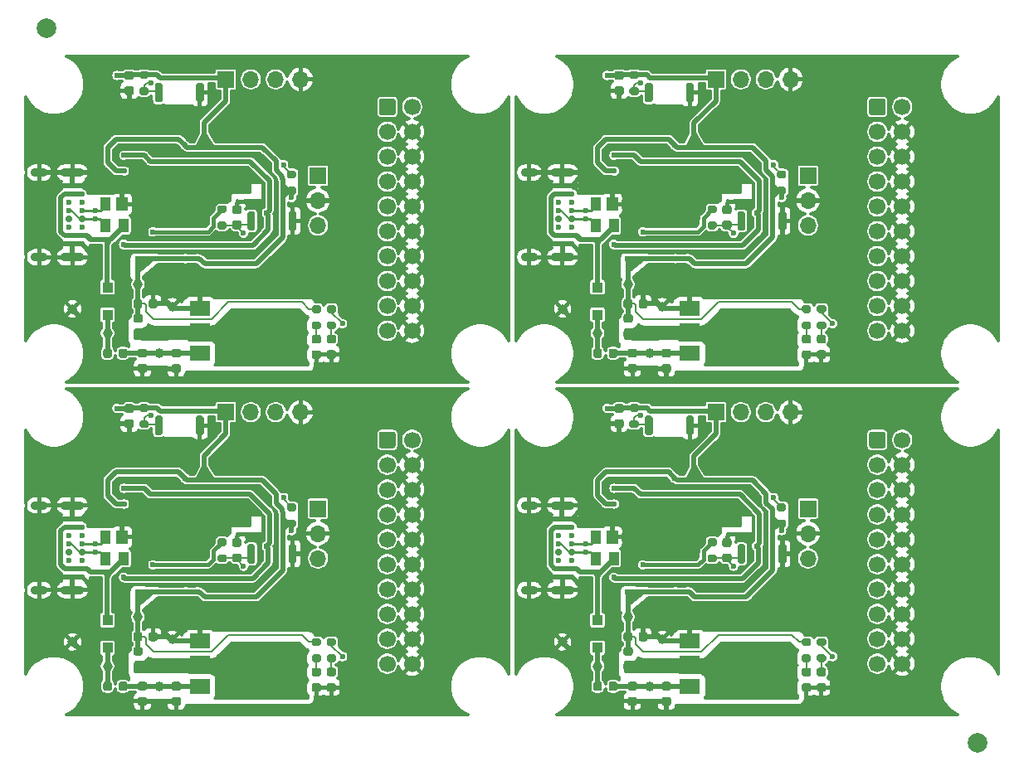
<source format=gtl>
G04 #@! TF.GenerationSoftware,KiCad,Pcbnew,(5.1.10-1-10_14)*
G04 #@! TF.CreationDate,2022-04-15T02:52:12+09:00*
G04 #@! TF.ProjectId,cmsis-dap_rp2040,636d7369-732d-4646-9170-5f7270323034,rev?*
G04 #@! TF.SameCoordinates,Original*
G04 #@! TF.FileFunction,Copper,L1,Top*
G04 #@! TF.FilePolarity,Positive*
%FSLAX46Y46*%
G04 Gerber Fmt 4.6, Leading zero omitted, Abs format (unit mm)*
G04 Created by KiCad (PCBNEW (5.1.10-1-10_14)) date 2022-04-15 02:52:12*
%MOMM*%
%LPD*%
G01*
G04 APERTURE LIST*
G04 #@! TA.AperFunction,SMDPad,CuDef*
%ADD10C,2.000000*%
G04 #@! TD*
G04 #@! TA.AperFunction,SMDPad,CuDef*
%ADD11R,1.200000X1.400000*%
G04 #@! TD*
G04 #@! TA.AperFunction,SMDPad,CuDef*
%ADD12R,1.000000X1.400000*%
G04 #@! TD*
G04 #@! TA.AperFunction,ComponentPad*
%ADD13C,0.600000*%
G04 #@! TD*
G04 #@! TA.AperFunction,ComponentPad*
%ADD14C,0.700000*%
G04 #@! TD*
G04 #@! TA.AperFunction,ComponentPad*
%ADD15O,2.400000X0.900000*%
G04 #@! TD*
G04 #@! TA.AperFunction,ComponentPad*
%ADD16O,1.700000X0.900000*%
G04 #@! TD*
G04 #@! TA.AperFunction,SMDPad,CuDef*
%ADD17C,1.000000*%
G04 #@! TD*
G04 #@! TA.AperFunction,SMDPad,CuDef*
%ADD18R,2.000000X3.800000*%
G04 #@! TD*
G04 #@! TA.AperFunction,SMDPad,CuDef*
%ADD19R,2.000000X1.500000*%
G04 #@! TD*
G04 #@! TA.AperFunction,ComponentPad*
%ADD20C,1.700000*%
G04 #@! TD*
G04 #@! TA.AperFunction,ComponentPad*
%ADD21O,1.700000X1.700000*%
G04 #@! TD*
G04 #@! TA.AperFunction,ComponentPad*
%ADD22R,1.700000X1.700000*%
G04 #@! TD*
G04 #@! TA.AperFunction,SMDPad,CuDef*
%ADD23R,1.100000X1.100000*%
G04 #@! TD*
G04 #@! TA.AperFunction,ComponentPad*
%ADD24R,2.000000X2.000000*%
G04 #@! TD*
G04 #@! TA.AperFunction,ViaPad*
%ADD25C,0.600000*%
G04 #@! TD*
G04 #@! TA.AperFunction,ViaPad*
%ADD26C,0.500000*%
G04 #@! TD*
G04 #@! TA.AperFunction,ViaPad*
%ADD27C,0.800000*%
G04 #@! TD*
G04 #@! TA.AperFunction,Conductor*
%ADD28C,0.500000*%
G04 #@! TD*
G04 #@! TA.AperFunction,Conductor*
%ADD29C,0.400000*%
G04 #@! TD*
G04 #@! TA.AperFunction,Conductor*
%ADD30C,0.250000*%
G04 #@! TD*
G04 #@! TA.AperFunction,Conductor*
%ADD31C,0.200000*%
G04 #@! TD*
G04 #@! TA.AperFunction,Conductor*
%ADD32C,0.300000*%
G04 #@! TD*
G04 #@! TA.AperFunction,Conductor*
%ADD33C,0.100000*%
G04 #@! TD*
G04 #@! TA.AperFunction,Conductor*
%ADD34C,0.254000*%
G04 #@! TD*
G04 APERTURE END LIST*
D10*
G04 #@! TO.P,REF\u002A\u002A,1*
G04 #@! TO.N,N/C*
X102500000Y-47500000D03*
G04 #@! TD*
G04 #@! TO.P,REF\u002A\u002A,1*
G04 #@! TO.N,N/C*
X197500000Y-120500000D03*
G04 #@! TD*
G04 #@! TO.P,C1,1*
G04 #@! TO.N,+3V3*
G04 #@! TA.AperFunction,SMDPad,CuDef*
G36*
G01*
X160660000Y-85895000D02*
X161160000Y-85895000D01*
G75*
G02*
X161385000Y-86120000I0J-225000D01*
G01*
X161385000Y-86570000D01*
G75*
G02*
X161160000Y-86795000I-225000J0D01*
G01*
X160660000Y-86795000D01*
G75*
G02*
X160435000Y-86570000I0J225000D01*
G01*
X160435000Y-86120000D01*
G75*
G02*
X160660000Y-85895000I225000J0D01*
G01*
G37*
G04 #@! TD.AperFunction*
G04 #@! TO.P,C1,2*
G04 #@! TO.N,GND*
G04 #@! TA.AperFunction,SMDPad,CuDef*
G36*
G01*
X160660000Y-87445000D02*
X161160000Y-87445000D01*
G75*
G02*
X161385000Y-87670000I0J-225000D01*
G01*
X161385000Y-88120000D01*
G75*
G02*
X161160000Y-88345000I-225000J0D01*
G01*
X160660000Y-88345000D01*
G75*
G02*
X160435000Y-88120000I0J225000D01*
G01*
X160435000Y-87670000D01*
G75*
G02*
X160660000Y-87445000I225000J0D01*
G01*
G37*
G04 #@! TD.AperFunction*
G04 #@! TD*
G04 #@! TO.P,C1,1*
G04 #@! TO.N,+3V3*
G04 #@! TA.AperFunction,SMDPad,CuDef*
G36*
G01*
X110660000Y-85895000D02*
X111160000Y-85895000D01*
G75*
G02*
X111385000Y-86120000I0J-225000D01*
G01*
X111385000Y-86570000D01*
G75*
G02*
X111160000Y-86795000I-225000J0D01*
G01*
X110660000Y-86795000D01*
G75*
G02*
X110435000Y-86570000I0J225000D01*
G01*
X110435000Y-86120000D01*
G75*
G02*
X110660000Y-85895000I225000J0D01*
G01*
G37*
G04 #@! TD.AperFunction*
G04 #@! TO.P,C1,2*
G04 #@! TO.N,GND*
G04 #@! TA.AperFunction,SMDPad,CuDef*
G36*
G01*
X110660000Y-87445000D02*
X111160000Y-87445000D01*
G75*
G02*
X111385000Y-87670000I0J-225000D01*
G01*
X111385000Y-88120000D01*
G75*
G02*
X111160000Y-88345000I-225000J0D01*
G01*
X110660000Y-88345000D01*
G75*
G02*
X110435000Y-88120000I0J225000D01*
G01*
X110435000Y-87670000D01*
G75*
G02*
X110660000Y-87445000I225000J0D01*
G01*
G37*
G04 #@! TD.AperFunction*
G04 #@! TD*
G04 #@! TO.P,C1,1*
G04 #@! TO.N,+3V3*
G04 #@! TA.AperFunction,SMDPad,CuDef*
G36*
G01*
X160660000Y-51895000D02*
X161160000Y-51895000D01*
G75*
G02*
X161385000Y-52120000I0J-225000D01*
G01*
X161385000Y-52570000D01*
G75*
G02*
X161160000Y-52795000I-225000J0D01*
G01*
X160660000Y-52795000D01*
G75*
G02*
X160435000Y-52570000I0J225000D01*
G01*
X160435000Y-52120000D01*
G75*
G02*
X160660000Y-51895000I225000J0D01*
G01*
G37*
G04 #@! TD.AperFunction*
G04 #@! TO.P,C1,2*
G04 #@! TO.N,GND*
G04 #@! TA.AperFunction,SMDPad,CuDef*
G36*
G01*
X160660000Y-53445000D02*
X161160000Y-53445000D01*
G75*
G02*
X161385000Y-53670000I0J-225000D01*
G01*
X161385000Y-54120000D01*
G75*
G02*
X161160000Y-54345000I-225000J0D01*
G01*
X160660000Y-54345000D01*
G75*
G02*
X160435000Y-54120000I0J225000D01*
G01*
X160435000Y-53670000D01*
G75*
G02*
X160660000Y-53445000I225000J0D01*
G01*
G37*
G04 #@! TD.AperFunction*
G04 #@! TD*
G04 #@! TO.P,C3,1*
G04 #@! TO.N,+5V*
G04 #@! TA.AperFunction,SMDPad,CuDef*
G36*
G01*
X162010000Y-114255000D02*
X162510000Y-114255000D01*
G75*
G02*
X162735000Y-114480000I0J-225000D01*
G01*
X162735000Y-114930000D01*
G75*
G02*
X162510000Y-115155000I-225000J0D01*
G01*
X162010000Y-115155000D01*
G75*
G02*
X161785000Y-114930000I0J225000D01*
G01*
X161785000Y-114480000D01*
G75*
G02*
X162010000Y-114255000I225000J0D01*
G01*
G37*
G04 #@! TD.AperFunction*
G04 #@! TO.P,C3,2*
G04 #@! TO.N,GND*
G04 #@! TA.AperFunction,SMDPad,CuDef*
G36*
G01*
X162010000Y-115805000D02*
X162510000Y-115805000D01*
G75*
G02*
X162735000Y-116030000I0J-225000D01*
G01*
X162735000Y-116480000D01*
G75*
G02*
X162510000Y-116705000I-225000J0D01*
G01*
X162010000Y-116705000D01*
G75*
G02*
X161785000Y-116480000I0J225000D01*
G01*
X161785000Y-116030000D01*
G75*
G02*
X162010000Y-115805000I225000J0D01*
G01*
G37*
G04 #@! TD.AperFunction*
G04 #@! TD*
G04 #@! TO.P,C3,1*
G04 #@! TO.N,+5V*
G04 #@! TA.AperFunction,SMDPad,CuDef*
G36*
G01*
X112010000Y-114255000D02*
X112510000Y-114255000D01*
G75*
G02*
X112735000Y-114480000I0J-225000D01*
G01*
X112735000Y-114930000D01*
G75*
G02*
X112510000Y-115155000I-225000J0D01*
G01*
X112010000Y-115155000D01*
G75*
G02*
X111785000Y-114930000I0J225000D01*
G01*
X111785000Y-114480000D01*
G75*
G02*
X112010000Y-114255000I225000J0D01*
G01*
G37*
G04 #@! TD.AperFunction*
G04 #@! TO.P,C3,2*
G04 #@! TO.N,GND*
G04 #@! TA.AperFunction,SMDPad,CuDef*
G36*
G01*
X112010000Y-115805000D02*
X112510000Y-115805000D01*
G75*
G02*
X112735000Y-116030000I0J-225000D01*
G01*
X112735000Y-116480000D01*
G75*
G02*
X112510000Y-116705000I-225000J0D01*
G01*
X112010000Y-116705000D01*
G75*
G02*
X111785000Y-116480000I0J225000D01*
G01*
X111785000Y-116030000D01*
G75*
G02*
X112010000Y-115805000I225000J0D01*
G01*
G37*
G04 #@! TD.AperFunction*
G04 #@! TD*
G04 #@! TO.P,C3,1*
G04 #@! TO.N,+5V*
G04 #@! TA.AperFunction,SMDPad,CuDef*
G36*
G01*
X162010000Y-80255000D02*
X162510000Y-80255000D01*
G75*
G02*
X162735000Y-80480000I0J-225000D01*
G01*
X162735000Y-80930000D01*
G75*
G02*
X162510000Y-81155000I-225000J0D01*
G01*
X162010000Y-81155000D01*
G75*
G02*
X161785000Y-80930000I0J225000D01*
G01*
X161785000Y-80480000D01*
G75*
G02*
X162010000Y-80255000I225000J0D01*
G01*
G37*
G04 #@! TD.AperFunction*
G04 #@! TO.P,C3,2*
G04 #@! TO.N,GND*
G04 #@! TA.AperFunction,SMDPad,CuDef*
G36*
G01*
X162010000Y-81805000D02*
X162510000Y-81805000D01*
G75*
G02*
X162735000Y-82030000I0J-225000D01*
G01*
X162735000Y-82480000D01*
G75*
G02*
X162510000Y-82705000I-225000J0D01*
G01*
X162010000Y-82705000D01*
G75*
G02*
X161785000Y-82480000I0J225000D01*
G01*
X161785000Y-82030000D01*
G75*
G02*
X162010000Y-81805000I225000J0D01*
G01*
G37*
G04 #@! TD.AperFunction*
G04 #@! TD*
G04 #@! TO.P,C4,1*
G04 #@! TO.N,+5V*
G04 #@! TA.AperFunction,SMDPad,CuDef*
G36*
G01*
X165470000Y-114265000D02*
X165970000Y-114265000D01*
G75*
G02*
X166195000Y-114490000I0J-225000D01*
G01*
X166195000Y-114940000D01*
G75*
G02*
X165970000Y-115165000I-225000J0D01*
G01*
X165470000Y-115165000D01*
G75*
G02*
X165245000Y-114940000I0J225000D01*
G01*
X165245000Y-114490000D01*
G75*
G02*
X165470000Y-114265000I225000J0D01*
G01*
G37*
G04 #@! TD.AperFunction*
G04 #@! TO.P,C4,2*
G04 #@! TO.N,GND*
G04 #@! TA.AperFunction,SMDPad,CuDef*
G36*
G01*
X165470000Y-115815000D02*
X165970000Y-115815000D01*
G75*
G02*
X166195000Y-116040000I0J-225000D01*
G01*
X166195000Y-116490000D01*
G75*
G02*
X165970000Y-116715000I-225000J0D01*
G01*
X165470000Y-116715000D01*
G75*
G02*
X165245000Y-116490000I0J225000D01*
G01*
X165245000Y-116040000D01*
G75*
G02*
X165470000Y-115815000I225000J0D01*
G01*
G37*
G04 #@! TD.AperFunction*
G04 #@! TD*
G04 #@! TO.P,C4,1*
G04 #@! TO.N,+5V*
G04 #@! TA.AperFunction,SMDPad,CuDef*
G36*
G01*
X115470000Y-114265000D02*
X115970000Y-114265000D01*
G75*
G02*
X116195000Y-114490000I0J-225000D01*
G01*
X116195000Y-114940000D01*
G75*
G02*
X115970000Y-115165000I-225000J0D01*
G01*
X115470000Y-115165000D01*
G75*
G02*
X115245000Y-114940000I0J225000D01*
G01*
X115245000Y-114490000D01*
G75*
G02*
X115470000Y-114265000I225000J0D01*
G01*
G37*
G04 #@! TD.AperFunction*
G04 #@! TO.P,C4,2*
G04 #@! TO.N,GND*
G04 #@! TA.AperFunction,SMDPad,CuDef*
G36*
G01*
X115470000Y-115815000D02*
X115970000Y-115815000D01*
G75*
G02*
X116195000Y-116040000I0J-225000D01*
G01*
X116195000Y-116490000D01*
G75*
G02*
X115970000Y-116715000I-225000J0D01*
G01*
X115470000Y-116715000D01*
G75*
G02*
X115245000Y-116490000I0J225000D01*
G01*
X115245000Y-116040000D01*
G75*
G02*
X115470000Y-115815000I225000J0D01*
G01*
G37*
G04 #@! TD.AperFunction*
G04 #@! TD*
G04 #@! TO.P,C4,1*
G04 #@! TO.N,+5V*
G04 #@! TA.AperFunction,SMDPad,CuDef*
G36*
G01*
X165470000Y-80265000D02*
X165970000Y-80265000D01*
G75*
G02*
X166195000Y-80490000I0J-225000D01*
G01*
X166195000Y-80940000D01*
G75*
G02*
X165970000Y-81165000I-225000J0D01*
G01*
X165470000Y-81165000D01*
G75*
G02*
X165245000Y-80940000I0J225000D01*
G01*
X165245000Y-80490000D01*
G75*
G02*
X165470000Y-80265000I225000J0D01*
G01*
G37*
G04 #@! TD.AperFunction*
G04 #@! TO.P,C4,2*
G04 #@! TO.N,GND*
G04 #@! TA.AperFunction,SMDPad,CuDef*
G36*
G01*
X165470000Y-81815000D02*
X165970000Y-81815000D01*
G75*
G02*
X166195000Y-82040000I0J-225000D01*
G01*
X166195000Y-82490000D01*
G75*
G02*
X165970000Y-82715000I-225000J0D01*
G01*
X165470000Y-82715000D01*
G75*
G02*
X165245000Y-82490000I0J225000D01*
G01*
X165245000Y-82040000D01*
G75*
G02*
X165470000Y-81815000I225000J0D01*
G01*
G37*
G04 #@! TD.AperFunction*
G04 #@! TD*
G04 #@! TO.P,C7,1*
G04 #@! TO.N,/RUN*
G04 #@! TA.AperFunction,SMDPad,CuDef*
G36*
G01*
X172150000Y-102055000D02*
X171650000Y-102055000D01*
G75*
G02*
X171425000Y-101830000I0J225000D01*
G01*
X171425000Y-101380000D01*
G75*
G02*
X171650000Y-101155000I225000J0D01*
G01*
X172150000Y-101155000D01*
G75*
G02*
X172375000Y-101380000I0J-225000D01*
G01*
X172375000Y-101830000D01*
G75*
G02*
X172150000Y-102055000I-225000J0D01*
G01*
G37*
G04 #@! TD.AperFunction*
G04 #@! TO.P,C7,2*
G04 #@! TO.N,GND*
G04 #@! TA.AperFunction,SMDPad,CuDef*
G36*
G01*
X172150000Y-100505000D02*
X171650000Y-100505000D01*
G75*
G02*
X171425000Y-100280000I0J225000D01*
G01*
X171425000Y-99830000D01*
G75*
G02*
X171650000Y-99605000I225000J0D01*
G01*
X172150000Y-99605000D01*
G75*
G02*
X172375000Y-99830000I0J-225000D01*
G01*
X172375000Y-100280000D01*
G75*
G02*
X172150000Y-100505000I-225000J0D01*
G01*
G37*
G04 #@! TD.AperFunction*
G04 #@! TD*
G04 #@! TO.P,C7,1*
G04 #@! TO.N,/RUN*
G04 #@! TA.AperFunction,SMDPad,CuDef*
G36*
G01*
X122150000Y-102055000D02*
X121650000Y-102055000D01*
G75*
G02*
X121425000Y-101830000I0J225000D01*
G01*
X121425000Y-101380000D01*
G75*
G02*
X121650000Y-101155000I225000J0D01*
G01*
X122150000Y-101155000D01*
G75*
G02*
X122375000Y-101380000I0J-225000D01*
G01*
X122375000Y-101830000D01*
G75*
G02*
X122150000Y-102055000I-225000J0D01*
G01*
G37*
G04 #@! TD.AperFunction*
G04 #@! TO.P,C7,2*
G04 #@! TO.N,GND*
G04 #@! TA.AperFunction,SMDPad,CuDef*
G36*
G01*
X122150000Y-100505000D02*
X121650000Y-100505000D01*
G75*
G02*
X121425000Y-100280000I0J225000D01*
G01*
X121425000Y-99830000D01*
G75*
G02*
X121650000Y-99605000I225000J0D01*
G01*
X122150000Y-99605000D01*
G75*
G02*
X122375000Y-99830000I0J-225000D01*
G01*
X122375000Y-100280000D01*
G75*
G02*
X122150000Y-100505000I-225000J0D01*
G01*
G37*
G04 #@! TD.AperFunction*
G04 #@! TD*
G04 #@! TO.P,C7,1*
G04 #@! TO.N,/RUN*
G04 #@! TA.AperFunction,SMDPad,CuDef*
G36*
G01*
X172150000Y-68055000D02*
X171650000Y-68055000D01*
G75*
G02*
X171425000Y-67830000I0J225000D01*
G01*
X171425000Y-67380000D01*
G75*
G02*
X171650000Y-67155000I225000J0D01*
G01*
X172150000Y-67155000D01*
G75*
G02*
X172375000Y-67380000I0J-225000D01*
G01*
X172375000Y-67830000D01*
G75*
G02*
X172150000Y-68055000I-225000J0D01*
G01*
G37*
G04 #@! TD.AperFunction*
G04 #@! TO.P,C7,2*
G04 #@! TO.N,GND*
G04 #@! TA.AperFunction,SMDPad,CuDef*
G36*
G01*
X172150000Y-66505000D02*
X171650000Y-66505000D01*
G75*
G02*
X171425000Y-66280000I0J225000D01*
G01*
X171425000Y-65830000D01*
G75*
G02*
X171650000Y-65605000I225000J0D01*
G01*
X172150000Y-65605000D01*
G75*
G02*
X172375000Y-65830000I0J-225000D01*
G01*
X172375000Y-66280000D01*
G75*
G02*
X172150000Y-66505000I-225000J0D01*
G01*
G37*
G04 #@! TD.AperFunction*
G04 #@! TD*
G04 #@! TO.P,C10,1*
G04 #@! TO.N,+3V3*
G04 #@! TA.AperFunction,SMDPad,CuDef*
G36*
G01*
X161355000Y-109910000D02*
X161355000Y-109410000D01*
G75*
G02*
X161580000Y-109185000I225000J0D01*
G01*
X162030000Y-109185000D01*
G75*
G02*
X162255000Y-109410000I0J-225000D01*
G01*
X162255000Y-109910000D01*
G75*
G02*
X162030000Y-110135000I-225000J0D01*
G01*
X161580000Y-110135000D01*
G75*
G02*
X161355000Y-109910000I0J225000D01*
G01*
G37*
G04 #@! TD.AperFunction*
G04 #@! TO.P,C10,2*
G04 #@! TO.N,GND*
G04 #@! TA.AperFunction,SMDPad,CuDef*
G36*
G01*
X162905000Y-109910000D02*
X162905000Y-109410000D01*
G75*
G02*
X163130000Y-109185000I225000J0D01*
G01*
X163580000Y-109185000D01*
G75*
G02*
X163805000Y-109410000I0J-225000D01*
G01*
X163805000Y-109910000D01*
G75*
G02*
X163580000Y-110135000I-225000J0D01*
G01*
X163130000Y-110135000D01*
G75*
G02*
X162905000Y-109910000I0J225000D01*
G01*
G37*
G04 #@! TD.AperFunction*
G04 #@! TD*
G04 #@! TO.P,C10,1*
G04 #@! TO.N,+3V3*
G04 #@! TA.AperFunction,SMDPad,CuDef*
G36*
G01*
X111355000Y-109910000D02*
X111355000Y-109410000D01*
G75*
G02*
X111580000Y-109185000I225000J0D01*
G01*
X112030000Y-109185000D01*
G75*
G02*
X112255000Y-109410000I0J-225000D01*
G01*
X112255000Y-109910000D01*
G75*
G02*
X112030000Y-110135000I-225000J0D01*
G01*
X111580000Y-110135000D01*
G75*
G02*
X111355000Y-109910000I0J225000D01*
G01*
G37*
G04 #@! TD.AperFunction*
G04 #@! TO.P,C10,2*
G04 #@! TO.N,GND*
G04 #@! TA.AperFunction,SMDPad,CuDef*
G36*
G01*
X112905000Y-109910000D02*
X112905000Y-109410000D01*
G75*
G02*
X113130000Y-109185000I225000J0D01*
G01*
X113580000Y-109185000D01*
G75*
G02*
X113805000Y-109410000I0J-225000D01*
G01*
X113805000Y-109910000D01*
G75*
G02*
X113580000Y-110135000I-225000J0D01*
G01*
X113130000Y-110135000D01*
G75*
G02*
X112905000Y-109910000I0J225000D01*
G01*
G37*
G04 #@! TD.AperFunction*
G04 #@! TD*
G04 #@! TO.P,C10,1*
G04 #@! TO.N,+3V3*
G04 #@! TA.AperFunction,SMDPad,CuDef*
G36*
G01*
X161355000Y-75910000D02*
X161355000Y-75410000D01*
G75*
G02*
X161580000Y-75185000I225000J0D01*
G01*
X162030000Y-75185000D01*
G75*
G02*
X162255000Y-75410000I0J-225000D01*
G01*
X162255000Y-75910000D01*
G75*
G02*
X162030000Y-76135000I-225000J0D01*
G01*
X161580000Y-76135000D01*
G75*
G02*
X161355000Y-75910000I0J225000D01*
G01*
G37*
G04 #@! TD.AperFunction*
G04 #@! TO.P,C10,2*
G04 #@! TO.N,GND*
G04 #@! TA.AperFunction,SMDPad,CuDef*
G36*
G01*
X162905000Y-75910000D02*
X162905000Y-75410000D01*
G75*
G02*
X163130000Y-75185000I225000J0D01*
G01*
X163580000Y-75185000D01*
G75*
G02*
X163805000Y-75410000I0J-225000D01*
G01*
X163805000Y-75910000D01*
G75*
G02*
X163580000Y-76135000I-225000J0D01*
G01*
X163130000Y-76135000D01*
G75*
G02*
X162905000Y-75910000I0J225000D01*
G01*
G37*
G04 #@! TD.AperFunction*
G04 #@! TD*
D11*
G04 #@! TO.P,D1,1*
G04 #@! TO.N,GND*
X160210000Y-99490000D03*
D12*
G04 #@! TO.P,D1,2*
G04 #@! TO.N,/D+*
X158490000Y-99490000D03*
G04 #@! TO.P,D1,3*
G04 #@! TO.N,/D-*
X158490000Y-101690000D03*
G04 #@! TO.P,D1,4*
G04 #@! TO.N,/VBUS*
X160390000Y-101690000D03*
G04 #@! TD*
D11*
G04 #@! TO.P,D1,1*
G04 #@! TO.N,GND*
X110210000Y-99490000D03*
D12*
G04 #@! TO.P,D1,2*
G04 #@! TO.N,/D+*
X108490000Y-99490000D03*
G04 #@! TO.P,D1,3*
G04 #@! TO.N,/D-*
X108490000Y-101690000D03*
G04 #@! TO.P,D1,4*
G04 #@! TO.N,/VBUS*
X110390000Y-101690000D03*
G04 #@! TD*
D11*
G04 #@! TO.P,D1,1*
G04 #@! TO.N,GND*
X160210000Y-65490000D03*
D12*
G04 #@! TO.P,D1,2*
G04 #@! TO.N,/D+*
X158490000Y-65490000D03*
G04 #@! TO.P,D1,3*
G04 #@! TO.N,/D-*
X158490000Y-67690000D03*
G04 #@! TO.P,D1,4*
G04 #@! TO.N,/VBUS*
X160390000Y-67690000D03*
G04 #@! TD*
G04 #@! TO.P,D4,1*
G04 #@! TO.N,GND*
G04 #@! TA.AperFunction,SMDPad,CuDef*
G36*
G01*
X181800250Y-115281000D02*
X181287750Y-115281000D01*
G75*
G02*
X181069000Y-115062250I0J218750D01*
G01*
X181069000Y-114624750D01*
G75*
G02*
X181287750Y-114406000I218750J0D01*
G01*
X181800250Y-114406000D01*
G75*
G02*
X182019000Y-114624750I0J-218750D01*
G01*
X182019000Y-115062250D01*
G75*
G02*
X181800250Y-115281000I-218750J0D01*
G01*
G37*
G04 #@! TD.AperFunction*
G04 #@! TO.P,D4,2*
G04 #@! TO.N,Net-(D4-Pad2)*
G04 #@! TA.AperFunction,SMDPad,CuDef*
G36*
G01*
X181800250Y-113706000D02*
X181287750Y-113706000D01*
G75*
G02*
X181069000Y-113487250I0J218750D01*
G01*
X181069000Y-113049750D01*
G75*
G02*
X181287750Y-112831000I218750J0D01*
G01*
X181800250Y-112831000D01*
G75*
G02*
X182019000Y-113049750I0J-218750D01*
G01*
X182019000Y-113487250D01*
G75*
G02*
X181800250Y-113706000I-218750J0D01*
G01*
G37*
G04 #@! TD.AperFunction*
G04 #@! TD*
G04 #@! TO.P,D4,1*
G04 #@! TO.N,GND*
G04 #@! TA.AperFunction,SMDPad,CuDef*
G36*
G01*
X131800250Y-115281000D02*
X131287750Y-115281000D01*
G75*
G02*
X131069000Y-115062250I0J218750D01*
G01*
X131069000Y-114624750D01*
G75*
G02*
X131287750Y-114406000I218750J0D01*
G01*
X131800250Y-114406000D01*
G75*
G02*
X132019000Y-114624750I0J-218750D01*
G01*
X132019000Y-115062250D01*
G75*
G02*
X131800250Y-115281000I-218750J0D01*
G01*
G37*
G04 #@! TD.AperFunction*
G04 #@! TO.P,D4,2*
G04 #@! TO.N,Net-(D4-Pad2)*
G04 #@! TA.AperFunction,SMDPad,CuDef*
G36*
G01*
X131800250Y-113706000D02*
X131287750Y-113706000D01*
G75*
G02*
X131069000Y-113487250I0J218750D01*
G01*
X131069000Y-113049750D01*
G75*
G02*
X131287750Y-112831000I218750J0D01*
G01*
X131800250Y-112831000D01*
G75*
G02*
X132019000Y-113049750I0J-218750D01*
G01*
X132019000Y-113487250D01*
G75*
G02*
X131800250Y-113706000I-218750J0D01*
G01*
G37*
G04 #@! TD.AperFunction*
G04 #@! TD*
G04 #@! TO.P,D4,1*
G04 #@! TO.N,GND*
G04 #@! TA.AperFunction,SMDPad,CuDef*
G36*
G01*
X181800250Y-81281000D02*
X181287750Y-81281000D01*
G75*
G02*
X181069000Y-81062250I0J218750D01*
G01*
X181069000Y-80624750D01*
G75*
G02*
X181287750Y-80406000I218750J0D01*
G01*
X181800250Y-80406000D01*
G75*
G02*
X182019000Y-80624750I0J-218750D01*
G01*
X182019000Y-81062250D01*
G75*
G02*
X181800250Y-81281000I-218750J0D01*
G01*
G37*
G04 #@! TD.AperFunction*
G04 #@! TO.P,D4,2*
G04 #@! TO.N,Net-(D4-Pad2)*
G04 #@! TA.AperFunction,SMDPad,CuDef*
G36*
G01*
X181800250Y-79706000D02*
X181287750Y-79706000D01*
G75*
G02*
X181069000Y-79487250I0J218750D01*
G01*
X181069000Y-79049750D01*
G75*
G02*
X181287750Y-78831000I218750J0D01*
G01*
X181800250Y-78831000D01*
G75*
G02*
X182019000Y-79049750I0J-218750D01*
G01*
X182019000Y-79487250D01*
G75*
G02*
X181800250Y-79706000I-218750J0D01*
G01*
G37*
G04 #@! TD.AperFunction*
G04 #@! TD*
D13*
G04 #@! TO.P,J1,A1*
G04 #@! TO.N,GND*
X156100000Y-97600000D03*
G04 #@! TO.P,J1,A4*
G04 #@! TO.N,/VBUS*
X156100000Y-98450000D03*
G04 #@! TO.P,J1,A5*
G04 #@! TO.N,Net-(J1-PadA5)*
X156100000Y-99300000D03*
G04 #@! TO.P,J1,A6*
G04 #@! TO.N,/D+*
X156100000Y-100150000D03*
D14*
G04 #@! TO.P,J1,A7*
G04 #@! TO.N,/D-*
X156100000Y-101000000D03*
D13*
G04 #@! TO.P,J1,A8*
G04 #@! TO.N,N/C*
X156100000Y-101850000D03*
G04 #@! TO.P,J1,A9*
G04 #@! TO.N,/VBUS*
X156100000Y-102700000D03*
G04 #@! TO.P,J1,A12*
G04 #@! TO.N,GND*
X156100000Y-103550000D03*
G04 #@! TO.P,J1,B9*
G04 #@! TO.N,/VBUS*
X154750000Y-98450000D03*
G04 #@! TO.P,J1,B7*
G04 #@! TO.N,/D-*
X154750000Y-100150000D03*
G04 #@! TO.P,J1,B8*
G04 #@! TO.N,N/C*
X154750000Y-99300000D03*
G04 #@! TO.P,J1,B12*
G04 #@! TO.N,GND*
X154750000Y-97600000D03*
G04 #@! TO.P,J1,B5*
G04 #@! TO.N,Net-(J1-PadB5)*
X154750000Y-101850000D03*
G04 #@! TO.P,J1,B4*
G04 #@! TO.N,/VBUS*
X154750000Y-102700000D03*
G04 #@! TO.P,J1,B1*
G04 #@! TO.N,GND*
X154750000Y-103550000D03*
D14*
G04 #@! TO.P,J1,B6*
G04 #@! TO.N,/D+*
X154750000Y-101000000D03*
D15*
G04 #@! TO.P,J1,S1*
G04 #@! TO.N,GND*
X155120000Y-96250000D03*
X155120000Y-104900000D03*
D16*
X151740000Y-96250000D03*
X151740000Y-104900000D03*
G04 #@! TD*
D13*
G04 #@! TO.P,J1,A1*
G04 #@! TO.N,GND*
X106100000Y-97600000D03*
G04 #@! TO.P,J1,A4*
G04 #@! TO.N,/VBUS*
X106100000Y-98450000D03*
G04 #@! TO.P,J1,A5*
G04 #@! TO.N,Net-(J1-PadA5)*
X106100000Y-99300000D03*
G04 #@! TO.P,J1,A6*
G04 #@! TO.N,/D+*
X106100000Y-100150000D03*
D14*
G04 #@! TO.P,J1,A7*
G04 #@! TO.N,/D-*
X106100000Y-101000000D03*
D13*
G04 #@! TO.P,J1,A8*
G04 #@! TO.N,N/C*
X106100000Y-101850000D03*
G04 #@! TO.P,J1,A9*
G04 #@! TO.N,/VBUS*
X106100000Y-102700000D03*
G04 #@! TO.P,J1,A12*
G04 #@! TO.N,GND*
X106100000Y-103550000D03*
G04 #@! TO.P,J1,B9*
G04 #@! TO.N,/VBUS*
X104750000Y-98450000D03*
G04 #@! TO.P,J1,B7*
G04 #@! TO.N,/D-*
X104750000Y-100150000D03*
G04 #@! TO.P,J1,B8*
G04 #@! TO.N,N/C*
X104750000Y-99300000D03*
G04 #@! TO.P,J1,B12*
G04 #@! TO.N,GND*
X104750000Y-97600000D03*
G04 #@! TO.P,J1,B5*
G04 #@! TO.N,Net-(J1-PadB5)*
X104750000Y-101850000D03*
G04 #@! TO.P,J1,B4*
G04 #@! TO.N,/VBUS*
X104750000Y-102700000D03*
G04 #@! TO.P,J1,B1*
G04 #@! TO.N,GND*
X104750000Y-103550000D03*
D14*
G04 #@! TO.P,J1,B6*
G04 #@! TO.N,/D+*
X104750000Y-101000000D03*
D15*
G04 #@! TO.P,J1,S1*
G04 #@! TO.N,GND*
X105120000Y-96250000D03*
X105120000Y-104900000D03*
D16*
X101740000Y-96250000D03*
X101740000Y-104900000D03*
G04 #@! TD*
D13*
G04 #@! TO.P,J1,A1*
G04 #@! TO.N,GND*
X156100000Y-63600000D03*
G04 #@! TO.P,J1,A4*
G04 #@! TO.N,/VBUS*
X156100000Y-64450000D03*
G04 #@! TO.P,J1,A5*
G04 #@! TO.N,Net-(J1-PadA5)*
X156100000Y-65300000D03*
G04 #@! TO.P,J1,A6*
G04 #@! TO.N,/D+*
X156100000Y-66150000D03*
D14*
G04 #@! TO.P,J1,A7*
G04 #@! TO.N,/D-*
X156100000Y-67000000D03*
D13*
G04 #@! TO.P,J1,A8*
G04 #@! TO.N,N/C*
X156100000Y-67850000D03*
G04 #@! TO.P,J1,A9*
G04 #@! TO.N,/VBUS*
X156100000Y-68700000D03*
G04 #@! TO.P,J1,A12*
G04 #@! TO.N,GND*
X156100000Y-69550000D03*
G04 #@! TO.P,J1,B9*
G04 #@! TO.N,/VBUS*
X154750000Y-64450000D03*
G04 #@! TO.P,J1,B7*
G04 #@! TO.N,/D-*
X154750000Y-66150000D03*
G04 #@! TO.P,J1,B8*
G04 #@! TO.N,N/C*
X154750000Y-65300000D03*
G04 #@! TO.P,J1,B12*
G04 #@! TO.N,GND*
X154750000Y-63600000D03*
G04 #@! TO.P,J1,B5*
G04 #@! TO.N,Net-(J1-PadB5)*
X154750000Y-67850000D03*
G04 #@! TO.P,J1,B4*
G04 #@! TO.N,/VBUS*
X154750000Y-68700000D03*
G04 #@! TO.P,J1,B1*
G04 #@! TO.N,GND*
X154750000Y-69550000D03*
D14*
G04 #@! TO.P,J1,B6*
G04 #@! TO.N,/D+*
X154750000Y-67000000D03*
D15*
G04 #@! TO.P,J1,S1*
G04 #@! TO.N,GND*
X155120000Y-62250000D03*
X155120000Y-70900000D03*
D16*
X151740000Y-62250000D03*
X151740000Y-70900000D03*
G04 #@! TD*
G04 #@! TO.P,L1,1*
G04 #@! TO.N,Net-(D2-Pad1)*
G04 #@! TA.AperFunction,SMDPad,CuDef*
G36*
G01*
X158275000Y-114976250D02*
X158275000Y-114463750D01*
G75*
G02*
X158493750Y-114245000I218750J0D01*
G01*
X158931250Y-114245000D01*
G75*
G02*
X159150000Y-114463750I0J-218750D01*
G01*
X159150000Y-114976250D01*
G75*
G02*
X158931250Y-115195000I-218750J0D01*
G01*
X158493750Y-115195000D01*
G75*
G02*
X158275000Y-114976250I0J218750D01*
G01*
G37*
G04 #@! TD.AperFunction*
G04 #@! TO.P,L1,2*
G04 #@! TO.N,+5V*
G04 #@! TA.AperFunction,SMDPad,CuDef*
G36*
G01*
X159850000Y-114976250D02*
X159850000Y-114463750D01*
G75*
G02*
X160068750Y-114245000I218750J0D01*
G01*
X160506250Y-114245000D01*
G75*
G02*
X160725000Y-114463750I0J-218750D01*
G01*
X160725000Y-114976250D01*
G75*
G02*
X160506250Y-115195000I-218750J0D01*
G01*
X160068750Y-115195000D01*
G75*
G02*
X159850000Y-114976250I0J218750D01*
G01*
G37*
G04 #@! TD.AperFunction*
G04 #@! TD*
G04 #@! TO.P,L1,1*
G04 #@! TO.N,Net-(D2-Pad1)*
G04 #@! TA.AperFunction,SMDPad,CuDef*
G36*
G01*
X108275000Y-114976250D02*
X108275000Y-114463750D01*
G75*
G02*
X108493750Y-114245000I218750J0D01*
G01*
X108931250Y-114245000D01*
G75*
G02*
X109150000Y-114463750I0J-218750D01*
G01*
X109150000Y-114976250D01*
G75*
G02*
X108931250Y-115195000I-218750J0D01*
G01*
X108493750Y-115195000D01*
G75*
G02*
X108275000Y-114976250I0J218750D01*
G01*
G37*
G04 #@! TD.AperFunction*
G04 #@! TO.P,L1,2*
G04 #@! TO.N,+5V*
G04 #@! TA.AperFunction,SMDPad,CuDef*
G36*
G01*
X109850000Y-114976250D02*
X109850000Y-114463750D01*
G75*
G02*
X110068750Y-114245000I218750J0D01*
G01*
X110506250Y-114245000D01*
G75*
G02*
X110725000Y-114463750I0J-218750D01*
G01*
X110725000Y-114976250D01*
G75*
G02*
X110506250Y-115195000I-218750J0D01*
G01*
X110068750Y-115195000D01*
G75*
G02*
X109850000Y-114976250I0J218750D01*
G01*
G37*
G04 #@! TD.AperFunction*
G04 #@! TD*
G04 #@! TO.P,L1,1*
G04 #@! TO.N,Net-(D2-Pad1)*
G04 #@! TA.AperFunction,SMDPad,CuDef*
G36*
G01*
X158275000Y-80976250D02*
X158275000Y-80463750D01*
G75*
G02*
X158493750Y-80245000I218750J0D01*
G01*
X158931250Y-80245000D01*
G75*
G02*
X159150000Y-80463750I0J-218750D01*
G01*
X159150000Y-80976250D01*
G75*
G02*
X158931250Y-81195000I-218750J0D01*
G01*
X158493750Y-81195000D01*
G75*
G02*
X158275000Y-80976250I0J218750D01*
G01*
G37*
G04 #@! TD.AperFunction*
G04 #@! TO.P,L1,2*
G04 #@! TO.N,+5V*
G04 #@! TA.AperFunction,SMDPad,CuDef*
G36*
G01*
X159850000Y-80976250D02*
X159850000Y-80463750D01*
G75*
G02*
X160068750Y-80245000I218750J0D01*
G01*
X160506250Y-80245000D01*
G75*
G02*
X160725000Y-80463750I0J-218750D01*
G01*
X160725000Y-80976250D01*
G75*
G02*
X160506250Y-81195000I-218750J0D01*
G01*
X160068750Y-81195000D01*
G75*
G02*
X159850000Y-80976250I0J218750D01*
G01*
G37*
G04 #@! TD.AperFunction*
G04 #@! TD*
G04 #@! TO.P,R1,1*
G04 #@! TO.N,Net-(R1-Pad1)*
G04 #@! TA.AperFunction,SMDPad,CuDef*
G36*
G01*
X177205000Y-96045000D02*
X177755000Y-96045000D01*
G75*
G02*
X177955000Y-96245000I0J-200000D01*
G01*
X177955000Y-96645000D01*
G75*
G02*
X177755000Y-96845000I-200000J0D01*
G01*
X177205000Y-96845000D01*
G75*
G02*
X177005000Y-96645000I0J200000D01*
G01*
X177005000Y-96245000D01*
G75*
G02*
X177205000Y-96045000I200000J0D01*
G01*
G37*
G04 #@! TD.AperFunction*
G04 #@! TO.P,R1,2*
G04 #@! TO.N,+3V3*
G04 #@! TA.AperFunction,SMDPad,CuDef*
G36*
G01*
X177205000Y-97695000D02*
X177755000Y-97695000D01*
G75*
G02*
X177955000Y-97895000I0J-200000D01*
G01*
X177955000Y-98295000D01*
G75*
G02*
X177755000Y-98495000I-200000J0D01*
G01*
X177205000Y-98495000D01*
G75*
G02*
X177005000Y-98295000I0J200000D01*
G01*
X177005000Y-97895000D01*
G75*
G02*
X177205000Y-97695000I200000J0D01*
G01*
G37*
G04 #@! TD.AperFunction*
G04 #@! TD*
G04 #@! TO.P,R1,1*
G04 #@! TO.N,Net-(R1-Pad1)*
G04 #@! TA.AperFunction,SMDPad,CuDef*
G36*
G01*
X127205000Y-96045000D02*
X127755000Y-96045000D01*
G75*
G02*
X127955000Y-96245000I0J-200000D01*
G01*
X127955000Y-96645000D01*
G75*
G02*
X127755000Y-96845000I-200000J0D01*
G01*
X127205000Y-96845000D01*
G75*
G02*
X127005000Y-96645000I0J200000D01*
G01*
X127005000Y-96245000D01*
G75*
G02*
X127205000Y-96045000I200000J0D01*
G01*
G37*
G04 #@! TD.AperFunction*
G04 #@! TO.P,R1,2*
G04 #@! TO.N,+3V3*
G04 #@! TA.AperFunction,SMDPad,CuDef*
G36*
G01*
X127205000Y-97695000D02*
X127755000Y-97695000D01*
G75*
G02*
X127955000Y-97895000I0J-200000D01*
G01*
X127955000Y-98295000D01*
G75*
G02*
X127755000Y-98495000I-200000J0D01*
G01*
X127205000Y-98495000D01*
G75*
G02*
X127005000Y-98295000I0J200000D01*
G01*
X127005000Y-97895000D01*
G75*
G02*
X127205000Y-97695000I200000J0D01*
G01*
G37*
G04 #@! TD.AperFunction*
G04 #@! TD*
G04 #@! TO.P,R1,1*
G04 #@! TO.N,Net-(R1-Pad1)*
G04 #@! TA.AperFunction,SMDPad,CuDef*
G36*
G01*
X177205000Y-62045000D02*
X177755000Y-62045000D01*
G75*
G02*
X177955000Y-62245000I0J-200000D01*
G01*
X177955000Y-62645000D01*
G75*
G02*
X177755000Y-62845000I-200000J0D01*
G01*
X177205000Y-62845000D01*
G75*
G02*
X177005000Y-62645000I0J200000D01*
G01*
X177005000Y-62245000D01*
G75*
G02*
X177205000Y-62045000I200000J0D01*
G01*
G37*
G04 #@! TD.AperFunction*
G04 #@! TO.P,R1,2*
G04 #@! TO.N,+3V3*
G04 #@! TA.AperFunction,SMDPad,CuDef*
G36*
G01*
X177205000Y-63695000D02*
X177755000Y-63695000D01*
G75*
G02*
X177955000Y-63895000I0J-200000D01*
G01*
X177955000Y-64295000D01*
G75*
G02*
X177755000Y-64495000I-200000J0D01*
G01*
X177205000Y-64495000D01*
G75*
G02*
X177005000Y-64295000I0J200000D01*
G01*
X177005000Y-63895000D01*
G75*
G02*
X177205000Y-63695000I200000J0D01*
G01*
G37*
G04 #@! TD.AperFunction*
G04 #@! TD*
G04 #@! TO.P,R2,1*
G04 #@! TO.N,/QSPI_CSN*
G04 #@! TA.AperFunction,SMDPad,CuDef*
G36*
G01*
X162705000Y-88345000D02*
X162155000Y-88345000D01*
G75*
G02*
X161955000Y-88145000I0J200000D01*
G01*
X161955000Y-87745000D01*
G75*
G02*
X162155000Y-87545000I200000J0D01*
G01*
X162705000Y-87545000D01*
G75*
G02*
X162905000Y-87745000I0J-200000D01*
G01*
X162905000Y-88145000D01*
G75*
G02*
X162705000Y-88345000I-200000J0D01*
G01*
G37*
G04 #@! TD.AperFunction*
G04 #@! TO.P,R2,2*
G04 #@! TO.N,+3V3*
G04 #@! TA.AperFunction,SMDPad,CuDef*
G36*
G01*
X162705000Y-86695000D02*
X162155000Y-86695000D01*
G75*
G02*
X161955000Y-86495000I0J200000D01*
G01*
X161955000Y-86095000D01*
G75*
G02*
X162155000Y-85895000I200000J0D01*
G01*
X162705000Y-85895000D01*
G75*
G02*
X162905000Y-86095000I0J-200000D01*
G01*
X162905000Y-86495000D01*
G75*
G02*
X162705000Y-86695000I-200000J0D01*
G01*
G37*
G04 #@! TD.AperFunction*
G04 #@! TD*
G04 #@! TO.P,R2,1*
G04 #@! TO.N,/QSPI_CSN*
G04 #@! TA.AperFunction,SMDPad,CuDef*
G36*
G01*
X112705000Y-88345000D02*
X112155000Y-88345000D01*
G75*
G02*
X111955000Y-88145000I0J200000D01*
G01*
X111955000Y-87745000D01*
G75*
G02*
X112155000Y-87545000I200000J0D01*
G01*
X112705000Y-87545000D01*
G75*
G02*
X112905000Y-87745000I0J-200000D01*
G01*
X112905000Y-88145000D01*
G75*
G02*
X112705000Y-88345000I-200000J0D01*
G01*
G37*
G04 #@! TD.AperFunction*
G04 #@! TO.P,R2,2*
G04 #@! TO.N,+3V3*
G04 #@! TA.AperFunction,SMDPad,CuDef*
G36*
G01*
X112705000Y-86695000D02*
X112155000Y-86695000D01*
G75*
G02*
X111955000Y-86495000I0J200000D01*
G01*
X111955000Y-86095000D01*
G75*
G02*
X112155000Y-85895000I200000J0D01*
G01*
X112705000Y-85895000D01*
G75*
G02*
X112905000Y-86095000I0J-200000D01*
G01*
X112905000Y-86495000D01*
G75*
G02*
X112705000Y-86695000I-200000J0D01*
G01*
G37*
G04 #@! TD.AperFunction*
G04 #@! TD*
G04 #@! TO.P,R2,1*
G04 #@! TO.N,/QSPI_CSN*
G04 #@! TA.AperFunction,SMDPad,CuDef*
G36*
G01*
X162705000Y-54345000D02*
X162155000Y-54345000D01*
G75*
G02*
X161955000Y-54145000I0J200000D01*
G01*
X161955000Y-53745000D01*
G75*
G02*
X162155000Y-53545000I200000J0D01*
G01*
X162705000Y-53545000D01*
G75*
G02*
X162905000Y-53745000I0J-200000D01*
G01*
X162905000Y-54145000D01*
G75*
G02*
X162705000Y-54345000I-200000J0D01*
G01*
G37*
G04 #@! TD.AperFunction*
G04 #@! TO.P,R2,2*
G04 #@! TO.N,+3V3*
G04 #@! TA.AperFunction,SMDPad,CuDef*
G36*
G01*
X162705000Y-52695000D02*
X162155000Y-52695000D01*
G75*
G02*
X161955000Y-52495000I0J200000D01*
G01*
X161955000Y-52095000D01*
G75*
G02*
X162155000Y-51895000I200000J0D01*
G01*
X162705000Y-51895000D01*
G75*
G02*
X162905000Y-52095000I0J-200000D01*
G01*
X162905000Y-52495000D01*
G75*
G02*
X162705000Y-52695000I-200000J0D01*
G01*
G37*
G04 #@! TD.AperFunction*
G04 #@! TD*
G04 #@! TO.P,R8,1*
G04 #@! TO.N,+3V3*
G04 #@! TA.AperFunction,SMDPad,CuDef*
G36*
G01*
X170115000Y-99605000D02*
X170665000Y-99605000D01*
G75*
G02*
X170865000Y-99805000I0J-200000D01*
G01*
X170865000Y-100205000D01*
G75*
G02*
X170665000Y-100405000I-200000J0D01*
G01*
X170115000Y-100405000D01*
G75*
G02*
X169915000Y-100205000I0J200000D01*
G01*
X169915000Y-99805000D01*
G75*
G02*
X170115000Y-99605000I200000J0D01*
G01*
G37*
G04 #@! TD.AperFunction*
G04 #@! TO.P,R8,2*
G04 #@! TO.N,/RUN*
G04 #@! TA.AperFunction,SMDPad,CuDef*
G36*
G01*
X170115000Y-101255000D02*
X170665000Y-101255000D01*
G75*
G02*
X170865000Y-101455000I0J-200000D01*
G01*
X170865000Y-101855000D01*
G75*
G02*
X170665000Y-102055000I-200000J0D01*
G01*
X170115000Y-102055000D01*
G75*
G02*
X169915000Y-101855000I0J200000D01*
G01*
X169915000Y-101455000D01*
G75*
G02*
X170115000Y-101255000I200000J0D01*
G01*
G37*
G04 #@! TD.AperFunction*
G04 #@! TD*
G04 #@! TO.P,R8,1*
G04 #@! TO.N,+3V3*
G04 #@! TA.AperFunction,SMDPad,CuDef*
G36*
G01*
X120115000Y-99605000D02*
X120665000Y-99605000D01*
G75*
G02*
X120865000Y-99805000I0J-200000D01*
G01*
X120865000Y-100205000D01*
G75*
G02*
X120665000Y-100405000I-200000J0D01*
G01*
X120115000Y-100405000D01*
G75*
G02*
X119915000Y-100205000I0J200000D01*
G01*
X119915000Y-99805000D01*
G75*
G02*
X120115000Y-99605000I200000J0D01*
G01*
G37*
G04 #@! TD.AperFunction*
G04 #@! TO.P,R8,2*
G04 #@! TO.N,/RUN*
G04 #@! TA.AperFunction,SMDPad,CuDef*
G36*
G01*
X120115000Y-101255000D02*
X120665000Y-101255000D01*
G75*
G02*
X120865000Y-101455000I0J-200000D01*
G01*
X120865000Y-101855000D01*
G75*
G02*
X120665000Y-102055000I-200000J0D01*
G01*
X120115000Y-102055000D01*
G75*
G02*
X119915000Y-101855000I0J200000D01*
G01*
X119915000Y-101455000D01*
G75*
G02*
X120115000Y-101255000I200000J0D01*
G01*
G37*
G04 #@! TD.AperFunction*
G04 #@! TD*
G04 #@! TO.P,R8,1*
G04 #@! TO.N,+3V3*
G04 #@! TA.AperFunction,SMDPad,CuDef*
G36*
G01*
X170115000Y-65605000D02*
X170665000Y-65605000D01*
G75*
G02*
X170865000Y-65805000I0J-200000D01*
G01*
X170865000Y-66205000D01*
G75*
G02*
X170665000Y-66405000I-200000J0D01*
G01*
X170115000Y-66405000D01*
G75*
G02*
X169915000Y-66205000I0J200000D01*
G01*
X169915000Y-65805000D01*
G75*
G02*
X170115000Y-65605000I200000J0D01*
G01*
G37*
G04 #@! TD.AperFunction*
G04 #@! TO.P,R8,2*
G04 #@! TO.N,/RUN*
G04 #@! TA.AperFunction,SMDPad,CuDef*
G36*
G01*
X170115000Y-67255000D02*
X170665000Y-67255000D01*
G75*
G02*
X170865000Y-67455000I0J-200000D01*
G01*
X170865000Y-67855000D01*
G75*
G02*
X170665000Y-68055000I-200000J0D01*
G01*
X170115000Y-68055000D01*
G75*
G02*
X169915000Y-67855000I0J200000D01*
G01*
X169915000Y-67455000D01*
G75*
G02*
X170115000Y-67255000I200000J0D01*
G01*
G37*
G04 #@! TD.AperFunction*
G04 #@! TD*
G04 #@! TO.P,R10,1*
G04 #@! TO.N,/LED*
G04 #@! TA.AperFunction,SMDPad,CuDef*
G36*
G01*
X181275000Y-109805000D02*
X181825000Y-109805000D01*
G75*
G02*
X182025000Y-110005000I0J-200000D01*
G01*
X182025000Y-110405000D01*
G75*
G02*
X181825000Y-110605000I-200000J0D01*
G01*
X181275000Y-110605000D01*
G75*
G02*
X181075000Y-110405000I0J200000D01*
G01*
X181075000Y-110005000D01*
G75*
G02*
X181275000Y-109805000I200000J0D01*
G01*
G37*
G04 #@! TD.AperFunction*
G04 #@! TO.P,R10,2*
G04 #@! TO.N,Net-(D4-Pad2)*
G04 #@! TA.AperFunction,SMDPad,CuDef*
G36*
G01*
X181275000Y-111455000D02*
X181825000Y-111455000D01*
G75*
G02*
X182025000Y-111655000I0J-200000D01*
G01*
X182025000Y-112055000D01*
G75*
G02*
X181825000Y-112255000I-200000J0D01*
G01*
X181275000Y-112255000D01*
G75*
G02*
X181075000Y-112055000I0J200000D01*
G01*
X181075000Y-111655000D01*
G75*
G02*
X181275000Y-111455000I200000J0D01*
G01*
G37*
G04 #@! TD.AperFunction*
G04 #@! TD*
G04 #@! TO.P,R10,1*
G04 #@! TO.N,/LED*
G04 #@! TA.AperFunction,SMDPad,CuDef*
G36*
G01*
X131275000Y-109805000D02*
X131825000Y-109805000D01*
G75*
G02*
X132025000Y-110005000I0J-200000D01*
G01*
X132025000Y-110405000D01*
G75*
G02*
X131825000Y-110605000I-200000J0D01*
G01*
X131275000Y-110605000D01*
G75*
G02*
X131075000Y-110405000I0J200000D01*
G01*
X131075000Y-110005000D01*
G75*
G02*
X131275000Y-109805000I200000J0D01*
G01*
G37*
G04 #@! TD.AperFunction*
G04 #@! TO.P,R10,2*
G04 #@! TO.N,Net-(D4-Pad2)*
G04 #@! TA.AperFunction,SMDPad,CuDef*
G36*
G01*
X131275000Y-111455000D02*
X131825000Y-111455000D01*
G75*
G02*
X132025000Y-111655000I0J-200000D01*
G01*
X132025000Y-112055000D01*
G75*
G02*
X131825000Y-112255000I-200000J0D01*
G01*
X131275000Y-112255000D01*
G75*
G02*
X131075000Y-112055000I0J200000D01*
G01*
X131075000Y-111655000D01*
G75*
G02*
X131275000Y-111455000I200000J0D01*
G01*
G37*
G04 #@! TD.AperFunction*
G04 #@! TD*
G04 #@! TO.P,R10,1*
G04 #@! TO.N,/LED*
G04 #@! TA.AperFunction,SMDPad,CuDef*
G36*
G01*
X181275000Y-75805000D02*
X181825000Y-75805000D01*
G75*
G02*
X182025000Y-76005000I0J-200000D01*
G01*
X182025000Y-76405000D01*
G75*
G02*
X181825000Y-76605000I-200000J0D01*
G01*
X181275000Y-76605000D01*
G75*
G02*
X181075000Y-76405000I0J200000D01*
G01*
X181075000Y-76005000D01*
G75*
G02*
X181275000Y-75805000I200000J0D01*
G01*
G37*
G04 #@! TD.AperFunction*
G04 #@! TO.P,R10,2*
G04 #@! TO.N,Net-(D4-Pad2)*
G04 #@! TA.AperFunction,SMDPad,CuDef*
G36*
G01*
X181275000Y-77455000D02*
X181825000Y-77455000D01*
G75*
G02*
X182025000Y-77655000I0J-200000D01*
G01*
X182025000Y-78055000D01*
G75*
G02*
X181825000Y-78255000I-200000J0D01*
G01*
X181275000Y-78255000D01*
G75*
G02*
X181075000Y-78055000I0J200000D01*
G01*
X181075000Y-77655000D01*
G75*
G02*
X181275000Y-77455000I200000J0D01*
G01*
G37*
G04 #@! TD.AperFunction*
G04 #@! TD*
G04 #@! TO.P,SW1,2*
G04 #@! TO.N,/QSPI_CSN*
G04 #@! TA.AperFunction,SMDPad,CuDef*
G36*
G01*
X164330000Y-87290000D02*
X164330000Y-88890000D01*
G75*
G02*
X164130000Y-89090000I-200000J0D01*
G01*
X163730000Y-89090000D01*
G75*
G02*
X163530000Y-88890000I0J200000D01*
G01*
X163530000Y-87290000D01*
G75*
G02*
X163730000Y-87090000I200000J0D01*
G01*
X164130000Y-87090000D01*
G75*
G02*
X164330000Y-87290000I0J-200000D01*
G01*
G37*
G04 #@! TD.AperFunction*
G04 #@! TO.P,SW1,1*
G04 #@! TO.N,GND*
G04 #@! TA.AperFunction,SMDPad,CuDef*
G36*
G01*
X168530000Y-87290000D02*
X168530000Y-88890000D01*
G75*
G02*
X168330000Y-89090000I-200000J0D01*
G01*
X167930000Y-89090000D01*
G75*
G02*
X167730000Y-88890000I0J200000D01*
G01*
X167730000Y-87290000D01*
G75*
G02*
X167930000Y-87090000I200000J0D01*
G01*
X168330000Y-87090000D01*
G75*
G02*
X168530000Y-87290000I0J-200000D01*
G01*
G37*
G04 #@! TD.AperFunction*
G04 #@! TD*
G04 #@! TO.P,SW1,2*
G04 #@! TO.N,/QSPI_CSN*
G04 #@! TA.AperFunction,SMDPad,CuDef*
G36*
G01*
X114330000Y-87290000D02*
X114330000Y-88890000D01*
G75*
G02*
X114130000Y-89090000I-200000J0D01*
G01*
X113730000Y-89090000D01*
G75*
G02*
X113530000Y-88890000I0J200000D01*
G01*
X113530000Y-87290000D01*
G75*
G02*
X113730000Y-87090000I200000J0D01*
G01*
X114130000Y-87090000D01*
G75*
G02*
X114330000Y-87290000I0J-200000D01*
G01*
G37*
G04 #@! TD.AperFunction*
G04 #@! TO.P,SW1,1*
G04 #@! TO.N,GND*
G04 #@! TA.AperFunction,SMDPad,CuDef*
G36*
G01*
X118530000Y-87290000D02*
X118530000Y-88890000D01*
G75*
G02*
X118330000Y-89090000I-200000J0D01*
G01*
X117930000Y-89090000D01*
G75*
G02*
X117730000Y-88890000I0J200000D01*
G01*
X117730000Y-87290000D01*
G75*
G02*
X117930000Y-87090000I200000J0D01*
G01*
X118330000Y-87090000D01*
G75*
G02*
X118530000Y-87290000I0J-200000D01*
G01*
G37*
G04 #@! TD.AperFunction*
G04 #@! TD*
G04 #@! TO.P,SW1,2*
G04 #@! TO.N,/QSPI_CSN*
G04 #@! TA.AperFunction,SMDPad,CuDef*
G36*
G01*
X164330000Y-53290000D02*
X164330000Y-54890000D01*
G75*
G02*
X164130000Y-55090000I-200000J0D01*
G01*
X163730000Y-55090000D01*
G75*
G02*
X163530000Y-54890000I0J200000D01*
G01*
X163530000Y-53290000D01*
G75*
G02*
X163730000Y-53090000I200000J0D01*
G01*
X164130000Y-53090000D01*
G75*
G02*
X164330000Y-53290000I0J-200000D01*
G01*
G37*
G04 #@! TD.AperFunction*
G04 #@! TO.P,SW1,1*
G04 #@! TO.N,GND*
G04 #@! TA.AperFunction,SMDPad,CuDef*
G36*
G01*
X168530000Y-53290000D02*
X168530000Y-54890000D01*
G75*
G02*
X168330000Y-55090000I-200000J0D01*
G01*
X167930000Y-55090000D01*
G75*
G02*
X167730000Y-54890000I0J200000D01*
G01*
X167730000Y-53290000D01*
G75*
G02*
X167930000Y-53090000I200000J0D01*
G01*
X168330000Y-53090000D01*
G75*
G02*
X168530000Y-53290000I0J-200000D01*
G01*
G37*
G04 #@! TD.AperFunction*
G04 #@! TD*
G04 #@! TO.P,SW2,2*
G04 #@! TO.N,/RUN*
G04 #@! TA.AperFunction,SMDPad,CuDef*
G36*
G01*
X173770000Y-100400000D02*
X173770000Y-102000000D01*
G75*
G02*
X173570000Y-102200000I-200000J0D01*
G01*
X173170000Y-102200000D01*
G75*
G02*
X172970000Y-102000000I0J200000D01*
G01*
X172970000Y-100400000D01*
G75*
G02*
X173170000Y-100200000I200000J0D01*
G01*
X173570000Y-100200000D01*
G75*
G02*
X173770000Y-100400000I0J-200000D01*
G01*
G37*
G04 #@! TD.AperFunction*
G04 #@! TO.P,SW2,1*
G04 #@! TO.N,GND*
G04 #@! TA.AperFunction,SMDPad,CuDef*
G36*
G01*
X177970000Y-100400000D02*
X177970000Y-102000000D01*
G75*
G02*
X177770000Y-102200000I-200000J0D01*
G01*
X177370000Y-102200000D01*
G75*
G02*
X177170000Y-102000000I0J200000D01*
G01*
X177170000Y-100400000D01*
G75*
G02*
X177370000Y-100200000I200000J0D01*
G01*
X177770000Y-100200000D01*
G75*
G02*
X177970000Y-100400000I0J-200000D01*
G01*
G37*
G04 #@! TD.AperFunction*
G04 #@! TD*
G04 #@! TO.P,SW2,2*
G04 #@! TO.N,/RUN*
G04 #@! TA.AperFunction,SMDPad,CuDef*
G36*
G01*
X123770000Y-100400000D02*
X123770000Y-102000000D01*
G75*
G02*
X123570000Y-102200000I-200000J0D01*
G01*
X123170000Y-102200000D01*
G75*
G02*
X122970000Y-102000000I0J200000D01*
G01*
X122970000Y-100400000D01*
G75*
G02*
X123170000Y-100200000I200000J0D01*
G01*
X123570000Y-100200000D01*
G75*
G02*
X123770000Y-100400000I0J-200000D01*
G01*
G37*
G04 #@! TD.AperFunction*
G04 #@! TO.P,SW2,1*
G04 #@! TO.N,GND*
G04 #@! TA.AperFunction,SMDPad,CuDef*
G36*
G01*
X127970000Y-100400000D02*
X127970000Y-102000000D01*
G75*
G02*
X127770000Y-102200000I-200000J0D01*
G01*
X127370000Y-102200000D01*
G75*
G02*
X127170000Y-102000000I0J200000D01*
G01*
X127170000Y-100400000D01*
G75*
G02*
X127370000Y-100200000I200000J0D01*
G01*
X127770000Y-100200000D01*
G75*
G02*
X127970000Y-100400000I0J-200000D01*
G01*
G37*
G04 #@! TD.AperFunction*
G04 #@! TD*
G04 #@! TO.P,SW2,2*
G04 #@! TO.N,/RUN*
G04 #@! TA.AperFunction,SMDPad,CuDef*
G36*
G01*
X173770000Y-66400000D02*
X173770000Y-68000000D01*
G75*
G02*
X173570000Y-68200000I-200000J0D01*
G01*
X173170000Y-68200000D01*
G75*
G02*
X172970000Y-68000000I0J200000D01*
G01*
X172970000Y-66400000D01*
G75*
G02*
X173170000Y-66200000I200000J0D01*
G01*
X173570000Y-66200000D01*
G75*
G02*
X173770000Y-66400000I0J-200000D01*
G01*
G37*
G04 #@! TD.AperFunction*
G04 #@! TO.P,SW2,1*
G04 #@! TO.N,GND*
G04 #@! TA.AperFunction,SMDPad,CuDef*
G36*
G01*
X177970000Y-66400000D02*
X177970000Y-68000000D01*
G75*
G02*
X177770000Y-68200000I-200000J0D01*
G01*
X177370000Y-68200000D01*
G75*
G02*
X177170000Y-68000000I0J200000D01*
G01*
X177170000Y-66400000D01*
G75*
G02*
X177370000Y-66200000I200000J0D01*
G01*
X177770000Y-66200000D01*
G75*
G02*
X177970000Y-66400000I0J-200000D01*
G01*
G37*
G04 #@! TD.AperFunction*
G04 #@! TD*
D17*
G04 #@! TO.P,TP2,1*
G04 #@! TO.N,+3V3*
X161810000Y-107660000D03*
G04 #@! TD*
G04 #@! TO.P,TP2,1*
G04 #@! TO.N,+3V3*
X111810000Y-107660000D03*
G04 #@! TD*
G04 #@! TO.P,TP2,1*
G04 #@! TO.N,+3V3*
X161810000Y-73660000D03*
G04 #@! TD*
G04 #@! TO.P,TP3,1*
G04 #@! TO.N,+5V*
X163990000Y-114710000D03*
G04 #@! TD*
G04 #@! TO.P,TP3,1*
G04 #@! TO.N,+5V*
X113990000Y-114710000D03*
G04 #@! TD*
G04 #@! TO.P,TP3,1*
G04 #@! TO.N,+5V*
X163990000Y-80710000D03*
G04 #@! TD*
G04 #@! TO.P,TP5,1*
G04 #@! TO.N,GND*
X165316000Y-109946000D03*
G04 #@! TD*
G04 #@! TO.P,TP5,1*
G04 #@! TO.N,GND*
X115316000Y-109946000D03*
G04 #@! TD*
G04 #@! TO.P,TP5,1*
G04 #@! TO.N,GND*
X165316000Y-75946000D03*
G04 #@! TD*
D18*
G04 #@! TO.P,U4,2*
G04 #@! TO.N,/VO*
X174420000Y-112410000D03*
D19*
X168120000Y-112410000D03*
G04 #@! TO.P,U4,3*
G04 #@! TO.N,+5V*
X168120000Y-114710000D03*
G04 #@! TO.P,U4,1*
G04 #@! TO.N,GND*
X168120000Y-110110000D03*
G04 #@! TD*
D18*
G04 #@! TO.P,U4,2*
G04 #@! TO.N,/VO*
X124420000Y-112410000D03*
D19*
X118120000Y-112410000D03*
G04 #@! TO.P,U4,3*
G04 #@! TO.N,+5V*
X118120000Y-114710000D03*
G04 #@! TO.P,U4,1*
G04 #@! TO.N,GND*
X118120000Y-110110000D03*
G04 #@! TD*
D18*
G04 #@! TO.P,U4,2*
G04 #@! TO.N,/VO*
X174420000Y-78410000D03*
D19*
X168120000Y-78410000D03*
G04 #@! TO.P,U4,3*
G04 #@! TO.N,+5V*
X168120000Y-80710000D03*
G04 #@! TO.P,U4,1*
G04 #@! TO.N,GND*
X168120000Y-76110000D03*
G04 #@! TD*
G04 #@! TO.P,L2,1*
G04 #@! TO.N,/VO*
G04 #@! TA.AperFunction,SMDPad,CuDef*
G36*
G01*
X162076250Y-113165000D02*
X161563750Y-113165000D01*
G75*
G02*
X161345000Y-112946250I0J218750D01*
G01*
X161345000Y-112508750D01*
G75*
G02*
X161563750Y-112290000I218750J0D01*
G01*
X162076250Y-112290000D01*
G75*
G02*
X162295000Y-112508750I0J-218750D01*
G01*
X162295000Y-112946250D01*
G75*
G02*
X162076250Y-113165000I-218750J0D01*
G01*
G37*
G04 #@! TD.AperFunction*
G04 #@! TO.P,L2,2*
G04 #@! TO.N,+3V3*
G04 #@! TA.AperFunction,SMDPad,CuDef*
G36*
G01*
X162076250Y-111590000D02*
X161563750Y-111590000D01*
G75*
G02*
X161345000Y-111371250I0J218750D01*
G01*
X161345000Y-110933750D01*
G75*
G02*
X161563750Y-110715000I218750J0D01*
G01*
X162076250Y-110715000D01*
G75*
G02*
X162295000Y-110933750I0J-218750D01*
G01*
X162295000Y-111371250D01*
G75*
G02*
X162076250Y-111590000I-218750J0D01*
G01*
G37*
G04 #@! TD.AperFunction*
G04 #@! TD*
G04 #@! TO.P,L2,1*
G04 #@! TO.N,/VO*
G04 #@! TA.AperFunction,SMDPad,CuDef*
G36*
G01*
X112076250Y-113165000D02*
X111563750Y-113165000D01*
G75*
G02*
X111345000Y-112946250I0J218750D01*
G01*
X111345000Y-112508750D01*
G75*
G02*
X111563750Y-112290000I218750J0D01*
G01*
X112076250Y-112290000D01*
G75*
G02*
X112295000Y-112508750I0J-218750D01*
G01*
X112295000Y-112946250D01*
G75*
G02*
X112076250Y-113165000I-218750J0D01*
G01*
G37*
G04 #@! TD.AperFunction*
G04 #@! TO.P,L2,2*
G04 #@! TO.N,+3V3*
G04 #@! TA.AperFunction,SMDPad,CuDef*
G36*
G01*
X112076250Y-111590000D02*
X111563750Y-111590000D01*
G75*
G02*
X111345000Y-111371250I0J218750D01*
G01*
X111345000Y-110933750D01*
G75*
G02*
X111563750Y-110715000I218750J0D01*
G01*
X112076250Y-110715000D01*
G75*
G02*
X112295000Y-110933750I0J-218750D01*
G01*
X112295000Y-111371250D01*
G75*
G02*
X112076250Y-111590000I-218750J0D01*
G01*
G37*
G04 #@! TD.AperFunction*
G04 #@! TD*
G04 #@! TO.P,L2,1*
G04 #@! TO.N,/VO*
G04 #@! TA.AperFunction,SMDPad,CuDef*
G36*
G01*
X162076250Y-79165000D02*
X161563750Y-79165000D01*
G75*
G02*
X161345000Y-78946250I0J218750D01*
G01*
X161345000Y-78508750D01*
G75*
G02*
X161563750Y-78290000I218750J0D01*
G01*
X162076250Y-78290000D01*
G75*
G02*
X162295000Y-78508750I0J-218750D01*
G01*
X162295000Y-78946250D01*
G75*
G02*
X162076250Y-79165000I-218750J0D01*
G01*
G37*
G04 #@! TD.AperFunction*
G04 #@! TO.P,L2,2*
G04 #@! TO.N,+3V3*
G04 #@! TA.AperFunction,SMDPad,CuDef*
G36*
G01*
X162076250Y-77590000D02*
X161563750Y-77590000D01*
G75*
G02*
X161345000Y-77371250I0J218750D01*
G01*
X161345000Y-76933750D01*
G75*
G02*
X161563750Y-76715000I218750J0D01*
G01*
X162076250Y-76715000D01*
G75*
G02*
X162295000Y-76933750I0J-218750D01*
G01*
X162295000Y-77371250D01*
G75*
G02*
X162076250Y-77590000I-218750J0D01*
G01*
G37*
G04 #@! TD.AperFunction*
G04 #@! TD*
G04 #@! TO.P,J4,1*
G04 #@! TO.N,N/C*
G04 #@! TA.AperFunction,ComponentPad*
G36*
G01*
X186400000Y-90160000D02*
X186400000Y-88960000D01*
G75*
G02*
X186650000Y-88710000I250000J0D01*
G01*
X187850000Y-88710000D01*
G75*
G02*
X188100000Y-88960000I0J-250000D01*
G01*
X188100000Y-90160000D01*
G75*
G02*
X187850000Y-90410000I-250000J0D01*
G01*
X186650000Y-90410000D01*
G75*
G02*
X186400000Y-90160000I0J250000D01*
G01*
G37*
G04 #@! TD.AperFunction*
D20*
G04 #@! TO.P,J4,3*
G04 #@! TO.N,Net-(J4-Pad3)*
X187250000Y-92100000D03*
G04 #@! TO.P,J4,5*
G04 #@! TO.N,Net-(J4-Pad5)*
X187250000Y-94640000D03*
G04 #@! TO.P,J4,7*
G04 #@! TO.N,Net-(J4-Pad7)*
X187250000Y-97180000D03*
G04 #@! TO.P,J4,9*
G04 #@! TO.N,Net-(J4-Pad9)*
X187250000Y-99720000D03*
G04 #@! TO.P,J4,11*
G04 #@! TO.N,Net-(J4-Pad11)*
X187250000Y-102260000D03*
G04 #@! TO.P,J4,13*
G04 #@! TO.N,Net-(J4-Pad13)*
X187250000Y-104800000D03*
G04 #@! TO.P,J4,15*
G04 #@! TO.N,Net-(J4-Pad15)*
X187250000Y-107340000D03*
G04 #@! TO.P,J4,17*
G04 #@! TO.N,N/C*
X187250000Y-109880000D03*
G04 #@! TO.P,J4,19*
X187250000Y-112420000D03*
G04 #@! TO.P,J4,2*
X189790000Y-89560000D03*
G04 #@! TO.P,J4,4*
G04 #@! TO.N,GND*
X189790000Y-92100000D03*
G04 #@! TO.P,J4,6*
X189790000Y-94640000D03*
G04 #@! TO.P,J4,8*
X189790000Y-97180000D03*
G04 #@! TO.P,J4,10*
X189790000Y-99720000D03*
G04 #@! TO.P,J4,12*
X189790000Y-102260000D03*
G04 #@! TO.P,J4,14*
X189790000Y-104800000D03*
G04 #@! TO.P,J4,16*
X189790000Y-107340000D03*
G04 #@! TO.P,J4,18*
X189790000Y-109880000D03*
G04 #@! TO.P,J4,20*
X189790000Y-112420000D03*
G04 #@! TD*
G04 #@! TO.P,J4,1*
G04 #@! TO.N,N/C*
G04 #@! TA.AperFunction,ComponentPad*
G36*
G01*
X136400000Y-90160000D02*
X136400000Y-88960000D01*
G75*
G02*
X136650000Y-88710000I250000J0D01*
G01*
X137850000Y-88710000D01*
G75*
G02*
X138100000Y-88960000I0J-250000D01*
G01*
X138100000Y-90160000D01*
G75*
G02*
X137850000Y-90410000I-250000J0D01*
G01*
X136650000Y-90410000D01*
G75*
G02*
X136400000Y-90160000I0J250000D01*
G01*
G37*
G04 #@! TD.AperFunction*
G04 #@! TO.P,J4,3*
G04 #@! TO.N,Net-(J4-Pad3)*
X137250000Y-92100000D03*
G04 #@! TO.P,J4,5*
G04 #@! TO.N,Net-(J4-Pad5)*
X137250000Y-94640000D03*
G04 #@! TO.P,J4,7*
G04 #@! TO.N,Net-(J4-Pad7)*
X137250000Y-97180000D03*
G04 #@! TO.P,J4,9*
G04 #@! TO.N,Net-(J4-Pad9)*
X137250000Y-99720000D03*
G04 #@! TO.P,J4,11*
G04 #@! TO.N,Net-(J4-Pad11)*
X137250000Y-102260000D03*
G04 #@! TO.P,J4,13*
G04 #@! TO.N,Net-(J4-Pad13)*
X137250000Y-104800000D03*
G04 #@! TO.P,J4,15*
G04 #@! TO.N,Net-(J4-Pad15)*
X137250000Y-107340000D03*
G04 #@! TO.P,J4,17*
G04 #@! TO.N,N/C*
X137250000Y-109880000D03*
G04 #@! TO.P,J4,19*
X137250000Y-112420000D03*
G04 #@! TO.P,J4,2*
X139790000Y-89560000D03*
G04 #@! TO.P,J4,4*
G04 #@! TO.N,GND*
X139790000Y-92100000D03*
G04 #@! TO.P,J4,6*
X139790000Y-94640000D03*
G04 #@! TO.P,J4,8*
X139790000Y-97180000D03*
G04 #@! TO.P,J4,10*
X139790000Y-99720000D03*
G04 #@! TO.P,J4,12*
X139790000Y-102260000D03*
G04 #@! TO.P,J4,14*
X139790000Y-104800000D03*
G04 #@! TO.P,J4,16*
X139790000Y-107340000D03*
G04 #@! TO.P,J4,18*
X139790000Y-109880000D03*
G04 #@! TO.P,J4,20*
X139790000Y-112420000D03*
G04 #@! TD*
G04 #@! TO.P,J4,1*
G04 #@! TO.N,N/C*
G04 #@! TA.AperFunction,ComponentPad*
G36*
G01*
X186400000Y-56160000D02*
X186400000Y-54960000D01*
G75*
G02*
X186650000Y-54710000I250000J0D01*
G01*
X187850000Y-54710000D01*
G75*
G02*
X188100000Y-54960000I0J-250000D01*
G01*
X188100000Y-56160000D01*
G75*
G02*
X187850000Y-56410000I-250000J0D01*
G01*
X186650000Y-56410000D01*
G75*
G02*
X186400000Y-56160000I0J250000D01*
G01*
G37*
G04 #@! TD.AperFunction*
G04 #@! TO.P,J4,3*
G04 #@! TO.N,Net-(J4-Pad3)*
X187250000Y-58100000D03*
G04 #@! TO.P,J4,5*
G04 #@! TO.N,Net-(J4-Pad5)*
X187250000Y-60640000D03*
G04 #@! TO.P,J4,7*
G04 #@! TO.N,Net-(J4-Pad7)*
X187250000Y-63180000D03*
G04 #@! TO.P,J4,9*
G04 #@! TO.N,Net-(J4-Pad9)*
X187250000Y-65720000D03*
G04 #@! TO.P,J4,11*
G04 #@! TO.N,Net-(J4-Pad11)*
X187250000Y-68260000D03*
G04 #@! TO.P,J4,13*
G04 #@! TO.N,Net-(J4-Pad13)*
X187250000Y-70800000D03*
G04 #@! TO.P,J4,15*
G04 #@! TO.N,Net-(J4-Pad15)*
X187250000Y-73340000D03*
G04 #@! TO.P,J4,17*
G04 #@! TO.N,N/C*
X187250000Y-75880000D03*
G04 #@! TO.P,J4,19*
X187250000Y-78420000D03*
G04 #@! TO.P,J4,2*
X189790000Y-55560000D03*
G04 #@! TO.P,J4,4*
G04 #@! TO.N,GND*
X189790000Y-58100000D03*
G04 #@! TO.P,J4,6*
X189790000Y-60640000D03*
G04 #@! TO.P,J4,8*
X189790000Y-63180000D03*
G04 #@! TO.P,J4,10*
X189790000Y-65720000D03*
G04 #@! TO.P,J4,12*
X189790000Y-68260000D03*
G04 #@! TO.P,J4,14*
X189790000Y-70800000D03*
G04 #@! TO.P,J4,16*
X189790000Y-73340000D03*
G04 #@! TO.P,J4,18*
X189790000Y-75880000D03*
G04 #@! TO.P,J4,20*
X189790000Y-78420000D03*
G04 #@! TD*
D21*
G04 #@! TO.P,J3,3*
G04 #@! TO.N,/SWDIO*
X180180000Y-101660000D03*
G04 #@! TO.P,J3,2*
G04 #@! TO.N,GND*
X180180000Y-99120000D03*
D22*
G04 #@! TO.P,J3,1*
G04 #@! TO.N,/SWCLK*
X180180000Y-96580000D03*
G04 #@! TD*
D21*
G04 #@! TO.P,J3,3*
G04 #@! TO.N,/SWDIO*
X130180000Y-101660000D03*
G04 #@! TO.P,J3,2*
G04 #@! TO.N,GND*
X130180000Y-99120000D03*
D22*
G04 #@! TO.P,J3,1*
G04 #@! TO.N,/SWCLK*
X130180000Y-96580000D03*
G04 #@! TD*
D21*
G04 #@! TO.P,J3,3*
G04 #@! TO.N,/SWDIO*
X180180000Y-67660000D03*
G04 #@! TO.P,J3,2*
G04 #@! TO.N,GND*
X180180000Y-65120000D03*
D22*
G04 #@! TO.P,J3,1*
G04 #@! TO.N,/SWCLK*
X180180000Y-62580000D03*
G04 #@! TD*
D23*
G04 #@! TO.P,D2,1*
G04 #@! TO.N,Net-(D2-Pad1)*
X158700000Y-110790000D03*
G04 #@! TO.P,D2,2*
G04 #@! TO.N,/VBUS*
X158700000Y-107990000D03*
G04 #@! TD*
G04 #@! TO.P,D2,1*
G04 #@! TO.N,Net-(D2-Pad1)*
X108700000Y-110790000D03*
G04 #@! TO.P,D2,2*
G04 #@! TO.N,/VBUS*
X108700000Y-107990000D03*
G04 #@! TD*
G04 #@! TO.P,D2,1*
G04 #@! TO.N,Net-(D2-Pad1)*
X158700000Y-76790000D03*
G04 #@! TO.P,D2,2*
G04 #@! TO.N,/VBUS*
X158700000Y-73990000D03*
G04 #@! TD*
G04 #@! TO.P,D3,1*
G04 #@! TO.N,GND*
G04 #@! TA.AperFunction,SMDPad,CuDef*
G36*
G01*
X180276250Y-115285000D02*
X179763750Y-115285000D01*
G75*
G02*
X179545000Y-115066250I0J218750D01*
G01*
X179545000Y-114628750D01*
G75*
G02*
X179763750Y-114410000I218750J0D01*
G01*
X180276250Y-114410000D01*
G75*
G02*
X180495000Y-114628750I0J-218750D01*
G01*
X180495000Y-115066250D01*
G75*
G02*
X180276250Y-115285000I-218750J0D01*
G01*
G37*
G04 #@! TD.AperFunction*
G04 #@! TO.P,D3,2*
G04 #@! TO.N,Net-(D3-Pad2)*
G04 #@! TA.AperFunction,SMDPad,CuDef*
G36*
G01*
X180276250Y-113710000D02*
X179763750Y-113710000D01*
G75*
G02*
X179545000Y-113491250I0J218750D01*
G01*
X179545000Y-113053750D01*
G75*
G02*
X179763750Y-112835000I218750J0D01*
G01*
X180276250Y-112835000D01*
G75*
G02*
X180495000Y-113053750I0J-218750D01*
G01*
X180495000Y-113491250D01*
G75*
G02*
X180276250Y-113710000I-218750J0D01*
G01*
G37*
G04 #@! TD.AperFunction*
G04 #@! TD*
G04 #@! TO.P,D3,1*
G04 #@! TO.N,GND*
G04 #@! TA.AperFunction,SMDPad,CuDef*
G36*
G01*
X130276250Y-115285000D02*
X129763750Y-115285000D01*
G75*
G02*
X129545000Y-115066250I0J218750D01*
G01*
X129545000Y-114628750D01*
G75*
G02*
X129763750Y-114410000I218750J0D01*
G01*
X130276250Y-114410000D01*
G75*
G02*
X130495000Y-114628750I0J-218750D01*
G01*
X130495000Y-115066250D01*
G75*
G02*
X130276250Y-115285000I-218750J0D01*
G01*
G37*
G04 #@! TD.AperFunction*
G04 #@! TO.P,D3,2*
G04 #@! TO.N,Net-(D3-Pad2)*
G04 #@! TA.AperFunction,SMDPad,CuDef*
G36*
G01*
X130276250Y-113710000D02*
X129763750Y-113710000D01*
G75*
G02*
X129545000Y-113491250I0J218750D01*
G01*
X129545000Y-113053750D01*
G75*
G02*
X129763750Y-112835000I218750J0D01*
G01*
X130276250Y-112835000D01*
G75*
G02*
X130495000Y-113053750I0J-218750D01*
G01*
X130495000Y-113491250D01*
G75*
G02*
X130276250Y-113710000I-218750J0D01*
G01*
G37*
G04 #@! TD.AperFunction*
G04 #@! TD*
G04 #@! TO.P,D3,1*
G04 #@! TO.N,GND*
G04 #@! TA.AperFunction,SMDPad,CuDef*
G36*
G01*
X180276250Y-81285000D02*
X179763750Y-81285000D01*
G75*
G02*
X179545000Y-81066250I0J218750D01*
G01*
X179545000Y-80628750D01*
G75*
G02*
X179763750Y-80410000I218750J0D01*
G01*
X180276250Y-80410000D01*
G75*
G02*
X180495000Y-80628750I0J-218750D01*
G01*
X180495000Y-81066250D01*
G75*
G02*
X180276250Y-81285000I-218750J0D01*
G01*
G37*
G04 #@! TD.AperFunction*
G04 #@! TO.P,D3,2*
G04 #@! TO.N,Net-(D3-Pad2)*
G04 #@! TA.AperFunction,SMDPad,CuDef*
G36*
G01*
X180276250Y-79710000D02*
X179763750Y-79710000D01*
G75*
G02*
X179545000Y-79491250I0J218750D01*
G01*
X179545000Y-79053750D01*
G75*
G02*
X179763750Y-78835000I218750J0D01*
G01*
X180276250Y-78835000D01*
G75*
G02*
X180495000Y-79053750I0J-218750D01*
G01*
X180495000Y-79491250D01*
G75*
G02*
X180276250Y-79710000I-218750J0D01*
G01*
G37*
G04 #@! TD.AperFunction*
G04 #@! TD*
G04 #@! TO.P,R7,1*
G04 #@! TO.N,+3V3*
G04 #@! TA.AperFunction,SMDPad,CuDef*
G36*
G01*
X179745000Y-109805000D02*
X180295000Y-109805000D01*
G75*
G02*
X180495000Y-110005000I0J-200000D01*
G01*
X180495000Y-110405000D01*
G75*
G02*
X180295000Y-110605000I-200000J0D01*
G01*
X179745000Y-110605000D01*
G75*
G02*
X179545000Y-110405000I0J200000D01*
G01*
X179545000Y-110005000D01*
G75*
G02*
X179745000Y-109805000I200000J0D01*
G01*
G37*
G04 #@! TD.AperFunction*
G04 #@! TO.P,R7,2*
G04 #@! TO.N,Net-(D3-Pad2)*
G04 #@! TA.AperFunction,SMDPad,CuDef*
G36*
G01*
X179745000Y-111455000D02*
X180295000Y-111455000D01*
G75*
G02*
X180495000Y-111655000I0J-200000D01*
G01*
X180495000Y-112055000D01*
G75*
G02*
X180295000Y-112255000I-200000J0D01*
G01*
X179745000Y-112255000D01*
G75*
G02*
X179545000Y-112055000I0J200000D01*
G01*
X179545000Y-111655000D01*
G75*
G02*
X179745000Y-111455000I200000J0D01*
G01*
G37*
G04 #@! TD.AperFunction*
G04 #@! TD*
G04 #@! TO.P,R7,1*
G04 #@! TO.N,+3V3*
G04 #@! TA.AperFunction,SMDPad,CuDef*
G36*
G01*
X129745000Y-109805000D02*
X130295000Y-109805000D01*
G75*
G02*
X130495000Y-110005000I0J-200000D01*
G01*
X130495000Y-110405000D01*
G75*
G02*
X130295000Y-110605000I-200000J0D01*
G01*
X129745000Y-110605000D01*
G75*
G02*
X129545000Y-110405000I0J200000D01*
G01*
X129545000Y-110005000D01*
G75*
G02*
X129745000Y-109805000I200000J0D01*
G01*
G37*
G04 #@! TD.AperFunction*
G04 #@! TO.P,R7,2*
G04 #@! TO.N,Net-(D3-Pad2)*
G04 #@! TA.AperFunction,SMDPad,CuDef*
G36*
G01*
X129745000Y-111455000D02*
X130295000Y-111455000D01*
G75*
G02*
X130495000Y-111655000I0J-200000D01*
G01*
X130495000Y-112055000D01*
G75*
G02*
X130295000Y-112255000I-200000J0D01*
G01*
X129745000Y-112255000D01*
G75*
G02*
X129545000Y-112055000I0J200000D01*
G01*
X129545000Y-111655000D01*
G75*
G02*
X129745000Y-111455000I200000J0D01*
G01*
G37*
G04 #@! TD.AperFunction*
G04 #@! TD*
G04 #@! TO.P,R7,1*
G04 #@! TO.N,+3V3*
G04 #@! TA.AperFunction,SMDPad,CuDef*
G36*
G01*
X179745000Y-75805000D02*
X180295000Y-75805000D01*
G75*
G02*
X180495000Y-76005000I0J-200000D01*
G01*
X180495000Y-76405000D01*
G75*
G02*
X180295000Y-76605000I-200000J0D01*
G01*
X179745000Y-76605000D01*
G75*
G02*
X179545000Y-76405000I0J200000D01*
G01*
X179545000Y-76005000D01*
G75*
G02*
X179745000Y-75805000I200000J0D01*
G01*
G37*
G04 #@! TD.AperFunction*
G04 #@! TO.P,R7,2*
G04 #@! TO.N,Net-(D3-Pad2)*
G04 #@! TA.AperFunction,SMDPad,CuDef*
G36*
G01*
X179745000Y-77455000D02*
X180295000Y-77455000D01*
G75*
G02*
X180495000Y-77655000I0J-200000D01*
G01*
X180495000Y-78055000D01*
G75*
G02*
X180295000Y-78255000I-200000J0D01*
G01*
X179745000Y-78255000D01*
G75*
G02*
X179545000Y-78055000I0J200000D01*
G01*
X179545000Y-77655000D01*
G75*
G02*
X179745000Y-77455000I200000J0D01*
G01*
G37*
G04 #@! TD.AperFunction*
G04 #@! TD*
D17*
G04 #@! TO.P,TP6,1*
G04 #@! TO.N,GND*
X155140000Y-110190000D03*
G04 #@! TD*
G04 #@! TO.P,TP6,1*
G04 #@! TO.N,GND*
X105140000Y-110190000D03*
G04 #@! TD*
G04 #@! TO.P,TP6,1*
G04 #@! TO.N,GND*
X155140000Y-76190000D03*
G04 #@! TD*
G04 #@! TO.P,TP1,1*
G04 #@! TO.N,Net-(D2-Pad1)*
X158700000Y-112670000D03*
G04 #@! TD*
G04 #@! TO.P,TP1,1*
G04 #@! TO.N,Net-(D2-Pad1)*
X108700000Y-112670000D03*
G04 #@! TD*
G04 #@! TO.P,TP1,1*
G04 #@! TO.N,Net-(D2-Pad1)*
X158700000Y-78670000D03*
G04 #@! TD*
D24*
G04 #@! TO.P,TP4,1*
G04 #@! TO.N,GND*
X168160000Y-99360000D03*
G04 #@! TD*
G04 #@! TO.P,TP4,1*
G04 #@! TO.N,GND*
X118160000Y-99360000D03*
G04 #@! TD*
G04 #@! TO.P,TP4,1*
G04 #@! TO.N,GND*
X168160000Y-65360000D03*
G04 #@! TD*
D22*
G04 #@! TO.P,J2,1*
G04 #@! TO.N,+3V3*
X170790000Y-86740000D03*
D21*
G04 #@! TO.P,J2,2*
G04 #@! TO.N,/UART_RX*
X173330000Y-86740000D03*
G04 #@! TO.P,J2,3*
G04 #@! TO.N,/UART_TX*
X175870000Y-86740000D03*
G04 #@! TO.P,J2,4*
G04 #@! TO.N,GND*
X178410000Y-86740000D03*
G04 #@! TD*
D22*
G04 #@! TO.P,J2,1*
G04 #@! TO.N,+3V3*
X120790000Y-86740000D03*
D21*
G04 #@! TO.P,J2,2*
G04 #@! TO.N,/UART_RX*
X123330000Y-86740000D03*
G04 #@! TO.P,J2,3*
G04 #@! TO.N,/UART_TX*
X125870000Y-86740000D03*
G04 #@! TO.P,J2,4*
G04 #@! TO.N,GND*
X128410000Y-86740000D03*
G04 #@! TD*
D22*
G04 #@! TO.P,J2,1*
G04 #@! TO.N,+3V3*
X170790000Y-52740000D03*
D21*
G04 #@! TO.P,J2,2*
G04 #@! TO.N,/UART_RX*
X173330000Y-52740000D03*
G04 #@! TO.P,J2,3*
G04 #@! TO.N,/UART_TX*
X175870000Y-52740000D03*
G04 #@! TO.P,J2,4*
G04 #@! TO.N,GND*
X178410000Y-52740000D03*
G04 #@! TD*
G04 #@! TO.P,J2,4*
G04 #@! TO.N,GND*
X128410000Y-52740000D03*
G04 #@! TO.P,J2,3*
G04 #@! TO.N,/UART_TX*
X125870000Y-52740000D03*
G04 #@! TO.P,J2,2*
G04 #@! TO.N,/UART_RX*
X123330000Y-52740000D03*
D22*
G04 #@! TO.P,J2,1*
G04 #@! TO.N,+3V3*
X120790000Y-52740000D03*
G04 #@! TD*
D24*
G04 #@! TO.P,TP4,1*
G04 #@! TO.N,GND*
X118160000Y-65360000D03*
G04 #@! TD*
D17*
G04 #@! TO.P,TP1,1*
G04 #@! TO.N,Net-(D2-Pad1)*
X108700000Y-78670000D03*
G04 #@! TD*
G04 #@! TO.P,TP6,1*
G04 #@! TO.N,GND*
X105140000Y-76190000D03*
G04 #@! TD*
G04 #@! TO.P,R7,2*
G04 #@! TO.N,Net-(D3-Pad2)*
G04 #@! TA.AperFunction,SMDPad,CuDef*
G36*
G01*
X129745000Y-77455000D02*
X130295000Y-77455000D01*
G75*
G02*
X130495000Y-77655000I0J-200000D01*
G01*
X130495000Y-78055000D01*
G75*
G02*
X130295000Y-78255000I-200000J0D01*
G01*
X129745000Y-78255000D01*
G75*
G02*
X129545000Y-78055000I0J200000D01*
G01*
X129545000Y-77655000D01*
G75*
G02*
X129745000Y-77455000I200000J0D01*
G01*
G37*
G04 #@! TD.AperFunction*
G04 #@! TO.P,R7,1*
G04 #@! TO.N,+3V3*
G04 #@! TA.AperFunction,SMDPad,CuDef*
G36*
G01*
X129745000Y-75805000D02*
X130295000Y-75805000D01*
G75*
G02*
X130495000Y-76005000I0J-200000D01*
G01*
X130495000Y-76405000D01*
G75*
G02*
X130295000Y-76605000I-200000J0D01*
G01*
X129745000Y-76605000D01*
G75*
G02*
X129545000Y-76405000I0J200000D01*
G01*
X129545000Y-76005000D01*
G75*
G02*
X129745000Y-75805000I200000J0D01*
G01*
G37*
G04 #@! TD.AperFunction*
G04 #@! TD*
G04 #@! TO.P,D3,2*
G04 #@! TO.N,Net-(D3-Pad2)*
G04 #@! TA.AperFunction,SMDPad,CuDef*
G36*
G01*
X130276250Y-79710000D02*
X129763750Y-79710000D01*
G75*
G02*
X129545000Y-79491250I0J218750D01*
G01*
X129545000Y-79053750D01*
G75*
G02*
X129763750Y-78835000I218750J0D01*
G01*
X130276250Y-78835000D01*
G75*
G02*
X130495000Y-79053750I0J-218750D01*
G01*
X130495000Y-79491250D01*
G75*
G02*
X130276250Y-79710000I-218750J0D01*
G01*
G37*
G04 #@! TD.AperFunction*
G04 #@! TO.P,D3,1*
G04 #@! TO.N,GND*
G04 #@! TA.AperFunction,SMDPad,CuDef*
G36*
G01*
X130276250Y-81285000D02*
X129763750Y-81285000D01*
G75*
G02*
X129545000Y-81066250I0J218750D01*
G01*
X129545000Y-80628750D01*
G75*
G02*
X129763750Y-80410000I218750J0D01*
G01*
X130276250Y-80410000D01*
G75*
G02*
X130495000Y-80628750I0J-218750D01*
G01*
X130495000Y-81066250D01*
G75*
G02*
X130276250Y-81285000I-218750J0D01*
G01*
G37*
G04 #@! TD.AperFunction*
G04 #@! TD*
D23*
G04 #@! TO.P,D2,2*
G04 #@! TO.N,/VBUS*
X108700000Y-73990000D03*
G04 #@! TO.P,D2,1*
G04 #@! TO.N,Net-(D2-Pad1)*
X108700000Y-76790000D03*
G04 #@! TD*
D22*
G04 #@! TO.P,J3,1*
G04 #@! TO.N,/SWCLK*
X130180000Y-62580000D03*
D21*
G04 #@! TO.P,J3,2*
G04 #@! TO.N,GND*
X130180000Y-65120000D03*
G04 #@! TO.P,J3,3*
G04 #@! TO.N,/SWDIO*
X130180000Y-67660000D03*
G04 #@! TD*
D20*
G04 #@! TO.P,J4,20*
G04 #@! TO.N,GND*
X139790000Y-78420000D03*
G04 #@! TO.P,J4,18*
X139790000Y-75880000D03*
G04 #@! TO.P,J4,16*
X139790000Y-73340000D03*
G04 #@! TO.P,J4,14*
X139790000Y-70800000D03*
G04 #@! TO.P,J4,12*
X139790000Y-68260000D03*
G04 #@! TO.P,J4,10*
X139790000Y-65720000D03*
G04 #@! TO.P,J4,8*
X139790000Y-63180000D03*
G04 #@! TO.P,J4,6*
X139790000Y-60640000D03*
G04 #@! TO.P,J4,4*
X139790000Y-58100000D03*
G04 #@! TO.P,J4,2*
G04 #@! TO.N,N/C*
X139790000Y-55560000D03*
G04 #@! TO.P,J4,19*
X137250000Y-78420000D03*
G04 #@! TO.P,J4,17*
X137250000Y-75880000D03*
G04 #@! TO.P,J4,15*
G04 #@! TO.N,Net-(J4-Pad15)*
X137250000Y-73340000D03*
G04 #@! TO.P,J4,13*
G04 #@! TO.N,Net-(J4-Pad13)*
X137250000Y-70800000D03*
G04 #@! TO.P,J4,11*
G04 #@! TO.N,Net-(J4-Pad11)*
X137250000Y-68260000D03*
G04 #@! TO.P,J4,9*
G04 #@! TO.N,Net-(J4-Pad9)*
X137250000Y-65720000D03*
G04 #@! TO.P,J4,7*
G04 #@! TO.N,Net-(J4-Pad7)*
X137250000Y-63180000D03*
G04 #@! TO.P,J4,5*
G04 #@! TO.N,Net-(J4-Pad5)*
X137250000Y-60640000D03*
G04 #@! TO.P,J4,3*
G04 #@! TO.N,Net-(J4-Pad3)*
X137250000Y-58100000D03*
G04 #@! TO.P,J4,1*
G04 #@! TO.N,N/C*
G04 #@! TA.AperFunction,ComponentPad*
G36*
G01*
X136400000Y-56160000D02*
X136400000Y-54960000D01*
G75*
G02*
X136650000Y-54710000I250000J0D01*
G01*
X137850000Y-54710000D01*
G75*
G02*
X138100000Y-54960000I0J-250000D01*
G01*
X138100000Y-56160000D01*
G75*
G02*
X137850000Y-56410000I-250000J0D01*
G01*
X136650000Y-56410000D01*
G75*
G02*
X136400000Y-56160000I0J250000D01*
G01*
G37*
G04 #@! TD.AperFunction*
G04 #@! TD*
G04 #@! TO.P,L2,2*
G04 #@! TO.N,+3V3*
G04 #@! TA.AperFunction,SMDPad,CuDef*
G36*
G01*
X112076250Y-77590000D02*
X111563750Y-77590000D01*
G75*
G02*
X111345000Y-77371250I0J218750D01*
G01*
X111345000Y-76933750D01*
G75*
G02*
X111563750Y-76715000I218750J0D01*
G01*
X112076250Y-76715000D01*
G75*
G02*
X112295000Y-76933750I0J-218750D01*
G01*
X112295000Y-77371250D01*
G75*
G02*
X112076250Y-77590000I-218750J0D01*
G01*
G37*
G04 #@! TD.AperFunction*
G04 #@! TO.P,L2,1*
G04 #@! TO.N,/VO*
G04 #@! TA.AperFunction,SMDPad,CuDef*
G36*
G01*
X112076250Y-79165000D02*
X111563750Y-79165000D01*
G75*
G02*
X111345000Y-78946250I0J218750D01*
G01*
X111345000Y-78508750D01*
G75*
G02*
X111563750Y-78290000I218750J0D01*
G01*
X112076250Y-78290000D01*
G75*
G02*
X112295000Y-78508750I0J-218750D01*
G01*
X112295000Y-78946250D01*
G75*
G02*
X112076250Y-79165000I-218750J0D01*
G01*
G37*
G04 #@! TD.AperFunction*
G04 #@! TD*
D19*
G04 #@! TO.P,U4,1*
G04 #@! TO.N,GND*
X118120000Y-76110000D03*
G04 #@! TO.P,U4,3*
G04 #@! TO.N,+5V*
X118120000Y-80710000D03*
G04 #@! TO.P,U4,2*
G04 #@! TO.N,/VO*
X118120000Y-78410000D03*
D18*
X124420000Y-78410000D03*
G04 #@! TD*
D17*
G04 #@! TO.P,TP5,1*
G04 #@! TO.N,GND*
X115316000Y-75946000D03*
G04 #@! TD*
G04 #@! TO.P,TP3,1*
G04 #@! TO.N,+5V*
X113990000Y-80710000D03*
G04 #@! TD*
G04 #@! TO.P,TP2,1*
G04 #@! TO.N,+3V3*
X111810000Y-73660000D03*
G04 #@! TD*
G04 #@! TO.P,SW2,1*
G04 #@! TO.N,GND*
G04 #@! TA.AperFunction,SMDPad,CuDef*
G36*
G01*
X127970000Y-66400000D02*
X127970000Y-68000000D01*
G75*
G02*
X127770000Y-68200000I-200000J0D01*
G01*
X127370000Y-68200000D01*
G75*
G02*
X127170000Y-68000000I0J200000D01*
G01*
X127170000Y-66400000D01*
G75*
G02*
X127370000Y-66200000I200000J0D01*
G01*
X127770000Y-66200000D01*
G75*
G02*
X127970000Y-66400000I0J-200000D01*
G01*
G37*
G04 #@! TD.AperFunction*
G04 #@! TO.P,SW2,2*
G04 #@! TO.N,/RUN*
G04 #@! TA.AperFunction,SMDPad,CuDef*
G36*
G01*
X123770000Y-66400000D02*
X123770000Y-68000000D01*
G75*
G02*
X123570000Y-68200000I-200000J0D01*
G01*
X123170000Y-68200000D01*
G75*
G02*
X122970000Y-68000000I0J200000D01*
G01*
X122970000Y-66400000D01*
G75*
G02*
X123170000Y-66200000I200000J0D01*
G01*
X123570000Y-66200000D01*
G75*
G02*
X123770000Y-66400000I0J-200000D01*
G01*
G37*
G04 #@! TD.AperFunction*
G04 #@! TD*
G04 #@! TO.P,SW1,1*
G04 #@! TO.N,GND*
G04 #@! TA.AperFunction,SMDPad,CuDef*
G36*
G01*
X118530000Y-53290000D02*
X118530000Y-54890000D01*
G75*
G02*
X118330000Y-55090000I-200000J0D01*
G01*
X117930000Y-55090000D01*
G75*
G02*
X117730000Y-54890000I0J200000D01*
G01*
X117730000Y-53290000D01*
G75*
G02*
X117930000Y-53090000I200000J0D01*
G01*
X118330000Y-53090000D01*
G75*
G02*
X118530000Y-53290000I0J-200000D01*
G01*
G37*
G04 #@! TD.AperFunction*
G04 #@! TO.P,SW1,2*
G04 #@! TO.N,/QSPI_CSN*
G04 #@! TA.AperFunction,SMDPad,CuDef*
G36*
G01*
X114330000Y-53290000D02*
X114330000Y-54890000D01*
G75*
G02*
X114130000Y-55090000I-200000J0D01*
G01*
X113730000Y-55090000D01*
G75*
G02*
X113530000Y-54890000I0J200000D01*
G01*
X113530000Y-53290000D01*
G75*
G02*
X113730000Y-53090000I200000J0D01*
G01*
X114130000Y-53090000D01*
G75*
G02*
X114330000Y-53290000I0J-200000D01*
G01*
G37*
G04 #@! TD.AperFunction*
G04 #@! TD*
G04 #@! TO.P,R10,2*
G04 #@! TO.N,Net-(D4-Pad2)*
G04 #@! TA.AperFunction,SMDPad,CuDef*
G36*
G01*
X131275000Y-77455000D02*
X131825000Y-77455000D01*
G75*
G02*
X132025000Y-77655000I0J-200000D01*
G01*
X132025000Y-78055000D01*
G75*
G02*
X131825000Y-78255000I-200000J0D01*
G01*
X131275000Y-78255000D01*
G75*
G02*
X131075000Y-78055000I0J200000D01*
G01*
X131075000Y-77655000D01*
G75*
G02*
X131275000Y-77455000I200000J0D01*
G01*
G37*
G04 #@! TD.AperFunction*
G04 #@! TO.P,R10,1*
G04 #@! TO.N,/LED*
G04 #@! TA.AperFunction,SMDPad,CuDef*
G36*
G01*
X131275000Y-75805000D02*
X131825000Y-75805000D01*
G75*
G02*
X132025000Y-76005000I0J-200000D01*
G01*
X132025000Y-76405000D01*
G75*
G02*
X131825000Y-76605000I-200000J0D01*
G01*
X131275000Y-76605000D01*
G75*
G02*
X131075000Y-76405000I0J200000D01*
G01*
X131075000Y-76005000D01*
G75*
G02*
X131275000Y-75805000I200000J0D01*
G01*
G37*
G04 #@! TD.AperFunction*
G04 #@! TD*
G04 #@! TO.P,R8,2*
G04 #@! TO.N,/RUN*
G04 #@! TA.AperFunction,SMDPad,CuDef*
G36*
G01*
X120115000Y-67255000D02*
X120665000Y-67255000D01*
G75*
G02*
X120865000Y-67455000I0J-200000D01*
G01*
X120865000Y-67855000D01*
G75*
G02*
X120665000Y-68055000I-200000J0D01*
G01*
X120115000Y-68055000D01*
G75*
G02*
X119915000Y-67855000I0J200000D01*
G01*
X119915000Y-67455000D01*
G75*
G02*
X120115000Y-67255000I200000J0D01*
G01*
G37*
G04 #@! TD.AperFunction*
G04 #@! TO.P,R8,1*
G04 #@! TO.N,+3V3*
G04 #@! TA.AperFunction,SMDPad,CuDef*
G36*
G01*
X120115000Y-65605000D02*
X120665000Y-65605000D01*
G75*
G02*
X120865000Y-65805000I0J-200000D01*
G01*
X120865000Y-66205000D01*
G75*
G02*
X120665000Y-66405000I-200000J0D01*
G01*
X120115000Y-66405000D01*
G75*
G02*
X119915000Y-66205000I0J200000D01*
G01*
X119915000Y-65805000D01*
G75*
G02*
X120115000Y-65605000I200000J0D01*
G01*
G37*
G04 #@! TD.AperFunction*
G04 #@! TD*
G04 #@! TO.P,R2,2*
G04 #@! TO.N,+3V3*
G04 #@! TA.AperFunction,SMDPad,CuDef*
G36*
G01*
X112705000Y-52695000D02*
X112155000Y-52695000D01*
G75*
G02*
X111955000Y-52495000I0J200000D01*
G01*
X111955000Y-52095000D01*
G75*
G02*
X112155000Y-51895000I200000J0D01*
G01*
X112705000Y-51895000D01*
G75*
G02*
X112905000Y-52095000I0J-200000D01*
G01*
X112905000Y-52495000D01*
G75*
G02*
X112705000Y-52695000I-200000J0D01*
G01*
G37*
G04 #@! TD.AperFunction*
G04 #@! TO.P,R2,1*
G04 #@! TO.N,/QSPI_CSN*
G04 #@! TA.AperFunction,SMDPad,CuDef*
G36*
G01*
X112705000Y-54345000D02*
X112155000Y-54345000D01*
G75*
G02*
X111955000Y-54145000I0J200000D01*
G01*
X111955000Y-53745000D01*
G75*
G02*
X112155000Y-53545000I200000J0D01*
G01*
X112705000Y-53545000D01*
G75*
G02*
X112905000Y-53745000I0J-200000D01*
G01*
X112905000Y-54145000D01*
G75*
G02*
X112705000Y-54345000I-200000J0D01*
G01*
G37*
G04 #@! TD.AperFunction*
G04 #@! TD*
G04 #@! TO.P,R1,2*
G04 #@! TO.N,+3V3*
G04 #@! TA.AperFunction,SMDPad,CuDef*
G36*
G01*
X127205000Y-63695000D02*
X127755000Y-63695000D01*
G75*
G02*
X127955000Y-63895000I0J-200000D01*
G01*
X127955000Y-64295000D01*
G75*
G02*
X127755000Y-64495000I-200000J0D01*
G01*
X127205000Y-64495000D01*
G75*
G02*
X127005000Y-64295000I0J200000D01*
G01*
X127005000Y-63895000D01*
G75*
G02*
X127205000Y-63695000I200000J0D01*
G01*
G37*
G04 #@! TD.AperFunction*
G04 #@! TO.P,R1,1*
G04 #@! TO.N,Net-(R1-Pad1)*
G04 #@! TA.AperFunction,SMDPad,CuDef*
G36*
G01*
X127205000Y-62045000D02*
X127755000Y-62045000D01*
G75*
G02*
X127955000Y-62245000I0J-200000D01*
G01*
X127955000Y-62645000D01*
G75*
G02*
X127755000Y-62845000I-200000J0D01*
G01*
X127205000Y-62845000D01*
G75*
G02*
X127005000Y-62645000I0J200000D01*
G01*
X127005000Y-62245000D01*
G75*
G02*
X127205000Y-62045000I200000J0D01*
G01*
G37*
G04 #@! TD.AperFunction*
G04 #@! TD*
G04 #@! TO.P,L1,2*
G04 #@! TO.N,+5V*
G04 #@! TA.AperFunction,SMDPad,CuDef*
G36*
G01*
X109850000Y-80976250D02*
X109850000Y-80463750D01*
G75*
G02*
X110068750Y-80245000I218750J0D01*
G01*
X110506250Y-80245000D01*
G75*
G02*
X110725000Y-80463750I0J-218750D01*
G01*
X110725000Y-80976250D01*
G75*
G02*
X110506250Y-81195000I-218750J0D01*
G01*
X110068750Y-81195000D01*
G75*
G02*
X109850000Y-80976250I0J218750D01*
G01*
G37*
G04 #@! TD.AperFunction*
G04 #@! TO.P,L1,1*
G04 #@! TO.N,Net-(D2-Pad1)*
G04 #@! TA.AperFunction,SMDPad,CuDef*
G36*
G01*
X108275000Y-80976250D02*
X108275000Y-80463750D01*
G75*
G02*
X108493750Y-80245000I218750J0D01*
G01*
X108931250Y-80245000D01*
G75*
G02*
X109150000Y-80463750I0J-218750D01*
G01*
X109150000Y-80976250D01*
G75*
G02*
X108931250Y-81195000I-218750J0D01*
G01*
X108493750Y-81195000D01*
G75*
G02*
X108275000Y-80976250I0J218750D01*
G01*
G37*
G04 #@! TD.AperFunction*
G04 #@! TD*
D16*
G04 #@! TO.P,J1,S1*
G04 #@! TO.N,GND*
X101740000Y-70900000D03*
X101740000Y-62250000D03*
D15*
X105120000Y-70900000D03*
X105120000Y-62250000D03*
D14*
G04 #@! TO.P,J1,B6*
G04 #@! TO.N,/D+*
X104750000Y-67000000D03*
D13*
G04 #@! TO.P,J1,B1*
G04 #@! TO.N,GND*
X104750000Y-69550000D03*
G04 #@! TO.P,J1,B4*
G04 #@! TO.N,/VBUS*
X104750000Y-68700000D03*
G04 #@! TO.P,J1,B5*
G04 #@! TO.N,Net-(J1-PadB5)*
X104750000Y-67850000D03*
G04 #@! TO.P,J1,B12*
G04 #@! TO.N,GND*
X104750000Y-63600000D03*
G04 #@! TO.P,J1,B8*
G04 #@! TO.N,N/C*
X104750000Y-65300000D03*
G04 #@! TO.P,J1,B7*
G04 #@! TO.N,/D-*
X104750000Y-66150000D03*
G04 #@! TO.P,J1,B9*
G04 #@! TO.N,/VBUS*
X104750000Y-64450000D03*
G04 #@! TO.P,J1,A12*
G04 #@! TO.N,GND*
X106100000Y-69550000D03*
G04 #@! TO.P,J1,A9*
G04 #@! TO.N,/VBUS*
X106100000Y-68700000D03*
G04 #@! TO.P,J1,A8*
G04 #@! TO.N,N/C*
X106100000Y-67850000D03*
D14*
G04 #@! TO.P,J1,A7*
G04 #@! TO.N,/D-*
X106100000Y-67000000D03*
D13*
G04 #@! TO.P,J1,A6*
G04 #@! TO.N,/D+*
X106100000Y-66150000D03*
G04 #@! TO.P,J1,A5*
G04 #@! TO.N,Net-(J1-PadA5)*
X106100000Y-65300000D03*
G04 #@! TO.P,J1,A4*
G04 #@! TO.N,/VBUS*
X106100000Y-64450000D03*
G04 #@! TO.P,J1,A1*
G04 #@! TO.N,GND*
X106100000Y-63600000D03*
G04 #@! TD*
G04 #@! TO.P,D4,2*
G04 #@! TO.N,Net-(D4-Pad2)*
G04 #@! TA.AperFunction,SMDPad,CuDef*
G36*
G01*
X131800250Y-79706000D02*
X131287750Y-79706000D01*
G75*
G02*
X131069000Y-79487250I0J218750D01*
G01*
X131069000Y-79049750D01*
G75*
G02*
X131287750Y-78831000I218750J0D01*
G01*
X131800250Y-78831000D01*
G75*
G02*
X132019000Y-79049750I0J-218750D01*
G01*
X132019000Y-79487250D01*
G75*
G02*
X131800250Y-79706000I-218750J0D01*
G01*
G37*
G04 #@! TD.AperFunction*
G04 #@! TO.P,D4,1*
G04 #@! TO.N,GND*
G04 #@! TA.AperFunction,SMDPad,CuDef*
G36*
G01*
X131800250Y-81281000D02*
X131287750Y-81281000D01*
G75*
G02*
X131069000Y-81062250I0J218750D01*
G01*
X131069000Y-80624750D01*
G75*
G02*
X131287750Y-80406000I218750J0D01*
G01*
X131800250Y-80406000D01*
G75*
G02*
X132019000Y-80624750I0J-218750D01*
G01*
X132019000Y-81062250D01*
G75*
G02*
X131800250Y-81281000I-218750J0D01*
G01*
G37*
G04 #@! TD.AperFunction*
G04 #@! TD*
D12*
G04 #@! TO.P,D1,4*
G04 #@! TO.N,/VBUS*
X110390000Y-67690000D03*
G04 #@! TO.P,D1,3*
G04 #@! TO.N,/D-*
X108490000Y-67690000D03*
G04 #@! TO.P,D1,2*
G04 #@! TO.N,/D+*
X108490000Y-65490000D03*
D11*
G04 #@! TO.P,D1,1*
G04 #@! TO.N,GND*
X110210000Y-65490000D03*
G04 #@! TD*
G04 #@! TO.P,C10,2*
G04 #@! TO.N,GND*
G04 #@! TA.AperFunction,SMDPad,CuDef*
G36*
G01*
X112905000Y-75910000D02*
X112905000Y-75410000D01*
G75*
G02*
X113130000Y-75185000I225000J0D01*
G01*
X113580000Y-75185000D01*
G75*
G02*
X113805000Y-75410000I0J-225000D01*
G01*
X113805000Y-75910000D01*
G75*
G02*
X113580000Y-76135000I-225000J0D01*
G01*
X113130000Y-76135000D01*
G75*
G02*
X112905000Y-75910000I0J225000D01*
G01*
G37*
G04 #@! TD.AperFunction*
G04 #@! TO.P,C10,1*
G04 #@! TO.N,+3V3*
G04 #@! TA.AperFunction,SMDPad,CuDef*
G36*
G01*
X111355000Y-75910000D02*
X111355000Y-75410000D01*
G75*
G02*
X111580000Y-75185000I225000J0D01*
G01*
X112030000Y-75185000D01*
G75*
G02*
X112255000Y-75410000I0J-225000D01*
G01*
X112255000Y-75910000D01*
G75*
G02*
X112030000Y-76135000I-225000J0D01*
G01*
X111580000Y-76135000D01*
G75*
G02*
X111355000Y-75910000I0J225000D01*
G01*
G37*
G04 #@! TD.AperFunction*
G04 #@! TD*
G04 #@! TO.P,C7,2*
G04 #@! TO.N,GND*
G04 #@! TA.AperFunction,SMDPad,CuDef*
G36*
G01*
X122150000Y-66505000D02*
X121650000Y-66505000D01*
G75*
G02*
X121425000Y-66280000I0J225000D01*
G01*
X121425000Y-65830000D01*
G75*
G02*
X121650000Y-65605000I225000J0D01*
G01*
X122150000Y-65605000D01*
G75*
G02*
X122375000Y-65830000I0J-225000D01*
G01*
X122375000Y-66280000D01*
G75*
G02*
X122150000Y-66505000I-225000J0D01*
G01*
G37*
G04 #@! TD.AperFunction*
G04 #@! TO.P,C7,1*
G04 #@! TO.N,/RUN*
G04 #@! TA.AperFunction,SMDPad,CuDef*
G36*
G01*
X122150000Y-68055000D02*
X121650000Y-68055000D01*
G75*
G02*
X121425000Y-67830000I0J225000D01*
G01*
X121425000Y-67380000D01*
G75*
G02*
X121650000Y-67155000I225000J0D01*
G01*
X122150000Y-67155000D01*
G75*
G02*
X122375000Y-67380000I0J-225000D01*
G01*
X122375000Y-67830000D01*
G75*
G02*
X122150000Y-68055000I-225000J0D01*
G01*
G37*
G04 #@! TD.AperFunction*
G04 #@! TD*
G04 #@! TO.P,C4,2*
G04 #@! TO.N,GND*
G04 #@! TA.AperFunction,SMDPad,CuDef*
G36*
G01*
X115470000Y-81815000D02*
X115970000Y-81815000D01*
G75*
G02*
X116195000Y-82040000I0J-225000D01*
G01*
X116195000Y-82490000D01*
G75*
G02*
X115970000Y-82715000I-225000J0D01*
G01*
X115470000Y-82715000D01*
G75*
G02*
X115245000Y-82490000I0J225000D01*
G01*
X115245000Y-82040000D01*
G75*
G02*
X115470000Y-81815000I225000J0D01*
G01*
G37*
G04 #@! TD.AperFunction*
G04 #@! TO.P,C4,1*
G04 #@! TO.N,+5V*
G04 #@! TA.AperFunction,SMDPad,CuDef*
G36*
G01*
X115470000Y-80265000D02*
X115970000Y-80265000D01*
G75*
G02*
X116195000Y-80490000I0J-225000D01*
G01*
X116195000Y-80940000D01*
G75*
G02*
X115970000Y-81165000I-225000J0D01*
G01*
X115470000Y-81165000D01*
G75*
G02*
X115245000Y-80940000I0J225000D01*
G01*
X115245000Y-80490000D01*
G75*
G02*
X115470000Y-80265000I225000J0D01*
G01*
G37*
G04 #@! TD.AperFunction*
G04 #@! TD*
G04 #@! TO.P,C3,2*
G04 #@! TO.N,GND*
G04 #@! TA.AperFunction,SMDPad,CuDef*
G36*
G01*
X112010000Y-81805000D02*
X112510000Y-81805000D01*
G75*
G02*
X112735000Y-82030000I0J-225000D01*
G01*
X112735000Y-82480000D01*
G75*
G02*
X112510000Y-82705000I-225000J0D01*
G01*
X112010000Y-82705000D01*
G75*
G02*
X111785000Y-82480000I0J225000D01*
G01*
X111785000Y-82030000D01*
G75*
G02*
X112010000Y-81805000I225000J0D01*
G01*
G37*
G04 #@! TD.AperFunction*
G04 #@! TO.P,C3,1*
G04 #@! TO.N,+5V*
G04 #@! TA.AperFunction,SMDPad,CuDef*
G36*
G01*
X112010000Y-80255000D02*
X112510000Y-80255000D01*
G75*
G02*
X112735000Y-80480000I0J-225000D01*
G01*
X112735000Y-80930000D01*
G75*
G02*
X112510000Y-81155000I-225000J0D01*
G01*
X112010000Y-81155000D01*
G75*
G02*
X111785000Y-80930000I0J225000D01*
G01*
X111785000Y-80480000D01*
G75*
G02*
X112010000Y-80255000I225000J0D01*
G01*
G37*
G04 #@! TD.AperFunction*
G04 #@! TD*
G04 #@! TO.P,C1,2*
G04 #@! TO.N,GND*
G04 #@! TA.AperFunction,SMDPad,CuDef*
G36*
G01*
X110660000Y-53445000D02*
X111160000Y-53445000D01*
G75*
G02*
X111385000Y-53670000I0J-225000D01*
G01*
X111385000Y-54120000D01*
G75*
G02*
X111160000Y-54345000I-225000J0D01*
G01*
X110660000Y-54345000D01*
G75*
G02*
X110435000Y-54120000I0J225000D01*
G01*
X110435000Y-53670000D01*
G75*
G02*
X110660000Y-53445000I225000J0D01*
G01*
G37*
G04 #@! TD.AperFunction*
G04 #@! TO.P,C1,1*
G04 #@! TO.N,+3V3*
G04 #@! TA.AperFunction,SMDPad,CuDef*
G36*
G01*
X110660000Y-51895000D02*
X111160000Y-51895000D01*
G75*
G02*
X111385000Y-52120000I0J-225000D01*
G01*
X111385000Y-52570000D01*
G75*
G02*
X111160000Y-52795000I-225000J0D01*
G01*
X110660000Y-52795000D01*
G75*
G02*
X110435000Y-52570000I0J225000D01*
G01*
X110435000Y-52120000D01*
G75*
G02*
X110660000Y-51895000I225000J0D01*
G01*
G37*
G04 #@! TD.AperFunction*
G04 #@! TD*
D25*
G04 #@! TO.N,GND*
X120720000Y-65040000D03*
X120760000Y-62900000D03*
X118680000Y-67490000D03*
X115940000Y-67500000D03*
X115950000Y-62930000D03*
X114260000Y-73680000D03*
X115790000Y-73680000D03*
X108590000Y-62770000D03*
D26*
X127580000Y-68940000D03*
D25*
X118120000Y-74350000D03*
X117330000Y-74350000D03*
X118880000Y-74370000D03*
X113370000Y-74450000D03*
X144700000Y-50620000D03*
X105420000Y-50600000D03*
X109600000Y-50600000D03*
X112600000Y-50600000D03*
X115600000Y-50600000D03*
X118600000Y-50600000D03*
X121600000Y-50600000D03*
X124600000Y-50600000D03*
X127600000Y-50600000D03*
X130600000Y-50600000D03*
X133600000Y-50600000D03*
X136600000Y-50600000D03*
X139600000Y-50600000D03*
X142600000Y-50600000D03*
X100600000Y-55330000D03*
X100600000Y-59600000D03*
X100600000Y-74600000D03*
X100590000Y-78570000D03*
X105320000Y-83440000D03*
X108320000Y-83440000D03*
X111320000Y-83440000D03*
X114320000Y-83440000D03*
X117320000Y-83440000D03*
X120320000Y-83440000D03*
X123320000Y-83440000D03*
X126320000Y-83440000D03*
X129320000Y-83440000D03*
X132320000Y-83440000D03*
X135320000Y-83440000D03*
X138320000Y-83440000D03*
X141320000Y-83440000D03*
X144320000Y-83440000D03*
X149460000Y-55340000D03*
X149460000Y-58340000D03*
X149460000Y-61340000D03*
X149460000Y-64340000D03*
X149460000Y-67340000D03*
X149460000Y-70340000D03*
X149460000Y-73340000D03*
X149460000Y-76340000D03*
X149470000Y-78820000D03*
X131290000Y-66670000D03*
X131570000Y-62440000D03*
X131940000Y-68760000D03*
X135780000Y-70370000D03*
X135840000Y-73170000D03*
X135780000Y-67580000D03*
X135900000Y-64530000D03*
X135880000Y-58830000D03*
X106940000Y-76150000D03*
X106890000Y-59300000D03*
X105550000Y-57520000D03*
X106700000Y-53460000D03*
X135840000Y-55610000D03*
X110280000Y-75470000D03*
X110290000Y-79580000D03*
X124420000Y-60710000D03*
X123000000Y-64100000D03*
X119290000Y-57550000D03*
X122810000Y-61880000D03*
X121760000Y-62020000D03*
X110280000Y-73880000D03*
X134500000Y-63840000D03*
X133970000Y-67030000D03*
X134080000Y-69390000D03*
X134740000Y-71540000D03*
X134180000Y-74710000D03*
X132880000Y-62380000D03*
X121570000Y-73050000D03*
X117280000Y-72670000D03*
X127560000Y-65620000D03*
X123270000Y-68890000D03*
X107880000Y-72650000D03*
X110980000Y-81640000D03*
X123940000Y-63000000D03*
X113090000Y-72580000D03*
X121710000Y-68860000D03*
X107880000Y-71120000D03*
D27*
X100850000Y-66660000D03*
X100830000Y-68690000D03*
X100880000Y-64790000D03*
D25*
X107860000Y-69900000D03*
X108590000Y-64160000D03*
X114240000Y-56150000D03*
X110920000Y-54850000D03*
X110680000Y-71340000D03*
X116940000Y-58590000D03*
X119950000Y-54180000D03*
X119320000Y-53410000D03*
X119390000Y-51780000D03*
X121320000Y-55570000D03*
X118170000Y-56090000D03*
X119360000Y-54950000D03*
X113120000Y-58040000D03*
X111630000Y-58010000D03*
X110910000Y-56170000D03*
X112990000Y-54840000D03*
X109680000Y-53180000D03*
X111670000Y-51500000D03*
X109710000Y-56050000D03*
X107940000Y-60400000D03*
X135880000Y-61840000D03*
X120810000Y-58690000D03*
X122870000Y-58900000D03*
X124370000Y-58840000D03*
X122390000Y-70620000D03*
X123590000Y-70660000D03*
X123340000Y-72620000D03*
X125210000Y-72850000D03*
X125820000Y-70850000D03*
X123340000Y-74830000D03*
X133290000Y-72810000D03*
X132590000Y-70840000D03*
X129840000Y-69030000D03*
X129860000Y-70860000D03*
X127550000Y-70820000D03*
X127520000Y-72860000D03*
X129800000Y-72880000D03*
X129810000Y-74730000D03*
X132070000Y-74750000D03*
X126940000Y-74830000D03*
X121000000Y-74880000D03*
X132720000Y-76510000D03*
X125210000Y-74830000D03*
X131330000Y-60590000D03*
X134030000Y-60440000D03*
X132600000Y-58930000D03*
X129090000Y-58800000D03*
X125960000Y-58800000D03*
X126020000Y-56820000D03*
X134200000Y-56920000D03*
X131380000Y-56820000D03*
X128450000Y-56790000D03*
X122620000Y-56830000D03*
X125220000Y-54870000D03*
X126250000Y-55280000D03*
X129700000Y-55270000D03*
X132950000Y-55280000D03*
X129090000Y-60590000D03*
X127370000Y-60760000D03*
X130800000Y-75300000D03*
X132780000Y-80870000D03*
X130070000Y-82050000D03*
X132750000Y-78620000D03*
X143470000Y-52720000D03*
X144190000Y-55440000D03*
X147560000Y-56540000D03*
X146930000Y-77420000D03*
X144030000Y-78810000D03*
X143450000Y-81320000D03*
X105710000Y-78480000D03*
X106540000Y-81340000D03*
X103160000Y-77420000D03*
X105850000Y-55470000D03*
X103440000Y-56570000D03*
X131970000Y-65060000D03*
X150600000Y-74600000D03*
X100600000Y-108600000D03*
X150600000Y-108600000D03*
X150590000Y-78570000D03*
X100590000Y-112570000D03*
X150590000Y-112570000D03*
X158320000Y-83440000D03*
X108320000Y-117440000D03*
X158320000Y-117440000D03*
X161320000Y-83440000D03*
X111320000Y-117440000D03*
X161320000Y-117440000D03*
X167320000Y-83440000D03*
X117320000Y-117440000D03*
X167320000Y-117440000D03*
X164320000Y-83440000D03*
X114320000Y-117440000D03*
X164320000Y-117440000D03*
X155320000Y-83440000D03*
X105320000Y-117440000D03*
X155320000Y-117440000D03*
X150600000Y-59600000D03*
X100600000Y-93600000D03*
X150600000Y-93600000D03*
X170720000Y-65040000D03*
X120720000Y-99040000D03*
X170720000Y-99040000D03*
X170760000Y-62900000D03*
X120760000Y-96900000D03*
X170760000Y-96900000D03*
X168680000Y-67490000D03*
X118680000Y-101490000D03*
X168680000Y-101490000D03*
X165940000Y-67500000D03*
X115940000Y-101500000D03*
X165940000Y-101500000D03*
X165950000Y-62930000D03*
X115950000Y-96930000D03*
X165950000Y-96930000D03*
X164260000Y-73680000D03*
X114260000Y-107680000D03*
X164260000Y-107680000D03*
X165790000Y-73680000D03*
X115790000Y-107680000D03*
X165790000Y-107680000D03*
X158590000Y-62770000D03*
X108590000Y-96770000D03*
X158590000Y-96770000D03*
D26*
X177580000Y-68940000D03*
X127580000Y-102940000D03*
X177580000Y-102940000D03*
D25*
X168120000Y-74350000D03*
X118120000Y-108350000D03*
X168120000Y-108350000D03*
X167330000Y-74350000D03*
X117330000Y-108350000D03*
X167330000Y-108350000D03*
X168880000Y-74370000D03*
X118880000Y-108370000D03*
X168880000Y-108370000D03*
X163370000Y-74450000D03*
X113370000Y-108450000D03*
X163370000Y-108450000D03*
X194700000Y-50620000D03*
X144700000Y-84620000D03*
X194700000Y-84620000D03*
X155420000Y-50600000D03*
X105420000Y-84600000D03*
X155420000Y-84600000D03*
X159600000Y-50600000D03*
X109600000Y-84600000D03*
X159600000Y-84600000D03*
X162600000Y-50600000D03*
X112600000Y-84600000D03*
X162600000Y-84600000D03*
X165600000Y-50600000D03*
X115600000Y-84600000D03*
X165600000Y-84600000D03*
X168600000Y-50600000D03*
X118600000Y-84600000D03*
X168600000Y-84600000D03*
X171600000Y-50600000D03*
X121600000Y-84600000D03*
X171600000Y-84600000D03*
X174600000Y-50600000D03*
X124600000Y-84600000D03*
X174600000Y-84600000D03*
X177600000Y-50600000D03*
X127600000Y-84600000D03*
X177600000Y-84600000D03*
X180600000Y-50600000D03*
X130600000Y-84600000D03*
X180600000Y-84600000D03*
X183600000Y-50600000D03*
X133600000Y-84600000D03*
X183600000Y-84600000D03*
X186600000Y-50600000D03*
X136600000Y-84600000D03*
X186600000Y-84600000D03*
X189600000Y-50600000D03*
X139600000Y-84600000D03*
X189600000Y-84600000D03*
X192600000Y-50600000D03*
X142600000Y-84600000D03*
X192600000Y-84600000D03*
X150600000Y-55330000D03*
X100600000Y-89330000D03*
X150600000Y-89330000D03*
X170320000Y-83440000D03*
X120320000Y-117440000D03*
X170320000Y-117440000D03*
X173320000Y-83440000D03*
X123320000Y-117440000D03*
X173320000Y-117440000D03*
X176320000Y-83440000D03*
X126320000Y-117440000D03*
X176320000Y-117440000D03*
X179320000Y-83440000D03*
X129320000Y-117440000D03*
X179320000Y-117440000D03*
X182320000Y-83440000D03*
X132320000Y-117440000D03*
X182320000Y-117440000D03*
X185320000Y-83440000D03*
X135320000Y-117440000D03*
X185320000Y-117440000D03*
X188320000Y-83440000D03*
X138320000Y-117440000D03*
X188320000Y-117440000D03*
X191320000Y-83440000D03*
X141320000Y-117440000D03*
X191320000Y-117440000D03*
X194320000Y-83440000D03*
X144320000Y-117440000D03*
X194320000Y-117440000D03*
X199460000Y-55340000D03*
X149460000Y-89340000D03*
X199460000Y-89340000D03*
X199460000Y-58340000D03*
X149460000Y-92340000D03*
X199460000Y-92340000D03*
X199460000Y-61340000D03*
X149460000Y-95340000D03*
X199460000Y-95340000D03*
X199460000Y-64340000D03*
X149460000Y-98340000D03*
X199460000Y-98340000D03*
X199460000Y-67340000D03*
X149460000Y-101340000D03*
X199460000Y-101340000D03*
X199460000Y-70340000D03*
X149460000Y-104340000D03*
X199460000Y-104340000D03*
X199460000Y-73340000D03*
X149460000Y-107340000D03*
X199460000Y-107340000D03*
X199460000Y-76340000D03*
X149460000Y-110340000D03*
X199460000Y-110340000D03*
X199470000Y-78820000D03*
X149470000Y-112820000D03*
X199470000Y-112820000D03*
X181290000Y-66670000D03*
X131290000Y-100670000D03*
X181290000Y-100670000D03*
X181570000Y-62440000D03*
X131570000Y-96440000D03*
X181570000Y-96440000D03*
X181940000Y-68760000D03*
X131940000Y-102760000D03*
X181940000Y-102760000D03*
X185780000Y-70370000D03*
X135780000Y-104370000D03*
X185780000Y-104370000D03*
X185840000Y-73170000D03*
X135840000Y-107170000D03*
X185840000Y-107170000D03*
X185780000Y-67580000D03*
X135780000Y-101580000D03*
X185780000Y-101580000D03*
X185900000Y-64530000D03*
X135900000Y-98530000D03*
X185900000Y-98530000D03*
X185880000Y-58830000D03*
X135880000Y-92830000D03*
X185880000Y-92830000D03*
X156940000Y-76150000D03*
X106940000Y-110150000D03*
X156940000Y-110150000D03*
X156890000Y-59300000D03*
X106890000Y-93300000D03*
X156890000Y-93300000D03*
X155550000Y-57520000D03*
X105550000Y-91520000D03*
X155550000Y-91520000D03*
X156700000Y-53460000D03*
X106700000Y-87460000D03*
X156700000Y-87460000D03*
X185840000Y-55610000D03*
X135840000Y-89610000D03*
X185840000Y-89610000D03*
X160280000Y-75470000D03*
X110280000Y-109470000D03*
X160280000Y-109470000D03*
X160290000Y-79580000D03*
X110290000Y-113580000D03*
X160290000Y-113580000D03*
X174420000Y-60710000D03*
X124420000Y-94710000D03*
X174420000Y-94710000D03*
X173000000Y-64100000D03*
X123000000Y-98100000D03*
X173000000Y-98100000D03*
X169290000Y-57550000D03*
X119290000Y-91550000D03*
X169290000Y-91550000D03*
X172810000Y-61880000D03*
X122810000Y-95880000D03*
X172810000Y-95880000D03*
X171760000Y-62020000D03*
X121760000Y-96020000D03*
X171760000Y-96020000D03*
X160280000Y-73880000D03*
X110280000Y-107880000D03*
X160280000Y-107880000D03*
X184500000Y-63840000D03*
X134500000Y-97840000D03*
X184500000Y-97840000D03*
X183970000Y-67030000D03*
X133970000Y-101030000D03*
X183970000Y-101030000D03*
X184080000Y-69390000D03*
X134080000Y-103390000D03*
X184080000Y-103390000D03*
X184740000Y-71540000D03*
X134740000Y-105540000D03*
X184740000Y-105540000D03*
X184180000Y-74710000D03*
X134180000Y-108710000D03*
X184180000Y-108710000D03*
X182880000Y-62380000D03*
X132880000Y-96380000D03*
X182880000Y-96380000D03*
X171570000Y-73050000D03*
X121570000Y-107050000D03*
X171570000Y-107050000D03*
X167280000Y-72670000D03*
X117280000Y-106670000D03*
X167280000Y-106670000D03*
X177560000Y-65620000D03*
X127560000Y-99620000D03*
X177560000Y-99620000D03*
X173270000Y-68890000D03*
X123270000Y-102890000D03*
X173270000Y-102890000D03*
X157880000Y-72650000D03*
X107880000Y-106650000D03*
X157880000Y-106650000D03*
X160980000Y-81640000D03*
X110980000Y-115640000D03*
X160980000Y-115640000D03*
X173940000Y-63000000D03*
X123940000Y-97000000D03*
X173940000Y-97000000D03*
X163090000Y-72580000D03*
X113090000Y-106580000D03*
X163090000Y-106580000D03*
X171710000Y-68860000D03*
X121710000Y-102860000D03*
X171710000Y-102860000D03*
X157880000Y-71120000D03*
X107880000Y-105120000D03*
X157880000Y-105120000D03*
D27*
X150850000Y-66660000D03*
X100850000Y-100660000D03*
X150850000Y-100660000D03*
X150830000Y-68690000D03*
X100830000Y-102690000D03*
X150830000Y-102690000D03*
X150880000Y-64790000D03*
X100880000Y-98790000D03*
X150880000Y-98790000D03*
D25*
X157860000Y-69900000D03*
X107860000Y-103900000D03*
X157860000Y-103900000D03*
X158590000Y-64160000D03*
X108590000Y-98160000D03*
X158590000Y-98160000D03*
X164240000Y-56150000D03*
X114240000Y-90150000D03*
X164240000Y-90150000D03*
X160920000Y-54850000D03*
X110920000Y-88850000D03*
X160920000Y-88850000D03*
X160680000Y-71340000D03*
X110680000Y-105340000D03*
X160680000Y-105340000D03*
X166940000Y-58590000D03*
X116940000Y-92590000D03*
X166940000Y-92590000D03*
X169950000Y-54180000D03*
X119950000Y-88180000D03*
X169950000Y-88180000D03*
X169320000Y-53410000D03*
X119320000Y-87410000D03*
X169320000Y-87410000D03*
X169390000Y-51780000D03*
X119390000Y-85780000D03*
X169390000Y-85780000D03*
X171320000Y-55570000D03*
X121320000Y-89570000D03*
X171320000Y-89570000D03*
X168170000Y-56090000D03*
X118170000Y-90090000D03*
X168170000Y-90090000D03*
X169360000Y-54950000D03*
X119360000Y-88950000D03*
X169360000Y-88950000D03*
X163120000Y-58040000D03*
X113120000Y-92040000D03*
X163120000Y-92040000D03*
X161630000Y-58010000D03*
X111630000Y-92010000D03*
X161630000Y-92010000D03*
X160910000Y-56170000D03*
X110910000Y-90170000D03*
X160910000Y-90170000D03*
X162990000Y-54840000D03*
X112990000Y-88840000D03*
X162990000Y-88840000D03*
X159680000Y-53180000D03*
X109680000Y-87180000D03*
X159680000Y-87180000D03*
X161670000Y-51500000D03*
X111670000Y-85500000D03*
X161670000Y-85500000D03*
X159710000Y-56050000D03*
X109710000Y-90050000D03*
X159710000Y-90050000D03*
X157940000Y-60400000D03*
X107940000Y-94400000D03*
X157940000Y-94400000D03*
X185880000Y-61840000D03*
X135880000Y-95840000D03*
X185880000Y-95840000D03*
X170810000Y-58690000D03*
X120810000Y-92690000D03*
X170810000Y-92690000D03*
X172870000Y-58900000D03*
X122870000Y-92900000D03*
X172870000Y-92900000D03*
X174370000Y-58840000D03*
X124370000Y-92840000D03*
X174370000Y-92840000D03*
X172390000Y-70620000D03*
X122390000Y-104620000D03*
X172390000Y-104620000D03*
X173590000Y-70660000D03*
X123590000Y-104660000D03*
X173590000Y-104660000D03*
X173340000Y-72620000D03*
X123340000Y-106620000D03*
X173340000Y-106620000D03*
X175210000Y-72850000D03*
X125210000Y-106850000D03*
X175210000Y-106850000D03*
X175820000Y-70850000D03*
X125820000Y-104850000D03*
X175820000Y-104850000D03*
X173340000Y-74830000D03*
X123340000Y-108830000D03*
X173340000Y-108830000D03*
X183290000Y-72810000D03*
X133290000Y-106810000D03*
X183290000Y-106810000D03*
X182590000Y-70840000D03*
X132590000Y-104840000D03*
X182590000Y-104840000D03*
X179840000Y-69030000D03*
X129840000Y-103030000D03*
X179840000Y-103030000D03*
X179860000Y-70860000D03*
X129860000Y-104860000D03*
X179860000Y-104860000D03*
X177550000Y-70820000D03*
X127550000Y-104820000D03*
X177550000Y-104820000D03*
X177520000Y-72860000D03*
X127520000Y-106860000D03*
X177520000Y-106860000D03*
X179800000Y-72880000D03*
X129800000Y-106880000D03*
X179800000Y-106880000D03*
X179810000Y-74730000D03*
X129810000Y-108730000D03*
X179810000Y-108730000D03*
X182070000Y-74750000D03*
X132070000Y-108750000D03*
X182070000Y-108750000D03*
X176940000Y-74830000D03*
X126940000Y-108830000D03*
X176940000Y-108830000D03*
X171000000Y-74880000D03*
X121000000Y-108880000D03*
X171000000Y-108880000D03*
X182720000Y-76510000D03*
X132720000Y-110510000D03*
X182720000Y-110510000D03*
X175210000Y-74830000D03*
X125210000Y-108830000D03*
X175210000Y-108830000D03*
X181330000Y-60590000D03*
X131330000Y-94590000D03*
X181330000Y-94590000D03*
X184030000Y-60440000D03*
X134030000Y-94440000D03*
X184030000Y-94440000D03*
X182600000Y-58930000D03*
X132600000Y-92930000D03*
X182600000Y-92930000D03*
X179090000Y-58800000D03*
X129090000Y-92800000D03*
X179090000Y-92800000D03*
X175960000Y-58800000D03*
X125960000Y-92800000D03*
X175960000Y-92800000D03*
X176020000Y-56820000D03*
X126020000Y-90820000D03*
X176020000Y-90820000D03*
X184200000Y-56920000D03*
X134200000Y-90920000D03*
X184200000Y-90920000D03*
X181380000Y-56820000D03*
X131380000Y-90820000D03*
X181380000Y-90820000D03*
X178450000Y-56790000D03*
X128450000Y-90790000D03*
X178450000Y-90790000D03*
X172620000Y-56830000D03*
X122620000Y-90830000D03*
X172620000Y-90830000D03*
X175220000Y-54870000D03*
X125220000Y-88870000D03*
X175220000Y-88870000D03*
X176250000Y-55280000D03*
X126250000Y-89280000D03*
X176250000Y-89280000D03*
X179700000Y-55270000D03*
X129700000Y-89270000D03*
X179700000Y-89270000D03*
X182950000Y-55280000D03*
X132950000Y-89280000D03*
X182950000Y-89280000D03*
X179090000Y-60590000D03*
X129090000Y-94590000D03*
X179090000Y-94590000D03*
X177370000Y-60760000D03*
X127370000Y-94760000D03*
X177370000Y-94760000D03*
X180800000Y-75300000D03*
X130800000Y-109300000D03*
X180800000Y-109300000D03*
X182780000Y-80870000D03*
X132780000Y-114870000D03*
X182780000Y-114870000D03*
X180070000Y-82050000D03*
X130070000Y-116050000D03*
X180070000Y-116050000D03*
X182750000Y-78620000D03*
X132750000Y-112620000D03*
X182750000Y-112620000D03*
X193470000Y-52720000D03*
X143470000Y-86720000D03*
X193470000Y-86720000D03*
X194190000Y-55440000D03*
X144190000Y-89440000D03*
X194190000Y-89440000D03*
X197560000Y-56540000D03*
X147560000Y-90540000D03*
X197560000Y-90540000D03*
X196930000Y-77420000D03*
X146930000Y-111420000D03*
X196930000Y-111420000D03*
X194030000Y-78810000D03*
X144030000Y-112810000D03*
X194030000Y-112810000D03*
X193450000Y-81320000D03*
X143450000Y-115320000D03*
X193450000Y-115320000D03*
X155710000Y-78480000D03*
X105710000Y-112480000D03*
X155710000Y-112480000D03*
X156540000Y-81340000D03*
X106540000Y-115340000D03*
X156540000Y-115340000D03*
X153160000Y-77420000D03*
X103160000Y-111420000D03*
X153160000Y-111420000D03*
X155850000Y-55470000D03*
X105850000Y-89470000D03*
X155850000Y-89470000D03*
X153440000Y-56570000D03*
X103440000Y-90570000D03*
X153440000Y-90570000D03*
X181970000Y-65060000D03*
X131970000Y-99060000D03*
X181970000Y-99060000D03*
G04 #@! TO.N,+3V3*
X127480000Y-64820000D03*
X111780000Y-71060000D03*
X109670000Y-52340000D03*
X116590000Y-59480000D03*
X118660000Y-59420000D03*
X113240000Y-71060000D03*
X117900000Y-71060000D03*
X116670000Y-71060000D03*
X113329966Y-68320032D03*
X110410000Y-62110000D03*
X177480000Y-64820000D03*
X127480000Y-98820000D03*
X177480000Y-98820000D03*
X161780000Y-71060000D03*
X111780000Y-105060000D03*
X161780000Y-105060000D03*
X159670000Y-52340000D03*
X109670000Y-86340000D03*
X159670000Y-86340000D03*
X166590000Y-59480000D03*
X116590000Y-93480000D03*
X166590000Y-93480000D03*
X168660000Y-59420000D03*
X118660000Y-93420000D03*
X168660000Y-93420000D03*
X163240000Y-71060000D03*
X113240000Y-105060000D03*
X163240000Y-105060000D03*
X167900000Y-71060000D03*
X117900000Y-105060000D03*
X167900000Y-105060000D03*
X166670000Y-71060000D03*
X116670000Y-105060000D03*
X166670000Y-105060000D03*
X163329966Y-68320032D03*
X113329966Y-102320032D03*
X163329966Y-102320032D03*
X160410000Y-62110000D03*
X110410000Y-96110000D03*
X160410000Y-96110000D03*
G04 #@! TO.N,+1V1*
X124930000Y-66400000D03*
X110350000Y-69600000D03*
X110380000Y-60494999D03*
X174930000Y-66400000D03*
X124930000Y-100400000D03*
X174930000Y-100400000D03*
X160350000Y-69600000D03*
X110350000Y-103600000D03*
X160350000Y-103600000D03*
X160380000Y-60494999D03*
X110380000Y-94494999D03*
X160380000Y-94494999D03*
G04 #@! TO.N,/D-*
X107500000Y-67000000D03*
X157500000Y-67000000D03*
X107500000Y-101000000D03*
X157500000Y-101000000D03*
G04 #@! TO.N,/D+*
X107490000Y-66150000D03*
X157490000Y-66150000D03*
X107490000Y-100150000D03*
X157490000Y-100150000D03*
G04 #@! TO.N,/LED*
X132680000Y-77690000D03*
X182680000Y-77690000D03*
X132680000Y-111690000D03*
X182680000Y-111690000D03*
G04 #@! TO.N,Net-(R1-Pad1)*
X126670000Y-61460010D03*
X176670000Y-61460010D03*
X126670000Y-95460010D03*
X176670000Y-95460010D03*
G04 #@! TO.N,/QSPI_CSN*
X113110000Y-53090000D03*
X163110000Y-53090000D03*
X113110000Y-87090000D03*
X163110000Y-87090000D03*
G04 #@! TO.N,/RUN*
X122579998Y-68450000D03*
X172579998Y-68450000D03*
X122579998Y-102450000D03*
X172579998Y-102450000D03*
G04 #@! TD*
D28*
G04 #@! TO.N,GND*
X115800000Y-73690000D02*
X115790000Y-73680000D01*
X118110000Y-76120000D02*
X118120000Y-76110000D01*
X115480000Y-76110000D02*
X115316000Y-75946000D01*
X118120000Y-76110000D02*
X115480000Y-76110000D01*
X115094000Y-75946000D02*
X114808000Y-75660000D01*
X115316000Y-75946000D02*
X115094000Y-75946000D01*
X113355000Y-75660000D02*
X114808000Y-75660000D01*
X106950000Y-78070000D02*
X105120000Y-76240000D01*
X106950000Y-80475000D02*
X106950000Y-78070000D01*
X118120000Y-74350000D02*
X118120000Y-74350000D01*
X118120000Y-76110000D02*
X118120000Y-74350000D01*
X113985000Y-82255000D02*
X114010000Y-82280000D01*
X112260000Y-82255000D02*
X113985000Y-82255000D01*
X115705000Y-82280000D02*
X115720000Y-82265000D01*
X114010000Y-82280000D02*
X115705000Y-82280000D01*
X104750000Y-69550000D02*
X103510000Y-69550000D01*
D29*
X122100000Y-65200000D02*
X123950000Y-65200000D01*
X121900000Y-65400000D02*
X122100000Y-65200000D01*
X123950000Y-65200000D02*
X124150010Y-65400010D01*
X121900000Y-66055000D02*
X121900000Y-65400000D01*
D28*
X110210000Y-64310000D02*
X109500000Y-63600000D01*
X109500000Y-63600000D02*
X106100000Y-63600000D01*
X110210000Y-65490000D02*
X110210000Y-64310000D01*
D30*
X100350010Y-74350010D02*
X100600000Y-74600000D01*
X100350010Y-69169990D02*
X100350010Y-74350010D01*
X100830000Y-68690000D02*
X100350010Y-69169990D01*
X100350000Y-64260000D02*
X100880000Y-64790000D01*
X100350000Y-59850000D02*
X100350000Y-64260000D01*
X100600000Y-59600000D02*
X100350000Y-59850000D01*
D28*
X105090000Y-62280000D02*
X105120000Y-62250000D01*
X105090000Y-63600000D02*
X105090000Y-62280000D01*
X104750000Y-63600000D02*
X105090000Y-63600000D01*
X104750000Y-63600000D02*
X104030000Y-63600000D01*
X104750000Y-63600000D02*
X106100000Y-63600000D01*
X105120000Y-70900000D02*
X105120000Y-69670000D01*
X105120000Y-69670000D02*
X105240000Y-69550000D01*
X105240000Y-69550000D02*
X106100000Y-69550000D01*
X104750000Y-69550000D02*
X105240000Y-69550000D01*
X110910000Y-54840000D02*
X110920000Y-54850000D01*
X110910000Y-53895000D02*
X110910000Y-54840000D01*
X165800000Y-73690000D02*
X165790000Y-73680000D01*
X115800000Y-107690000D02*
X115790000Y-107680000D01*
X165800000Y-107690000D02*
X165790000Y-107680000D01*
X168110000Y-76120000D02*
X168120000Y-76110000D01*
X118110000Y-110120000D02*
X118120000Y-110110000D01*
X168110000Y-110120000D02*
X168120000Y-110110000D01*
X165480000Y-76110000D02*
X165316000Y-75946000D01*
X115480000Y-110110000D02*
X115316000Y-109946000D01*
X165480000Y-110110000D02*
X165316000Y-109946000D01*
X168120000Y-76110000D02*
X165480000Y-76110000D01*
X118120000Y-110110000D02*
X115480000Y-110110000D01*
X168120000Y-110110000D02*
X165480000Y-110110000D01*
X165094000Y-75946000D02*
X164808000Y-75660000D01*
X115094000Y-109946000D02*
X114808000Y-109660000D01*
X165094000Y-109946000D02*
X164808000Y-109660000D01*
X165316000Y-75946000D02*
X165094000Y-75946000D01*
X115316000Y-109946000D02*
X115094000Y-109946000D01*
X165316000Y-109946000D02*
X165094000Y-109946000D01*
X163355000Y-75660000D02*
X164808000Y-75660000D01*
X113355000Y-109660000D02*
X114808000Y-109660000D01*
X163355000Y-109660000D02*
X164808000Y-109660000D01*
X156950000Y-78070000D02*
X155120000Y-76240000D01*
X106950000Y-112070000D02*
X105120000Y-110240000D01*
X156950000Y-112070000D02*
X155120000Y-110240000D01*
X156950000Y-80475000D02*
X156950000Y-78070000D01*
X106950000Y-114475000D02*
X106950000Y-112070000D01*
X156950000Y-114475000D02*
X156950000Y-112070000D01*
X168120000Y-74350000D02*
X168120000Y-74350000D01*
X118120000Y-108350000D02*
X118120000Y-108350000D01*
X168120000Y-108350000D02*
X168120000Y-108350000D01*
X168120000Y-76110000D02*
X168120000Y-74350000D01*
X118120000Y-110110000D02*
X118120000Y-108350000D01*
X168120000Y-110110000D02*
X168120000Y-108350000D01*
X163985000Y-82255000D02*
X164010000Y-82280000D01*
X113985000Y-116255000D02*
X114010000Y-116280000D01*
X163985000Y-116255000D02*
X164010000Y-116280000D01*
X162260000Y-82255000D02*
X163985000Y-82255000D01*
X112260000Y-116255000D02*
X113985000Y-116255000D01*
X162260000Y-116255000D02*
X163985000Y-116255000D01*
X165705000Y-82280000D02*
X165720000Y-82265000D01*
X115705000Y-116280000D02*
X115720000Y-116265000D01*
X165705000Y-116280000D02*
X165720000Y-116265000D01*
X164010000Y-82280000D02*
X165705000Y-82280000D01*
X114010000Y-116280000D02*
X115705000Y-116280000D01*
X164010000Y-116280000D02*
X165705000Y-116280000D01*
X154750000Y-69550000D02*
X153510000Y-69550000D01*
X104750000Y-103550000D02*
X103510000Y-103550000D01*
X154750000Y-103550000D02*
X153510000Y-103550000D01*
D29*
X172100000Y-65200000D02*
X173950000Y-65200000D01*
X122100000Y-99200000D02*
X123950000Y-99200000D01*
X172100000Y-99200000D02*
X173950000Y-99200000D01*
X171900000Y-65400000D02*
X172100000Y-65200000D01*
X121900000Y-99400000D02*
X122100000Y-99200000D01*
X171900000Y-99400000D02*
X172100000Y-99200000D01*
X173950000Y-65200000D02*
X174150010Y-65400010D01*
X123950000Y-99200000D02*
X124150010Y-99400010D01*
X173950000Y-99200000D02*
X174150010Y-99400010D01*
X171900000Y-66055000D02*
X171900000Y-65400000D01*
X121900000Y-100055000D02*
X121900000Y-99400000D01*
X171900000Y-100055000D02*
X171900000Y-99400000D01*
D28*
X160210000Y-64310000D02*
X159500000Y-63600000D01*
X110210000Y-98310000D02*
X109500000Y-97600000D01*
X160210000Y-98310000D02*
X159500000Y-97600000D01*
X159500000Y-63600000D02*
X156100000Y-63600000D01*
X109500000Y-97600000D02*
X106100000Y-97600000D01*
X159500000Y-97600000D02*
X156100000Y-97600000D01*
X160210000Y-65490000D02*
X160210000Y-64310000D01*
X110210000Y-99490000D02*
X110210000Y-98310000D01*
X160210000Y-99490000D02*
X160210000Y-98310000D01*
D30*
X150350010Y-74350010D02*
X150600000Y-74600000D01*
X100350010Y-108350010D02*
X100600000Y-108600000D01*
X150350010Y-108350010D02*
X150600000Y-108600000D01*
X150350010Y-69169990D02*
X150350010Y-74350010D01*
X100350010Y-103169990D02*
X100350010Y-108350010D01*
X150350010Y-103169990D02*
X150350010Y-108350010D01*
X150830000Y-68690000D02*
X150350010Y-69169990D01*
X100830000Y-102690000D02*
X100350010Y-103169990D01*
X150830000Y-102690000D02*
X150350010Y-103169990D01*
X150350000Y-64260000D02*
X150880000Y-64790000D01*
X100350000Y-98260000D02*
X100880000Y-98790000D01*
X150350000Y-98260000D02*
X150880000Y-98790000D01*
X150350000Y-59850000D02*
X150350000Y-64260000D01*
X100350000Y-93850000D02*
X100350000Y-98260000D01*
X150350000Y-93850000D02*
X150350000Y-98260000D01*
X150600000Y-59600000D02*
X150350000Y-59850000D01*
X100600000Y-93600000D02*
X100350000Y-93850000D01*
X150600000Y-93600000D02*
X150350000Y-93850000D01*
D28*
X155090000Y-62280000D02*
X155120000Y-62250000D01*
X105090000Y-96280000D02*
X105120000Y-96250000D01*
X155090000Y-96280000D02*
X155120000Y-96250000D01*
X155090000Y-63600000D02*
X155090000Y-62280000D01*
X105090000Y-97600000D02*
X105090000Y-96280000D01*
X155090000Y-97600000D02*
X155090000Y-96280000D01*
X154750000Y-63600000D02*
X155090000Y-63600000D01*
X104750000Y-97600000D02*
X105090000Y-97600000D01*
X154750000Y-97600000D02*
X155090000Y-97600000D01*
X154750000Y-63600000D02*
X154030000Y-63600000D01*
X104750000Y-97600000D02*
X104030000Y-97600000D01*
X154750000Y-97600000D02*
X154030000Y-97600000D01*
X154750000Y-63600000D02*
X156100000Y-63600000D01*
X104750000Y-97600000D02*
X106100000Y-97600000D01*
X154750000Y-97600000D02*
X156100000Y-97600000D01*
X155120000Y-70900000D02*
X155120000Y-69670000D01*
X105120000Y-104900000D02*
X105120000Y-103670000D01*
X155120000Y-104900000D02*
X155120000Y-103670000D01*
X155120000Y-69670000D02*
X155240000Y-69550000D01*
X105120000Y-103670000D02*
X105240000Y-103550000D01*
X155120000Y-103670000D02*
X155240000Y-103550000D01*
X155240000Y-69550000D02*
X156100000Y-69550000D01*
X105240000Y-103550000D02*
X106100000Y-103550000D01*
X155240000Y-103550000D02*
X156100000Y-103550000D01*
X154750000Y-69550000D02*
X155240000Y-69550000D01*
X104750000Y-103550000D02*
X105240000Y-103550000D01*
X154750000Y-103550000D02*
X155240000Y-103550000D01*
X160910000Y-54840000D02*
X160920000Y-54850000D01*
X110910000Y-88840000D02*
X110920000Y-88850000D01*
X160910000Y-88840000D02*
X160920000Y-88850000D01*
X160910000Y-53895000D02*
X160910000Y-54840000D01*
X110910000Y-87895000D02*
X110910000Y-88840000D01*
X160910000Y-87895000D02*
X160910000Y-88840000D01*
G04 #@! TO.N,+3V3*
X127480000Y-64095000D02*
X127480000Y-64820000D01*
X111820000Y-74190000D02*
X111810000Y-74180000D01*
X111820000Y-77152500D02*
X111820000Y-74190000D01*
X111810000Y-71090000D02*
X111780000Y-71060000D01*
X111810000Y-74180000D02*
X111810000Y-71090000D01*
X126665000Y-64095000D02*
X126600000Y-64030000D01*
X127480000Y-64095000D02*
X126665000Y-64095000D01*
D31*
X111887500Y-77220000D02*
X111820000Y-77152500D01*
D28*
X120639990Y-52589990D02*
X114059990Y-52589990D01*
X120790000Y-52740000D02*
X120639990Y-52589990D01*
X113765000Y-52295000D02*
X112430000Y-52295000D01*
X114059990Y-52589990D02*
X113765000Y-52295000D01*
X110960000Y-52295000D02*
X110910000Y-52345000D01*
X112430000Y-52295000D02*
X110960000Y-52295000D01*
X109675000Y-52345000D02*
X109670000Y-52340000D01*
X110910000Y-52345000D02*
X109675000Y-52345000D01*
X125900000Y-61079998D02*
X124500002Y-59680000D01*
X118920000Y-59680000D02*
X118660000Y-59420000D01*
X125900000Y-61990000D02*
X125900000Y-61079998D01*
X126554990Y-62644990D02*
X125900000Y-61990000D01*
X126554990Y-62914244D02*
X126554990Y-62644990D01*
X126600000Y-62959254D02*
X126554990Y-62914244D01*
X124500002Y-59680000D02*
X118920000Y-59680000D01*
X126600000Y-64030000D02*
X126600000Y-62959254D01*
X113240000Y-71060000D02*
X111780000Y-71060000D01*
X116670000Y-71060000D02*
X113240000Y-71060000D01*
D29*
X119514990Y-66880010D02*
X119514990Y-67765010D01*
X119514990Y-67765010D02*
X118959968Y-68320032D01*
X118959968Y-68320032D02*
X113329966Y-68320032D01*
X120390000Y-66005000D02*
X119514990Y-66880010D01*
D28*
X123880000Y-71600000D02*
X126600000Y-68880000D01*
X118620000Y-71600000D02*
X123880000Y-71600000D01*
X118080000Y-71060000D02*
X118620000Y-71600000D01*
X126600000Y-68880000D02*
X126600000Y-64030000D01*
X116670000Y-71060000D02*
X118080000Y-71060000D01*
X118539999Y-59299999D02*
X118660000Y-59420000D01*
X118539999Y-57189999D02*
X118539999Y-59299999D01*
X120790000Y-54939998D02*
X118539999Y-57189999D01*
X120790000Y-52740000D02*
X120790000Y-54939998D01*
X116790000Y-59680000D02*
X116590000Y-59480000D01*
X118400000Y-59680000D02*
X116790000Y-59680000D01*
X118660000Y-59420000D02*
X118400000Y-59680000D01*
X108720000Y-61260000D02*
X109570000Y-62110000D01*
X108720000Y-59690000D02*
X108720000Y-61260000D01*
X109560000Y-58850000D02*
X108720000Y-59690000D01*
X115960000Y-58850000D02*
X109560000Y-58850000D01*
X109570000Y-62110000D02*
X110410000Y-62110000D01*
X116590000Y-59480000D02*
X115960000Y-58850000D01*
D31*
X112440000Y-75660000D02*
X111805000Y-75660000D01*
X112604990Y-75824990D02*
X112440000Y-75660000D01*
X112604990Y-76459990D02*
X112604990Y-75824990D01*
X113365000Y-77220000D02*
X112604990Y-76459990D01*
X129255000Y-76205000D02*
X128530001Y-75480001D01*
X119300002Y-77220000D02*
X113365000Y-77220000D01*
X121040001Y-75480001D02*
X119300002Y-77220000D01*
X128530001Y-75480001D02*
X121040001Y-75480001D01*
X130020000Y-76205000D02*
X129255000Y-76205000D01*
D28*
X177480000Y-64095000D02*
X177480000Y-64820000D01*
X127480000Y-98095000D02*
X127480000Y-98820000D01*
X177480000Y-98095000D02*
X177480000Y-98820000D01*
X161820000Y-74190000D02*
X161810000Y-74180000D01*
X111820000Y-108190000D02*
X111810000Y-108180000D01*
X161820000Y-108190000D02*
X161810000Y-108180000D01*
X161820000Y-77152500D02*
X161820000Y-74190000D01*
X111820000Y-111152500D02*
X111820000Y-108190000D01*
X161820000Y-111152500D02*
X161820000Y-108190000D01*
X161810000Y-71090000D02*
X161780000Y-71060000D01*
X111810000Y-105090000D02*
X111780000Y-105060000D01*
X161810000Y-105090000D02*
X161780000Y-105060000D01*
X161810000Y-74180000D02*
X161810000Y-71090000D01*
X111810000Y-108180000D02*
X111810000Y-105090000D01*
X161810000Y-108180000D02*
X161810000Y-105090000D01*
X176665000Y-64095000D02*
X176600000Y-64030000D01*
X126665000Y-98095000D02*
X126600000Y-98030000D01*
X176665000Y-98095000D02*
X176600000Y-98030000D01*
X177480000Y-64095000D02*
X176665000Y-64095000D01*
X127480000Y-98095000D02*
X126665000Y-98095000D01*
X177480000Y-98095000D02*
X176665000Y-98095000D01*
D31*
X161887500Y-77220000D02*
X161820000Y-77152500D01*
X111887500Y-111220000D02*
X111820000Y-111152500D01*
X161887500Y-111220000D02*
X161820000Y-111152500D01*
D28*
X170639990Y-52589990D02*
X164059990Y-52589990D01*
X120639990Y-86589990D02*
X114059990Y-86589990D01*
X170639990Y-86589990D02*
X164059990Y-86589990D01*
X170790000Y-52740000D02*
X170639990Y-52589990D01*
X120790000Y-86740000D02*
X120639990Y-86589990D01*
X170790000Y-86740000D02*
X170639990Y-86589990D01*
X163765000Y-52295000D02*
X162430000Y-52295000D01*
X113765000Y-86295000D02*
X112430000Y-86295000D01*
X163765000Y-86295000D02*
X162430000Y-86295000D01*
X164059990Y-52589990D02*
X163765000Y-52295000D01*
X114059990Y-86589990D02*
X113765000Y-86295000D01*
X164059990Y-86589990D02*
X163765000Y-86295000D01*
X160960000Y-52295000D02*
X160910000Y-52345000D01*
X110960000Y-86295000D02*
X110910000Y-86345000D01*
X160960000Y-86295000D02*
X160910000Y-86345000D01*
X162430000Y-52295000D02*
X160960000Y-52295000D01*
X112430000Y-86295000D02*
X110960000Y-86295000D01*
X162430000Y-86295000D02*
X160960000Y-86295000D01*
X159675000Y-52345000D02*
X159670000Y-52340000D01*
X109675000Y-86345000D02*
X109670000Y-86340000D01*
X159675000Y-86345000D02*
X159670000Y-86340000D01*
X160910000Y-52345000D02*
X159675000Y-52345000D01*
X110910000Y-86345000D02*
X109675000Y-86345000D01*
X160910000Y-86345000D02*
X159675000Y-86345000D01*
X175900000Y-61079998D02*
X174500002Y-59680000D01*
X125900000Y-95079998D02*
X124500002Y-93680000D01*
X175900000Y-95079998D02*
X174500002Y-93680000D01*
X168920000Y-59680000D02*
X168660000Y-59420000D01*
X118920000Y-93680000D02*
X118660000Y-93420000D01*
X168920000Y-93680000D02*
X168660000Y-93420000D01*
X175900000Y-61990000D02*
X175900000Y-61079998D01*
X125900000Y-95990000D02*
X125900000Y-95079998D01*
X175900000Y-95990000D02*
X175900000Y-95079998D01*
X176554990Y-62644990D02*
X175900000Y-61990000D01*
X126554990Y-96644990D02*
X125900000Y-95990000D01*
X176554990Y-96644990D02*
X175900000Y-95990000D01*
X176554990Y-62914244D02*
X176554990Y-62644990D01*
X126554990Y-96914244D02*
X126554990Y-96644990D01*
X176554990Y-96914244D02*
X176554990Y-96644990D01*
X176600000Y-62959254D02*
X176554990Y-62914244D01*
X126600000Y-96959254D02*
X126554990Y-96914244D01*
X176600000Y-96959254D02*
X176554990Y-96914244D01*
X174500002Y-59680000D02*
X168920000Y-59680000D01*
X124500002Y-93680000D02*
X118920000Y-93680000D01*
X174500002Y-93680000D02*
X168920000Y-93680000D01*
X176600000Y-64030000D02*
X176600000Y-62959254D01*
X126600000Y-98030000D02*
X126600000Y-96959254D01*
X176600000Y-98030000D02*
X176600000Y-96959254D01*
X163240000Y-71060000D02*
X161780000Y-71060000D01*
X113240000Y-105060000D02*
X111780000Y-105060000D01*
X163240000Y-105060000D02*
X161780000Y-105060000D01*
X166670000Y-71060000D02*
X163240000Y-71060000D01*
X116670000Y-105060000D02*
X113240000Y-105060000D01*
X166670000Y-105060000D02*
X163240000Y-105060000D01*
D29*
X169514990Y-66880010D02*
X169514990Y-67765010D01*
X119514990Y-100880010D02*
X119514990Y-101765010D01*
X169514990Y-100880010D02*
X169514990Y-101765010D01*
X169514990Y-67765010D02*
X168959968Y-68320032D01*
X119514990Y-101765010D02*
X118959968Y-102320032D01*
X169514990Y-101765010D02*
X168959968Y-102320032D01*
X168959968Y-68320032D02*
X163329966Y-68320032D01*
X118959968Y-102320032D02*
X113329966Y-102320032D01*
X168959968Y-102320032D02*
X163329966Y-102320032D01*
X170390000Y-66005000D02*
X169514990Y-66880010D01*
X120390000Y-100005000D02*
X119514990Y-100880010D01*
X170390000Y-100005000D02*
X169514990Y-100880010D01*
D28*
X173880000Y-71600000D02*
X176600000Y-68880000D01*
X123880000Y-105600000D02*
X126600000Y-102880000D01*
X173880000Y-105600000D02*
X176600000Y-102880000D01*
X168620000Y-71600000D02*
X173880000Y-71600000D01*
X118620000Y-105600000D02*
X123880000Y-105600000D01*
X168620000Y-105600000D02*
X173880000Y-105600000D01*
X168080000Y-71060000D02*
X168620000Y-71600000D01*
X118080000Y-105060000D02*
X118620000Y-105600000D01*
X168080000Y-105060000D02*
X168620000Y-105600000D01*
X176600000Y-68880000D02*
X176600000Y-64030000D01*
X126600000Y-102880000D02*
X126600000Y-98030000D01*
X176600000Y-102880000D02*
X176600000Y-98030000D01*
X166670000Y-71060000D02*
X168080000Y-71060000D01*
X116670000Y-105060000D02*
X118080000Y-105060000D01*
X166670000Y-105060000D02*
X168080000Y-105060000D01*
X168539999Y-59299999D02*
X168660000Y-59420000D01*
X118539999Y-93299999D02*
X118660000Y-93420000D01*
X168539999Y-93299999D02*
X168660000Y-93420000D01*
X168539999Y-57189999D02*
X168539999Y-59299999D01*
X118539999Y-91189999D02*
X118539999Y-93299999D01*
X168539999Y-91189999D02*
X168539999Y-93299999D01*
X170790000Y-54939998D02*
X168539999Y-57189999D01*
X120790000Y-88939998D02*
X118539999Y-91189999D01*
X170790000Y-88939998D02*
X168539999Y-91189999D01*
X170790000Y-52740000D02*
X170790000Y-54939998D01*
X120790000Y-86740000D02*
X120790000Y-88939998D01*
X170790000Y-86740000D02*
X170790000Y-88939998D01*
X166790000Y-59680000D02*
X166590000Y-59480000D01*
X116790000Y-93680000D02*
X116590000Y-93480000D01*
X166790000Y-93680000D02*
X166590000Y-93480000D01*
X168400000Y-59680000D02*
X166790000Y-59680000D01*
X118400000Y-93680000D02*
X116790000Y-93680000D01*
X168400000Y-93680000D02*
X166790000Y-93680000D01*
X168660000Y-59420000D02*
X168400000Y-59680000D01*
X118660000Y-93420000D02*
X118400000Y-93680000D01*
X168660000Y-93420000D02*
X168400000Y-93680000D01*
X158720000Y-61260000D02*
X159570000Y-62110000D01*
X108720000Y-95260000D02*
X109570000Y-96110000D01*
X158720000Y-95260000D02*
X159570000Y-96110000D01*
X158720000Y-59690000D02*
X158720000Y-61260000D01*
X108720000Y-93690000D02*
X108720000Y-95260000D01*
X158720000Y-93690000D02*
X158720000Y-95260000D01*
X159560000Y-58850000D02*
X158720000Y-59690000D01*
X109560000Y-92850000D02*
X108720000Y-93690000D01*
X159560000Y-92850000D02*
X158720000Y-93690000D01*
X165960000Y-58850000D02*
X159560000Y-58850000D01*
X115960000Y-92850000D02*
X109560000Y-92850000D01*
X165960000Y-92850000D02*
X159560000Y-92850000D01*
X159570000Y-62110000D02*
X160410000Y-62110000D01*
X109570000Y-96110000D02*
X110410000Y-96110000D01*
X159570000Y-96110000D02*
X160410000Y-96110000D01*
X166590000Y-59480000D02*
X165960000Y-58850000D01*
X116590000Y-93480000D02*
X115960000Y-92850000D01*
X166590000Y-93480000D02*
X165960000Y-92850000D01*
D31*
X162440000Y-75660000D02*
X161805000Y-75660000D01*
X112440000Y-109660000D02*
X111805000Y-109660000D01*
X162440000Y-109660000D02*
X161805000Y-109660000D01*
X162604990Y-75824990D02*
X162440000Y-75660000D01*
X112604990Y-109824990D02*
X112440000Y-109660000D01*
X162604990Y-109824990D02*
X162440000Y-109660000D01*
X162604990Y-76459990D02*
X162604990Y-75824990D01*
X112604990Y-110459990D02*
X112604990Y-109824990D01*
X162604990Y-110459990D02*
X162604990Y-109824990D01*
X163365000Y-77220000D02*
X162604990Y-76459990D01*
X113365000Y-111220000D02*
X112604990Y-110459990D01*
X163365000Y-111220000D02*
X162604990Y-110459990D01*
X179255000Y-76205000D02*
X178530001Y-75480001D01*
X129255000Y-110205000D02*
X128530001Y-109480001D01*
X179255000Y-110205000D02*
X178530001Y-109480001D01*
X169300002Y-77220000D02*
X163365000Y-77220000D01*
X119300002Y-111220000D02*
X113365000Y-111220000D01*
X169300002Y-111220000D02*
X163365000Y-111220000D01*
X171040001Y-75480001D02*
X169300002Y-77220000D01*
X121040001Y-109480001D02*
X119300002Y-111220000D01*
X171040001Y-109480001D02*
X169300002Y-111220000D01*
X178530001Y-75480001D02*
X171040001Y-75480001D01*
X128530001Y-109480001D02*
X121040001Y-109480001D01*
X178530001Y-109480001D02*
X171040001Y-109480001D01*
X180020000Y-76205000D02*
X179255000Y-76205000D01*
X130020000Y-110205000D02*
X129255000Y-110205000D01*
X180020000Y-110205000D02*
X179255000Y-110205000D01*
D28*
G04 #@! TO.N,/VBUS*
X104750000Y-68700000D02*
X106100000Y-68700000D01*
X106100000Y-64450000D02*
X104750000Y-64450000D01*
X106100000Y-68700000D02*
X106594974Y-68700000D01*
X106934000Y-69039026D02*
X106594974Y-68700000D01*
X106934000Y-69088000D02*
X106934000Y-69039026D01*
X108690000Y-73980000D02*
X108700000Y-73990000D01*
X108690000Y-69078002D02*
X108690000Y-73980000D01*
X108680002Y-69088000D02*
X108690000Y-69078002D01*
X106934000Y-69088000D02*
X108680002Y-69088000D01*
X106594974Y-68748974D02*
X106934000Y-69088000D01*
X106594974Y-68700000D02*
X106594974Y-68748974D01*
X110390000Y-67690000D02*
X110390000Y-67730000D01*
X110390000Y-67730000D02*
X109032000Y-69088000D01*
X109032000Y-69088000D02*
X106934000Y-69088000D01*
X104325736Y-68700000D02*
X104750000Y-68700000D01*
X103949999Y-68324263D02*
X104325736Y-68700000D01*
X104325736Y-64450000D02*
X103949999Y-64825737D01*
X103949999Y-64825737D02*
X103949999Y-68324263D01*
X104750000Y-64450000D02*
X104325736Y-64450000D01*
X154750000Y-68700000D02*
X156100000Y-68700000D01*
X104750000Y-102700000D02*
X106100000Y-102700000D01*
X154750000Y-102700000D02*
X156100000Y-102700000D01*
X156100000Y-64450000D02*
X154750000Y-64450000D01*
X106100000Y-98450000D02*
X104750000Y-98450000D01*
X156100000Y-98450000D02*
X154750000Y-98450000D01*
X156100000Y-68700000D02*
X156594974Y-68700000D01*
X106100000Y-102700000D02*
X106594974Y-102700000D01*
X156100000Y-102700000D02*
X156594974Y-102700000D01*
X156934000Y-69039026D02*
X156594974Y-68700000D01*
X106934000Y-103039026D02*
X106594974Y-102700000D01*
X156934000Y-103039026D02*
X156594974Y-102700000D01*
X156934000Y-69088000D02*
X156934000Y-69039026D01*
X106934000Y-103088000D02*
X106934000Y-103039026D01*
X156934000Y-103088000D02*
X156934000Y-103039026D01*
X158690000Y-73980000D02*
X158700000Y-73990000D01*
X108690000Y-107980000D02*
X108700000Y-107990000D01*
X158690000Y-107980000D02*
X158700000Y-107990000D01*
X158690000Y-69078002D02*
X158690000Y-73980000D01*
X108690000Y-103078002D02*
X108690000Y-107980000D01*
X158690000Y-103078002D02*
X158690000Y-107980000D01*
X158680002Y-69088000D02*
X158690000Y-69078002D01*
X108680002Y-103088000D02*
X108690000Y-103078002D01*
X158680002Y-103088000D02*
X158690000Y-103078002D01*
X156934000Y-69088000D02*
X158680002Y-69088000D01*
X106934000Y-103088000D02*
X108680002Y-103088000D01*
X156934000Y-103088000D02*
X158680002Y-103088000D01*
X156594974Y-68748974D02*
X156934000Y-69088000D01*
X106594974Y-102748974D02*
X106934000Y-103088000D01*
X156594974Y-102748974D02*
X156934000Y-103088000D01*
X156594974Y-68700000D02*
X156594974Y-68748974D01*
X106594974Y-102700000D02*
X106594974Y-102748974D01*
X156594974Y-102700000D02*
X156594974Y-102748974D01*
X160390000Y-67690000D02*
X160390000Y-67730000D01*
X110390000Y-101690000D02*
X110390000Y-101730000D01*
X160390000Y-101690000D02*
X160390000Y-101730000D01*
X160390000Y-67730000D02*
X159032000Y-69088000D01*
X110390000Y-101730000D02*
X109032000Y-103088000D01*
X160390000Y-101730000D02*
X159032000Y-103088000D01*
X159032000Y-69088000D02*
X156934000Y-69088000D01*
X109032000Y-103088000D02*
X106934000Y-103088000D01*
X159032000Y-103088000D02*
X156934000Y-103088000D01*
X154325736Y-68700000D02*
X154750000Y-68700000D01*
X104325736Y-102700000D02*
X104750000Y-102700000D01*
X154325736Y-102700000D02*
X154750000Y-102700000D01*
X153949999Y-68324263D02*
X154325736Y-68700000D01*
X103949999Y-102324263D02*
X104325736Y-102700000D01*
X153949999Y-102324263D02*
X154325736Y-102700000D01*
X154325736Y-64450000D02*
X153949999Y-64825737D01*
X104325736Y-98450000D02*
X103949999Y-98825737D01*
X154325736Y-98450000D02*
X153949999Y-98825737D01*
X153949999Y-64825737D02*
X153949999Y-68324263D01*
X103949999Y-98825737D02*
X103949999Y-102324263D01*
X153949999Y-98825737D02*
X153949999Y-102324263D01*
X154750000Y-64450000D02*
X154325736Y-64450000D01*
X104750000Y-98450000D02*
X104325736Y-98450000D01*
X154750000Y-98450000D02*
X154325736Y-98450000D01*
G04 #@! TO.N,+5V*
X118110000Y-80720000D02*
X118120000Y-80710000D01*
X112245000Y-80720000D02*
X112260000Y-80705000D01*
X110287500Y-80720000D02*
X112245000Y-80720000D01*
X113985000Y-80705000D02*
X113990000Y-80710000D01*
X112260000Y-80705000D02*
X113985000Y-80705000D01*
X115715000Y-80710000D02*
X115720000Y-80715000D01*
X113990000Y-80710000D02*
X115715000Y-80710000D01*
X118115000Y-80715000D02*
X118120000Y-80710000D01*
X115720000Y-80715000D02*
X118115000Y-80715000D01*
X168110000Y-80720000D02*
X168120000Y-80710000D01*
X118110000Y-114720000D02*
X118120000Y-114710000D01*
X168110000Y-114720000D02*
X168120000Y-114710000D01*
X162245000Y-80720000D02*
X162260000Y-80705000D01*
X112245000Y-114720000D02*
X112260000Y-114705000D01*
X162245000Y-114720000D02*
X162260000Y-114705000D01*
X160287500Y-80720000D02*
X162245000Y-80720000D01*
X110287500Y-114720000D02*
X112245000Y-114720000D01*
X160287500Y-114720000D02*
X162245000Y-114720000D01*
X163985000Y-80705000D02*
X163990000Y-80710000D01*
X113985000Y-114705000D02*
X113990000Y-114710000D01*
X163985000Y-114705000D02*
X163990000Y-114710000D01*
X162260000Y-80705000D02*
X163985000Y-80705000D01*
X112260000Y-114705000D02*
X113985000Y-114705000D01*
X162260000Y-114705000D02*
X163985000Y-114705000D01*
X165715000Y-80710000D02*
X165720000Y-80715000D01*
X115715000Y-114710000D02*
X115720000Y-114715000D01*
X165715000Y-114710000D02*
X165720000Y-114715000D01*
X163990000Y-80710000D02*
X165715000Y-80710000D01*
X113990000Y-114710000D02*
X115715000Y-114710000D01*
X163990000Y-114710000D02*
X165715000Y-114710000D01*
X168115000Y-80715000D02*
X168120000Y-80710000D01*
X118115000Y-114715000D02*
X118120000Y-114710000D01*
X168115000Y-114715000D02*
X168120000Y-114710000D01*
X165720000Y-80715000D02*
X168115000Y-80715000D01*
X115720000Y-114715000D02*
X118115000Y-114715000D01*
X165720000Y-114715000D02*
X168115000Y-114715000D01*
G04 #@! TO.N,+1V1*
X110460000Y-69710000D02*
X110350000Y-69600000D01*
X125120000Y-66590000D02*
X125120000Y-68120000D01*
X125120000Y-68120000D02*
X123530000Y-69710000D01*
X124930000Y-66400000D02*
X125120000Y-66590000D01*
X123530000Y-69710000D02*
X110460000Y-69710000D01*
X112440000Y-60490000D02*
X110384999Y-60490000D01*
X123260000Y-61130000D02*
X113080000Y-61130000D01*
X110384999Y-60490000D02*
X110380000Y-60494999D01*
X125230000Y-63100000D02*
X123260000Y-61130000D01*
X125230000Y-66100000D02*
X125230000Y-63100000D01*
X113080000Y-61130000D02*
X112440000Y-60490000D01*
X124930000Y-66400000D02*
X125230000Y-66100000D01*
X160460000Y-69710000D02*
X160350000Y-69600000D01*
X110460000Y-103710000D02*
X110350000Y-103600000D01*
X160460000Y-103710000D02*
X160350000Y-103600000D01*
X175120000Y-66590000D02*
X175120000Y-68120000D01*
X125120000Y-100590000D02*
X125120000Y-102120000D01*
X175120000Y-100590000D02*
X175120000Y-102120000D01*
X175120000Y-68120000D02*
X173530000Y-69710000D01*
X125120000Y-102120000D02*
X123530000Y-103710000D01*
X175120000Y-102120000D02*
X173530000Y-103710000D01*
X174930000Y-66400000D02*
X175120000Y-66590000D01*
X124930000Y-100400000D02*
X125120000Y-100590000D01*
X174930000Y-100400000D02*
X175120000Y-100590000D01*
X173530000Y-69710000D02*
X160460000Y-69710000D01*
X123530000Y-103710000D02*
X110460000Y-103710000D01*
X173530000Y-103710000D02*
X160460000Y-103710000D01*
X162440000Y-60490000D02*
X160384999Y-60490000D01*
X112440000Y-94490000D02*
X110384999Y-94490000D01*
X162440000Y-94490000D02*
X160384999Y-94490000D01*
X173260000Y-61130000D02*
X163080000Y-61130000D01*
X123260000Y-95130000D02*
X113080000Y-95130000D01*
X173260000Y-95130000D02*
X163080000Y-95130000D01*
X160384999Y-60490000D02*
X160380000Y-60494999D01*
X110384999Y-94490000D02*
X110380000Y-94494999D01*
X160384999Y-94490000D02*
X160380000Y-94494999D01*
X175230000Y-63100000D02*
X173260000Y-61130000D01*
X125230000Y-97100000D02*
X123260000Y-95130000D01*
X175230000Y-97100000D02*
X173260000Y-95130000D01*
X175230000Y-66100000D02*
X175230000Y-63100000D01*
X125230000Y-100100000D02*
X125230000Y-97100000D01*
X175230000Y-100100000D02*
X175230000Y-97100000D01*
X163080000Y-61130000D02*
X162440000Y-60490000D01*
X113080000Y-95130000D02*
X112440000Y-94490000D01*
X163080000Y-95130000D02*
X162440000Y-94490000D01*
X174930000Y-66400000D02*
X175230000Y-66100000D01*
X124930000Y-100400000D02*
X125230000Y-100100000D01*
X174930000Y-100400000D02*
X175230000Y-100100000D01*
D31*
G04 #@! TO.N,/D-*
X108490000Y-67690000D02*
X108290000Y-67690000D01*
X108490000Y-67460000D02*
X108490000Y-67690000D01*
X108490000Y-67460000D02*
X108490000Y-67460000D01*
D30*
X108490000Y-67560000D02*
X108490000Y-67690000D01*
X107930000Y-67000000D02*
X108490000Y-67560000D01*
X106100000Y-67000000D02*
X107500000Y-67000000D01*
X107500000Y-67000000D02*
X107930000Y-67000000D01*
D31*
X105840000Y-67000000D02*
X106100000Y-67000000D01*
X104990000Y-66150000D02*
X105840000Y-67000000D01*
X104750000Y-66150000D02*
X104990000Y-66150000D01*
X158490000Y-67690000D02*
X158290000Y-67690000D01*
X108490000Y-101690000D02*
X108290000Y-101690000D01*
X158490000Y-101690000D02*
X158290000Y-101690000D01*
X158490000Y-67460000D02*
X158490000Y-67690000D01*
X108490000Y-101460000D02*
X108490000Y-101690000D01*
X158490000Y-101460000D02*
X158490000Y-101690000D01*
X158490000Y-67460000D02*
X158490000Y-67460000D01*
X108490000Y-101460000D02*
X108490000Y-101460000D01*
X158490000Y-101460000D02*
X158490000Y-101460000D01*
D30*
X158490000Y-67560000D02*
X158490000Y-67690000D01*
X108490000Y-101560000D02*
X108490000Y-101690000D01*
X158490000Y-101560000D02*
X158490000Y-101690000D01*
X157930000Y-67000000D02*
X158490000Y-67560000D01*
X107930000Y-101000000D02*
X108490000Y-101560000D01*
X157930000Y-101000000D02*
X158490000Y-101560000D01*
X156100000Y-67000000D02*
X157500000Y-67000000D01*
X106100000Y-101000000D02*
X107500000Y-101000000D01*
X156100000Y-101000000D02*
X157500000Y-101000000D01*
X157500000Y-67000000D02*
X157930000Y-67000000D01*
X107500000Y-101000000D02*
X107930000Y-101000000D01*
X157500000Y-101000000D02*
X157930000Y-101000000D01*
D31*
X155840000Y-67000000D02*
X156100000Y-67000000D01*
X105840000Y-101000000D02*
X106100000Y-101000000D01*
X155840000Y-101000000D02*
X156100000Y-101000000D01*
X154990000Y-66150000D02*
X155840000Y-67000000D01*
X104990000Y-100150000D02*
X105840000Y-101000000D01*
X154990000Y-100150000D02*
X155840000Y-101000000D01*
X154750000Y-66150000D02*
X154990000Y-66150000D01*
X104750000Y-100150000D02*
X104990000Y-100150000D01*
X154750000Y-100150000D02*
X154990000Y-100150000D01*
G04 #@! TO.N,/D+*
X108490000Y-65490000D02*
X108290000Y-65490000D01*
X108490000Y-65680000D02*
X108490000Y-65680000D01*
X108490000Y-65680000D02*
X108490000Y-65490000D01*
D30*
X108490000Y-65650000D02*
X108490000Y-65490000D01*
X107990000Y-66150000D02*
X108490000Y-65650000D01*
X106100000Y-66150000D02*
X107490000Y-66150000D01*
X107490000Y-66150000D02*
X107990000Y-66150000D01*
D31*
X158490000Y-65490000D02*
X158290000Y-65490000D01*
X108490000Y-99490000D02*
X108290000Y-99490000D01*
X158490000Y-99490000D02*
X158290000Y-99490000D01*
X158490000Y-65680000D02*
X158490000Y-65680000D01*
X108490000Y-99680000D02*
X108490000Y-99680000D01*
X158490000Y-99680000D02*
X158490000Y-99680000D01*
X158490000Y-65680000D02*
X158490000Y-65490000D01*
X108490000Y-99680000D02*
X108490000Y-99490000D01*
X158490000Y-99680000D02*
X158490000Y-99490000D01*
D30*
X158490000Y-65650000D02*
X158490000Y-65490000D01*
X108490000Y-99650000D02*
X108490000Y-99490000D01*
X158490000Y-99650000D02*
X158490000Y-99490000D01*
X157990000Y-66150000D02*
X158490000Y-65650000D01*
X107990000Y-100150000D02*
X108490000Y-99650000D01*
X157990000Y-100150000D02*
X158490000Y-99650000D01*
X156100000Y-66150000D02*
X157490000Y-66150000D01*
X106100000Y-100150000D02*
X107490000Y-100150000D01*
X156100000Y-100150000D02*
X157490000Y-100150000D01*
X157490000Y-66150000D02*
X157990000Y-66150000D01*
X107490000Y-100150000D02*
X107990000Y-100150000D01*
X157490000Y-100150000D02*
X157990000Y-100150000D01*
D31*
G04 #@! TO.N,Net-(D4-Pad2)*
X131550000Y-79262500D02*
X131544000Y-79268500D01*
X131550000Y-77855000D02*
X131550000Y-79262500D01*
X181550000Y-79262500D02*
X181544000Y-79268500D01*
X131550000Y-113262500D02*
X131544000Y-113268500D01*
X181550000Y-113262500D02*
X181544000Y-113268500D01*
X181550000Y-77855000D02*
X181550000Y-79262500D01*
X131550000Y-111855000D02*
X131550000Y-113262500D01*
X181550000Y-111855000D02*
X181550000Y-113262500D01*
G04 #@! TO.N,/LED*
X131550000Y-76205000D02*
X131550000Y-76560000D01*
X131550000Y-76560000D02*
X132680000Y-77690000D01*
X181550000Y-76205000D02*
X181550000Y-76560000D01*
X131550000Y-110205000D02*
X131550000Y-110560000D01*
X181550000Y-110205000D02*
X181550000Y-110560000D01*
X181550000Y-76560000D02*
X182680000Y-77690000D01*
X131550000Y-110560000D02*
X132680000Y-111690000D01*
X181550000Y-110560000D02*
X182680000Y-111690000D01*
G04 #@! TO.N,Net-(R1-Pad1)*
X127480000Y-62445000D02*
X126670000Y-61635000D01*
X126670000Y-61635000D02*
X126670000Y-61460010D01*
X177480000Y-62445000D02*
X176670000Y-61635000D01*
X127480000Y-96445000D02*
X126670000Y-95635000D01*
X177480000Y-96445000D02*
X176670000Y-95635000D01*
X176670000Y-61635000D02*
X176670000Y-61460010D01*
X126670000Y-95635000D02*
X126670000Y-95460010D01*
X176670000Y-95635000D02*
X176670000Y-95460010D01*
G04 #@! TO.N,/QSPI_CSN*
X113785000Y-53945000D02*
X113930000Y-54090000D01*
X112430000Y-53945000D02*
X113785000Y-53945000D01*
X112680000Y-53090000D02*
X113110000Y-53090000D01*
X112430000Y-53340000D02*
X112680000Y-53090000D01*
X112430000Y-53945000D02*
X112430000Y-53340000D01*
X163785000Y-53945000D02*
X163930000Y-54090000D01*
X113785000Y-87945000D02*
X113930000Y-88090000D01*
X163785000Y-87945000D02*
X163930000Y-88090000D01*
X162430000Y-53945000D02*
X163785000Y-53945000D01*
X112430000Y-87945000D02*
X113785000Y-87945000D01*
X162430000Y-87945000D02*
X163785000Y-87945000D01*
X162680000Y-53090000D02*
X163110000Y-53090000D01*
X112680000Y-87090000D02*
X113110000Y-87090000D01*
X162680000Y-87090000D02*
X163110000Y-87090000D01*
X162430000Y-53340000D02*
X162680000Y-53090000D01*
X112430000Y-87340000D02*
X112680000Y-87090000D01*
X162430000Y-87340000D02*
X162680000Y-87090000D01*
X162430000Y-53945000D02*
X162430000Y-53340000D01*
X112430000Y-87945000D02*
X112430000Y-87340000D01*
X162430000Y-87945000D02*
X162430000Y-87340000D01*
G04 #@! TO.N,/RUN*
X123370000Y-67200000D02*
X123260000Y-67200000D01*
X121910000Y-67805000D02*
X122555000Y-68450000D01*
X122555000Y-68450000D02*
X122579998Y-68450000D01*
X121850000Y-67655000D02*
X121900000Y-67605000D01*
X120390000Y-67655000D02*
X121850000Y-67655000D01*
X122965000Y-67605000D02*
X123370000Y-67200000D01*
X121900000Y-67605000D02*
X122965000Y-67605000D01*
X173370000Y-67200000D02*
X173260000Y-67200000D01*
X123370000Y-101200000D02*
X123260000Y-101200000D01*
X173370000Y-101200000D02*
X173260000Y-101200000D01*
X171910000Y-67805000D02*
X172555000Y-68450000D01*
X121910000Y-101805000D02*
X122555000Y-102450000D01*
X171910000Y-101805000D02*
X172555000Y-102450000D01*
X172555000Y-68450000D02*
X172579998Y-68450000D01*
X122555000Y-102450000D02*
X122579998Y-102450000D01*
X172555000Y-102450000D02*
X172579998Y-102450000D01*
X171850000Y-67655000D02*
X171900000Y-67605000D01*
X121850000Y-101655000D02*
X121900000Y-101605000D01*
X171850000Y-101655000D02*
X171900000Y-101605000D01*
X170390000Y-67655000D02*
X171850000Y-67655000D01*
X120390000Y-101655000D02*
X121850000Y-101655000D01*
X170390000Y-101655000D02*
X171850000Y-101655000D01*
X172965000Y-67605000D02*
X173370000Y-67200000D01*
X122965000Y-101605000D02*
X123370000Y-101200000D01*
X172965000Y-101605000D02*
X173370000Y-101200000D01*
X171900000Y-67605000D02*
X172965000Y-67605000D01*
X121900000Y-101605000D02*
X122965000Y-101605000D01*
X171900000Y-101605000D02*
X172965000Y-101605000D01*
G04 #@! TO.N,Net-(D3-Pad2)*
X130020000Y-77855000D02*
X130020000Y-79272500D01*
X180020000Y-77855000D02*
X180020000Y-79272500D01*
X130020000Y-111855000D02*
X130020000Y-113272500D01*
X180020000Y-111855000D02*
X180020000Y-113272500D01*
D28*
G04 #@! TO.N,/VO*
X118120000Y-78410000D02*
X124420000Y-78410000D01*
X117802500Y-78727500D02*
X118120000Y-78410000D01*
X111820000Y-78727500D02*
X117802500Y-78727500D01*
X168120000Y-78410000D02*
X174420000Y-78410000D01*
X118120000Y-112410000D02*
X124420000Y-112410000D01*
X168120000Y-112410000D02*
X174420000Y-112410000D01*
X167802500Y-78727500D02*
X168120000Y-78410000D01*
X117802500Y-112727500D02*
X118120000Y-112410000D01*
X167802500Y-112727500D02*
X168120000Y-112410000D01*
X161820000Y-78727500D02*
X167802500Y-78727500D01*
X111820000Y-112727500D02*
X117802500Y-112727500D01*
X161820000Y-112727500D02*
X167802500Y-112727500D01*
G04 #@! TO.N,Net-(D2-Pad1)*
X108700000Y-76790000D02*
X108700000Y-78670000D01*
X108700000Y-80707500D02*
X108712500Y-80720000D01*
X108700000Y-78670000D02*
X108700000Y-80707500D01*
X158700000Y-76790000D02*
X158700000Y-78670000D01*
X108700000Y-110790000D02*
X108700000Y-112670000D01*
X158700000Y-110790000D02*
X158700000Y-112670000D01*
X158700000Y-80707500D02*
X158712500Y-80720000D01*
X108700000Y-114707500D02*
X108712500Y-114720000D01*
X158700000Y-114707500D02*
X158712500Y-114720000D01*
X158700000Y-78670000D02*
X158700000Y-80707500D01*
X108700000Y-112670000D02*
X108700000Y-114707500D01*
X158700000Y-112670000D02*
X158700000Y-114707500D01*
G04 #@! TD*
D32*
G04 #@! TO.N,GND*
X145257915Y-50458506D02*
X144741992Y-50803235D01*
X144303235Y-51241992D01*
X143958506Y-51757915D01*
X143721052Y-52331179D01*
X143600000Y-52939752D01*
X143600000Y-53560248D01*
X143721052Y-54168821D01*
X143958506Y-54742085D01*
X144303235Y-55258008D01*
X144741992Y-55696765D01*
X145257915Y-56041494D01*
X145831179Y-56278948D01*
X146439752Y-56400000D01*
X147060248Y-56400000D01*
X147668821Y-56278948D01*
X148242085Y-56041494D01*
X148758008Y-55696765D01*
X149196765Y-55258008D01*
X149541494Y-54742085D01*
X149625000Y-54540484D01*
X149625000Y-79459516D01*
X149541494Y-79257915D01*
X149196765Y-78741992D01*
X148758008Y-78303235D01*
X148242085Y-77958506D01*
X147668821Y-77721052D01*
X147060248Y-77600000D01*
X146439752Y-77600000D01*
X145831179Y-77721052D01*
X145257915Y-77958506D01*
X144741992Y-78303235D01*
X144303235Y-78741992D01*
X143958506Y-79257915D01*
X143721052Y-79831179D01*
X143600000Y-80439752D01*
X143600000Y-81060248D01*
X143721052Y-81668821D01*
X143958506Y-82242085D01*
X144303235Y-82758008D01*
X144741992Y-83196765D01*
X145257915Y-83541494D01*
X145459516Y-83625000D01*
X104540484Y-83625000D01*
X104742085Y-83541494D01*
X105258008Y-83196765D01*
X105696765Y-82758008D01*
X105732183Y-82705000D01*
X111232339Y-82705000D01*
X111242958Y-82812819D01*
X111274408Y-82916494D01*
X111325479Y-83012042D01*
X111394210Y-83095790D01*
X111477958Y-83164521D01*
X111573506Y-83215592D01*
X111677181Y-83247042D01*
X111785000Y-83257661D01*
X112072500Y-83255000D01*
X112210000Y-83117500D01*
X112210000Y-82305000D01*
X112310000Y-82305000D01*
X112310000Y-83117500D01*
X112447500Y-83255000D01*
X112735000Y-83257661D01*
X112842819Y-83247042D01*
X112946494Y-83215592D01*
X113042042Y-83164521D01*
X113125790Y-83095790D01*
X113194521Y-83012042D01*
X113245592Y-82916494D01*
X113277042Y-82812819D01*
X113286676Y-82715000D01*
X114692339Y-82715000D01*
X114702958Y-82822819D01*
X114734408Y-82926494D01*
X114785479Y-83022042D01*
X114854210Y-83105790D01*
X114937958Y-83174521D01*
X115033506Y-83225592D01*
X115137181Y-83257042D01*
X115245000Y-83267661D01*
X115532500Y-83265000D01*
X115670000Y-83127500D01*
X115670000Y-82315000D01*
X114832500Y-82315000D01*
X114695000Y-82452500D01*
X114692339Y-82715000D01*
X113286676Y-82715000D01*
X113287661Y-82705000D01*
X113285000Y-82442500D01*
X113147500Y-82305000D01*
X112310000Y-82305000D01*
X112210000Y-82305000D01*
X111372500Y-82305000D01*
X111235000Y-82442500D01*
X111232339Y-82705000D01*
X105732183Y-82705000D01*
X106041494Y-82242085D01*
X106278948Y-81668821D01*
X106400000Y-81060248D01*
X106400000Y-80439752D01*
X106278948Y-79831179D01*
X106041494Y-79257915D01*
X105696765Y-78741992D01*
X105258008Y-78303235D01*
X104742085Y-77958506D01*
X104168821Y-77721052D01*
X103560248Y-77600000D01*
X102939752Y-77600000D01*
X102331179Y-77721052D01*
X101757915Y-77958506D01*
X101241992Y-78303235D01*
X100803235Y-78741992D01*
X100458506Y-79257915D01*
X100375000Y-79459516D01*
X100375000Y-76873219D01*
X104527491Y-76873219D01*
X104560986Y-77072009D01*
X104744184Y-77168021D01*
X104942591Y-77226449D01*
X105148586Y-77245046D01*
X105354250Y-77223098D01*
X105551680Y-77161449D01*
X105719014Y-77072009D01*
X105752509Y-76873219D01*
X105140000Y-76260711D01*
X104527491Y-76873219D01*
X100375000Y-76873219D01*
X100375000Y-76198586D01*
X104084954Y-76198586D01*
X104106902Y-76404250D01*
X104168551Y-76601680D01*
X104257991Y-76769014D01*
X104456781Y-76802509D01*
X105069289Y-76190000D01*
X105210711Y-76190000D01*
X105823219Y-76802509D01*
X106022009Y-76769014D01*
X106118021Y-76585816D01*
X106176449Y-76387409D01*
X106189756Y-76240000D01*
X107798307Y-76240000D01*
X107798307Y-77340000D01*
X107805065Y-77408612D01*
X107825078Y-77474587D01*
X107857578Y-77535390D01*
X107901315Y-77588685D01*
X107954610Y-77632422D01*
X108015413Y-77664922D01*
X108081388Y-77684935D01*
X108100000Y-77686768D01*
X108100001Y-78067917D01*
X108039762Y-78128156D01*
X107946740Y-78267374D01*
X107882665Y-78422064D01*
X107850000Y-78586282D01*
X107850000Y-78753718D01*
X107882665Y-78917936D01*
X107946740Y-79072626D01*
X108039762Y-79211844D01*
X108100000Y-79272082D01*
X108100001Y-80052495D01*
X108090386Y-80060386D01*
X108019444Y-80146829D01*
X107966729Y-80245451D01*
X107934268Y-80352462D01*
X107923307Y-80463750D01*
X107923307Y-80976250D01*
X107934268Y-81087538D01*
X107966729Y-81194549D01*
X108019444Y-81293171D01*
X108090386Y-81379614D01*
X108176829Y-81450556D01*
X108275451Y-81503271D01*
X108382462Y-81535732D01*
X108493750Y-81546693D01*
X108931250Y-81546693D01*
X109042538Y-81535732D01*
X109149549Y-81503271D01*
X109248171Y-81450556D01*
X109334614Y-81379614D01*
X109405556Y-81293171D01*
X109458271Y-81194549D01*
X109490732Y-81087538D01*
X109500000Y-80993439D01*
X109509268Y-81087538D01*
X109541729Y-81194549D01*
X109594444Y-81293171D01*
X109665386Y-81379614D01*
X109751829Y-81450556D01*
X109850451Y-81503271D01*
X109957462Y-81535732D01*
X110068750Y-81546693D01*
X110506250Y-81546693D01*
X110617538Y-81535732D01*
X110724549Y-81503271D01*
X110823171Y-81450556D01*
X110909614Y-81379614D01*
X110958538Y-81320000D01*
X111525626Y-81320000D01*
X111477958Y-81345479D01*
X111394210Y-81414210D01*
X111325479Y-81497958D01*
X111274408Y-81593506D01*
X111242958Y-81697181D01*
X111232339Y-81805000D01*
X111235000Y-82067500D01*
X111372500Y-82205000D01*
X112210000Y-82205000D01*
X112210000Y-82185000D01*
X112310000Y-82185000D01*
X112310000Y-82205000D01*
X113147500Y-82205000D01*
X113212500Y-82140000D01*
X114757500Y-82140000D01*
X114832500Y-82215000D01*
X115670000Y-82215000D01*
X115670000Y-82195000D01*
X115770000Y-82195000D01*
X115770000Y-82215000D01*
X115790000Y-82215000D01*
X115790000Y-82315000D01*
X115770000Y-82315000D01*
X115770000Y-83127500D01*
X115907500Y-83265000D01*
X116195000Y-83267661D01*
X116302819Y-83257042D01*
X116406494Y-83225592D01*
X116502042Y-83174521D01*
X116585790Y-83105790D01*
X116654521Y-83022042D01*
X116705592Y-82926494D01*
X116737042Y-82822819D01*
X116747661Y-82715000D01*
X116747062Y-82655892D01*
X116870000Y-82668000D01*
X129250000Y-82668000D01*
X129376333Y-82655758D01*
X129499887Y-82618704D01*
X129613838Y-82558257D01*
X129713806Y-82476742D01*
X129795951Y-82377289D01*
X129857115Y-82263722D01*
X129894949Y-82140405D01*
X129907997Y-82012076D01*
X129908796Y-81758704D01*
X129970000Y-81697500D01*
X129970000Y-80897500D01*
X130070000Y-80897500D01*
X130070000Y-81697500D01*
X130207500Y-81835000D01*
X130495000Y-81837661D01*
X130602819Y-81827042D01*
X130706494Y-81795592D01*
X130785742Y-81753234D01*
X130857506Y-81791592D01*
X130961181Y-81823042D01*
X131069000Y-81833661D01*
X131356500Y-81831000D01*
X131494000Y-81693500D01*
X131494000Y-80893500D01*
X131594000Y-80893500D01*
X131594000Y-81693500D01*
X131731500Y-81831000D01*
X132019000Y-81833661D01*
X132126819Y-81823042D01*
X132230494Y-81791592D01*
X132326042Y-81740521D01*
X132409790Y-81671790D01*
X132478521Y-81588042D01*
X132529592Y-81492494D01*
X132561042Y-81388819D01*
X132571661Y-81281000D01*
X132569000Y-81031000D01*
X132431500Y-80893500D01*
X131594000Y-80893500D01*
X131494000Y-80893500D01*
X130656500Y-80893500D01*
X130652500Y-80897500D01*
X130070000Y-80897500D01*
X129970000Y-80897500D01*
X129950000Y-80897500D01*
X129950000Y-80797500D01*
X129970000Y-80797500D01*
X129970000Y-80777500D01*
X130070000Y-80777500D01*
X130070000Y-80797500D01*
X130907500Y-80797500D01*
X130911500Y-80793500D01*
X131494000Y-80793500D01*
X131494000Y-80773500D01*
X131594000Y-80773500D01*
X131594000Y-80793500D01*
X132431500Y-80793500D01*
X132569000Y-80656000D01*
X132571661Y-80406000D01*
X132561042Y-80298181D01*
X132529592Y-80194506D01*
X132478521Y-80098958D01*
X132409790Y-80015210D01*
X132326042Y-79946479D01*
X132230494Y-79895408D01*
X132205822Y-79887924D01*
X132274556Y-79804171D01*
X132327271Y-79705549D01*
X132359732Y-79598538D01*
X132370693Y-79487250D01*
X132370693Y-79049750D01*
X132359732Y-78938462D01*
X132327271Y-78831451D01*
X132274556Y-78732829D01*
X132203614Y-78646386D01*
X132117171Y-78575444D01*
X132066595Y-78548411D01*
X132131504Y-78513716D01*
X132215106Y-78445106D01*
X132283716Y-78361504D01*
X132334698Y-78266124D01*
X132341029Y-78245254D01*
X132372110Y-78266022D01*
X132490402Y-78315021D01*
X132615981Y-78340000D01*
X132744019Y-78340000D01*
X132869598Y-78315021D01*
X132901491Y-78301810D01*
X136050000Y-78301810D01*
X136050000Y-78538190D01*
X136096116Y-78770027D01*
X136186574Y-78988413D01*
X136317899Y-79184955D01*
X136485045Y-79352101D01*
X136681587Y-79483426D01*
X136899973Y-79573884D01*
X137131810Y-79620000D01*
X137368190Y-79620000D01*
X137600027Y-79573884D01*
X137818413Y-79483426D01*
X138014850Y-79352171D01*
X138928540Y-79352171D01*
X139004093Y-79586774D01*
X139246820Y-79717677D01*
X139510421Y-79798713D01*
X139784767Y-79826764D01*
X140059313Y-79800755D01*
X140323510Y-79721684D01*
X140567204Y-79592590D01*
X140575907Y-79586774D01*
X140651460Y-79352171D01*
X139790000Y-78490711D01*
X138928540Y-79352171D01*
X138014850Y-79352171D01*
X138014955Y-79352101D01*
X138182101Y-79184955D01*
X138313426Y-78988413D01*
X138403884Y-78770027D01*
X138415669Y-78710779D01*
X138488316Y-78953510D01*
X138617410Y-79197204D01*
X138623226Y-79205907D01*
X138857829Y-79281460D01*
X139719289Y-78420000D01*
X139860711Y-78420000D01*
X140722171Y-79281460D01*
X140956774Y-79205907D01*
X141087677Y-78963180D01*
X141168713Y-78699579D01*
X141196764Y-78425233D01*
X141170755Y-78150687D01*
X141091684Y-77886490D01*
X140962590Y-77642796D01*
X140956774Y-77634093D01*
X140722171Y-77558540D01*
X139860711Y-78420000D01*
X139719289Y-78420000D01*
X138857829Y-77558540D01*
X138623226Y-77634093D01*
X138492323Y-77876820D01*
X138415300Y-78127366D01*
X138403884Y-78069973D01*
X138313426Y-77851587D01*
X138182101Y-77655045D01*
X138014955Y-77487899D01*
X137818413Y-77356574D01*
X137600027Y-77266116D01*
X137368190Y-77220000D01*
X137131810Y-77220000D01*
X136899973Y-77266116D01*
X136681587Y-77356574D01*
X136485045Y-77487899D01*
X136317899Y-77655045D01*
X136186574Y-77851587D01*
X136096116Y-78069973D01*
X136050000Y-78301810D01*
X132901491Y-78301810D01*
X132987890Y-78266022D01*
X133094351Y-78194888D01*
X133184888Y-78104351D01*
X133256022Y-77997890D01*
X133305021Y-77879598D01*
X133330000Y-77754019D01*
X133330000Y-77625981D01*
X133305021Y-77500402D01*
X133256022Y-77382110D01*
X133184888Y-77275649D01*
X133094351Y-77185112D01*
X132987890Y-77113978D01*
X132869598Y-77064979D01*
X132744019Y-77040000D01*
X132666396Y-77040000D01*
X132410000Y-76783605D01*
X132410000Y-76610000D01*
X132407118Y-76580736D01*
X132398582Y-76552597D01*
X132384720Y-76526664D01*
X132366854Y-76504894D01*
X132376693Y-76405000D01*
X132376693Y-76005000D01*
X132366092Y-75897370D01*
X132334698Y-75793876D01*
X132317559Y-75761810D01*
X136050000Y-75761810D01*
X136050000Y-75998190D01*
X136096116Y-76230027D01*
X136186574Y-76448413D01*
X136317899Y-76644955D01*
X136485045Y-76812101D01*
X136681587Y-76943426D01*
X136899973Y-77033884D01*
X137131810Y-77080000D01*
X137368190Y-77080000D01*
X137600027Y-77033884D01*
X137818413Y-76943426D01*
X138014850Y-76812171D01*
X138928540Y-76812171D01*
X139004093Y-77046774D01*
X139196084Y-77150315D01*
X139012796Y-77247410D01*
X139004093Y-77253226D01*
X138928540Y-77487829D01*
X139790000Y-78349289D01*
X140651460Y-77487829D01*
X140575907Y-77253226D01*
X140383916Y-77149685D01*
X140567204Y-77052590D01*
X140575907Y-77046774D01*
X140651460Y-76812171D01*
X139790000Y-75950711D01*
X138928540Y-76812171D01*
X138014850Y-76812171D01*
X138014955Y-76812101D01*
X138182101Y-76644955D01*
X138313426Y-76448413D01*
X138403884Y-76230027D01*
X138415669Y-76170779D01*
X138488316Y-76413510D01*
X138617410Y-76657204D01*
X138623226Y-76665907D01*
X138857829Y-76741460D01*
X139719289Y-75880000D01*
X139860711Y-75880000D01*
X140722171Y-76741460D01*
X140956774Y-76665907D01*
X141087677Y-76423180D01*
X141168713Y-76159579D01*
X141196764Y-75885233D01*
X141170755Y-75610687D01*
X141091684Y-75346490D01*
X140962590Y-75102796D01*
X140956774Y-75094093D01*
X140722171Y-75018540D01*
X139860711Y-75880000D01*
X139719289Y-75880000D01*
X138857829Y-75018540D01*
X138623226Y-75094093D01*
X138492323Y-75336820D01*
X138415300Y-75587366D01*
X138403884Y-75529973D01*
X138313426Y-75311587D01*
X138182101Y-75115045D01*
X138014955Y-74947899D01*
X137818413Y-74816574D01*
X137600027Y-74726116D01*
X137368190Y-74680000D01*
X137131810Y-74680000D01*
X136899973Y-74726116D01*
X136681587Y-74816574D01*
X136485045Y-74947899D01*
X136317899Y-75115045D01*
X136186574Y-75311587D01*
X136096116Y-75529973D01*
X136050000Y-75761810D01*
X132317559Y-75761810D01*
X132283716Y-75698496D01*
X132215106Y-75614894D01*
X132131504Y-75546284D01*
X132036124Y-75495302D01*
X131932630Y-75463908D01*
X131825000Y-75453307D01*
X131275000Y-75453307D01*
X131167370Y-75463908D01*
X131063876Y-75495302D01*
X130968496Y-75546284D01*
X130884894Y-75614894D01*
X130816284Y-75698496D01*
X130785000Y-75757024D01*
X130753716Y-75698496D01*
X130685106Y-75614894D01*
X130601504Y-75546284D01*
X130506124Y-75495302D01*
X130402630Y-75463908D01*
X130295000Y-75453307D01*
X129888564Y-75453307D01*
X129877913Y-75418194D01*
X129817107Y-75304435D01*
X129735276Y-75204724D01*
X129635565Y-75122893D01*
X129521806Y-75062087D01*
X129398369Y-75024643D01*
X129270000Y-75012000D01*
X119545907Y-75012000D01*
X119510790Y-74969210D01*
X119427042Y-74900479D01*
X119331494Y-74849408D01*
X119227819Y-74817958D01*
X119120000Y-74807339D01*
X118307500Y-74810000D01*
X118170000Y-74947500D01*
X118170000Y-75012000D01*
X118070000Y-75012000D01*
X118070000Y-74947500D01*
X117932500Y-74810000D01*
X117120000Y-74807339D01*
X117012181Y-74817958D01*
X116908506Y-74849408D01*
X116812958Y-74900479D01*
X116729210Y-74969210D01*
X116660479Y-75052958D01*
X116659059Y-75055614D01*
X116640113Y-75061296D01*
X116526162Y-75121743D01*
X116426194Y-75203258D01*
X116344049Y-75302711D01*
X116282885Y-75416278D01*
X116261541Y-75485848D01*
X116198009Y-75366986D01*
X115999219Y-75333491D01*
X115392711Y-75940000D01*
X115239289Y-75940000D01*
X114632781Y-75333491D01*
X114433991Y-75366986D01*
X114337979Y-75550184D01*
X114320365Y-75609998D01*
X114217502Y-75609998D01*
X114355000Y-75472500D01*
X114356941Y-75262781D01*
X114703491Y-75262781D01*
X115316000Y-75875289D01*
X115928509Y-75262781D01*
X115895014Y-75063991D01*
X115711816Y-74967979D01*
X115513409Y-74909551D01*
X115307414Y-74890954D01*
X115101750Y-74912902D01*
X114904320Y-74974551D01*
X114736986Y-75063991D01*
X114703491Y-75262781D01*
X114356941Y-75262781D01*
X114357661Y-75185000D01*
X114347042Y-75077181D01*
X114315592Y-74973506D01*
X114264521Y-74877958D01*
X114195790Y-74794210D01*
X114112042Y-74725479D01*
X114016494Y-74674408D01*
X113912819Y-74642958D01*
X113805000Y-74632339D01*
X113542500Y-74635000D01*
X113405000Y-74772500D01*
X113405000Y-75610000D01*
X113425000Y-75610000D01*
X113425000Y-75710000D01*
X113405000Y-75710000D01*
X113405000Y-75730000D01*
X113305000Y-75730000D01*
X113305000Y-75710000D01*
X113285000Y-75710000D01*
X113285000Y-75610000D01*
X113305000Y-75610000D01*
X113305000Y-74772500D01*
X113167500Y-74635000D01*
X112905000Y-74632339D01*
X112797181Y-74642958D01*
X112693506Y-74674408D01*
X112597958Y-74725479D01*
X112514210Y-74794210D01*
X112445479Y-74877958D01*
X112420000Y-74925626D01*
X112420000Y-74252082D01*
X112470238Y-74201844D01*
X112563260Y-74062626D01*
X112627335Y-73907936D01*
X112660000Y-73743718D01*
X112660000Y-73576282D01*
X112627335Y-73412064D01*
X112563260Y-73257374D01*
X112539498Y-73221810D01*
X136050000Y-73221810D01*
X136050000Y-73458190D01*
X136096116Y-73690027D01*
X136186574Y-73908413D01*
X136317899Y-74104955D01*
X136485045Y-74272101D01*
X136681587Y-74403426D01*
X136899973Y-74493884D01*
X137131810Y-74540000D01*
X137368190Y-74540000D01*
X137600027Y-74493884D01*
X137818413Y-74403426D01*
X138014850Y-74272171D01*
X138928540Y-74272171D01*
X139004093Y-74506774D01*
X139196084Y-74610315D01*
X139012796Y-74707410D01*
X139004093Y-74713226D01*
X138928540Y-74947829D01*
X139790000Y-75809289D01*
X140651460Y-74947829D01*
X140575907Y-74713226D01*
X140383916Y-74609685D01*
X140567204Y-74512590D01*
X140575907Y-74506774D01*
X140651460Y-74272171D01*
X139790000Y-73410711D01*
X138928540Y-74272171D01*
X138014850Y-74272171D01*
X138014955Y-74272101D01*
X138182101Y-74104955D01*
X138313426Y-73908413D01*
X138403884Y-73690027D01*
X138415669Y-73630779D01*
X138488316Y-73873510D01*
X138617410Y-74117204D01*
X138623226Y-74125907D01*
X138857829Y-74201460D01*
X139719289Y-73340000D01*
X139860711Y-73340000D01*
X140722171Y-74201460D01*
X140956774Y-74125907D01*
X141087677Y-73883180D01*
X141168713Y-73619579D01*
X141196764Y-73345233D01*
X141170755Y-73070687D01*
X141091684Y-72806490D01*
X140962590Y-72562796D01*
X140956774Y-72554093D01*
X140722171Y-72478540D01*
X139860711Y-73340000D01*
X139719289Y-73340000D01*
X138857829Y-72478540D01*
X138623226Y-72554093D01*
X138492323Y-72796820D01*
X138415300Y-73047366D01*
X138403884Y-72989973D01*
X138313426Y-72771587D01*
X138182101Y-72575045D01*
X138014955Y-72407899D01*
X137818413Y-72276574D01*
X137600027Y-72186116D01*
X137368190Y-72140000D01*
X137131810Y-72140000D01*
X136899973Y-72186116D01*
X136681587Y-72276574D01*
X136485045Y-72407899D01*
X136317899Y-72575045D01*
X136186574Y-72771587D01*
X136096116Y-72989973D01*
X136050000Y-73221810D01*
X112539498Y-73221810D01*
X112470238Y-73118156D01*
X112410000Y-73057918D01*
X112410000Y-72915313D01*
X113930444Y-71660000D01*
X116419997Y-71660000D01*
X116480402Y-71685021D01*
X116605981Y-71710000D01*
X116734019Y-71710000D01*
X116859598Y-71685021D01*
X116920003Y-71660000D01*
X117649997Y-71660000D01*
X117710402Y-71685021D01*
X117835981Y-71710000D01*
X117881472Y-71710000D01*
X118174895Y-72003424D01*
X118193683Y-72026317D01*
X118285045Y-72101296D01*
X118389279Y-72157010D01*
X118460825Y-72178713D01*
X118502378Y-72191318D01*
X118619999Y-72202903D01*
X118649473Y-72200000D01*
X123850526Y-72200000D01*
X123880000Y-72202903D01*
X123909474Y-72200000D01*
X123997621Y-72191318D01*
X124110721Y-72157010D01*
X124214955Y-72101296D01*
X124306317Y-72026317D01*
X124325113Y-72003414D01*
X125646717Y-70681810D01*
X136050000Y-70681810D01*
X136050000Y-70918190D01*
X136096116Y-71150027D01*
X136186574Y-71368413D01*
X136317899Y-71564955D01*
X136485045Y-71732101D01*
X136681587Y-71863426D01*
X136899973Y-71953884D01*
X137131810Y-72000000D01*
X137368190Y-72000000D01*
X137600027Y-71953884D01*
X137818413Y-71863426D01*
X138014850Y-71732171D01*
X138928540Y-71732171D01*
X139004093Y-71966774D01*
X139196084Y-72070315D01*
X139012796Y-72167410D01*
X139004093Y-72173226D01*
X138928540Y-72407829D01*
X139790000Y-73269289D01*
X140651460Y-72407829D01*
X140575907Y-72173226D01*
X140383916Y-72069685D01*
X140567204Y-71972590D01*
X140575907Y-71966774D01*
X140651460Y-71732171D01*
X139790000Y-70870711D01*
X138928540Y-71732171D01*
X138014850Y-71732171D01*
X138014955Y-71732101D01*
X138182101Y-71564955D01*
X138313426Y-71368413D01*
X138403884Y-71150027D01*
X138415669Y-71090779D01*
X138488316Y-71333510D01*
X138617410Y-71577204D01*
X138623226Y-71585907D01*
X138857829Y-71661460D01*
X139719289Y-70800000D01*
X139860711Y-70800000D01*
X140722171Y-71661460D01*
X140956774Y-71585907D01*
X141087677Y-71343180D01*
X141168713Y-71079579D01*
X141196764Y-70805233D01*
X141170755Y-70530687D01*
X141091684Y-70266490D01*
X140962590Y-70022796D01*
X140956774Y-70014093D01*
X140722171Y-69938540D01*
X139860711Y-70800000D01*
X139719289Y-70800000D01*
X138857829Y-69938540D01*
X138623226Y-70014093D01*
X138492323Y-70256820D01*
X138415300Y-70507366D01*
X138403884Y-70449973D01*
X138313426Y-70231587D01*
X138182101Y-70035045D01*
X138014955Y-69867899D01*
X137818413Y-69736574D01*
X137600027Y-69646116D01*
X137368190Y-69600000D01*
X137131810Y-69600000D01*
X136899973Y-69646116D01*
X136681587Y-69736574D01*
X136485045Y-69867899D01*
X136317899Y-70035045D01*
X136186574Y-70231587D01*
X136096116Y-70449973D01*
X136050000Y-70681810D01*
X125646717Y-70681810D01*
X127003420Y-69325108D01*
X127026317Y-69306317D01*
X127101296Y-69214955D01*
X127148674Y-69126317D01*
X127157010Y-69110722D01*
X127191318Y-68997621D01*
X127202903Y-68880000D01*
X127200000Y-68850526D01*
X127200000Y-68752285D01*
X127382500Y-68750000D01*
X127520000Y-68612500D01*
X127520000Y-67250000D01*
X127620000Y-67250000D01*
X127620000Y-68612500D01*
X127757500Y-68750000D01*
X127970000Y-68752661D01*
X128077819Y-68742042D01*
X128181494Y-68710592D01*
X128277042Y-68659521D01*
X128360790Y-68590790D01*
X128429521Y-68507042D01*
X128480592Y-68411494D01*
X128512042Y-68307819D01*
X128522661Y-68200000D01*
X128520000Y-67387500D01*
X128382500Y-67250000D01*
X127620000Y-67250000D01*
X127520000Y-67250000D01*
X127500000Y-67250000D01*
X127500000Y-67150000D01*
X127520000Y-67150000D01*
X127520000Y-65787500D01*
X127620000Y-65787500D01*
X127620000Y-67150000D01*
X128382500Y-67150000D01*
X128520000Y-67012500D01*
X128522661Y-66200000D01*
X128512042Y-66092181D01*
X128480592Y-65988506D01*
X128429521Y-65892958D01*
X128360790Y-65809210D01*
X128277042Y-65740479D01*
X128181494Y-65689408D01*
X128077819Y-65657958D01*
X127970000Y-65647339D01*
X127757500Y-65650000D01*
X127620000Y-65787500D01*
X127520000Y-65787500D01*
X127382500Y-65650000D01*
X127200000Y-65647715D01*
X127200000Y-65407575D01*
X127290402Y-65445021D01*
X127415981Y-65470000D01*
X127544019Y-65470000D01*
X127669598Y-65445021D01*
X127787890Y-65396022D01*
X127799517Y-65388253D01*
X128805940Y-65388253D01*
X128807876Y-65397999D01*
X128888476Y-65660345D01*
X129018708Y-65901926D01*
X129193568Y-66113458D01*
X129406336Y-66286812D01*
X129648835Y-66415326D01*
X129903296Y-66491531D01*
X129829973Y-66506116D01*
X129611587Y-66596574D01*
X129415045Y-66727899D01*
X129247899Y-66895045D01*
X129116574Y-67091587D01*
X129026116Y-67309973D01*
X128980000Y-67541810D01*
X128980000Y-67778190D01*
X129026116Y-68010027D01*
X129116574Y-68228413D01*
X129247899Y-68424955D01*
X129415045Y-68592101D01*
X129611587Y-68723426D01*
X129829973Y-68813884D01*
X130061810Y-68860000D01*
X130298190Y-68860000D01*
X130530027Y-68813884D01*
X130748413Y-68723426D01*
X130944955Y-68592101D01*
X131112101Y-68424955D01*
X131243426Y-68228413D01*
X131279297Y-68141810D01*
X136050000Y-68141810D01*
X136050000Y-68378190D01*
X136096116Y-68610027D01*
X136186574Y-68828413D01*
X136317899Y-69024955D01*
X136485045Y-69192101D01*
X136681587Y-69323426D01*
X136899973Y-69413884D01*
X137131810Y-69460000D01*
X137368190Y-69460000D01*
X137600027Y-69413884D01*
X137818413Y-69323426D01*
X138014850Y-69192171D01*
X138928540Y-69192171D01*
X139004093Y-69426774D01*
X139196084Y-69530315D01*
X139012796Y-69627410D01*
X139004093Y-69633226D01*
X138928540Y-69867829D01*
X139790000Y-70729289D01*
X140651460Y-69867829D01*
X140575907Y-69633226D01*
X140383916Y-69529685D01*
X140567204Y-69432590D01*
X140575907Y-69426774D01*
X140651460Y-69192171D01*
X139790000Y-68330711D01*
X138928540Y-69192171D01*
X138014850Y-69192171D01*
X138014955Y-69192101D01*
X138182101Y-69024955D01*
X138313426Y-68828413D01*
X138403884Y-68610027D01*
X138415669Y-68550779D01*
X138488316Y-68793510D01*
X138617410Y-69037204D01*
X138623226Y-69045907D01*
X138857829Y-69121460D01*
X139719289Y-68260000D01*
X139860711Y-68260000D01*
X140722171Y-69121460D01*
X140956774Y-69045907D01*
X141087677Y-68803180D01*
X141168713Y-68539579D01*
X141196764Y-68265233D01*
X141170755Y-67990687D01*
X141091684Y-67726490D01*
X140962590Y-67482796D01*
X140956774Y-67474093D01*
X140722171Y-67398540D01*
X139860711Y-68260000D01*
X139719289Y-68260000D01*
X138857829Y-67398540D01*
X138623226Y-67474093D01*
X138492323Y-67716820D01*
X138415300Y-67967366D01*
X138403884Y-67909973D01*
X138313426Y-67691587D01*
X138182101Y-67495045D01*
X138014955Y-67327899D01*
X137818413Y-67196574D01*
X137600027Y-67106116D01*
X137368190Y-67060000D01*
X137131810Y-67060000D01*
X136899973Y-67106116D01*
X136681587Y-67196574D01*
X136485045Y-67327899D01*
X136317899Y-67495045D01*
X136186574Y-67691587D01*
X136096116Y-67909973D01*
X136050000Y-68141810D01*
X131279297Y-68141810D01*
X131333884Y-68010027D01*
X131380000Y-67778190D01*
X131380000Y-67541810D01*
X131333884Y-67309973D01*
X131243426Y-67091587D01*
X131112101Y-66895045D01*
X130944955Y-66727899D01*
X130748413Y-66596574D01*
X130530027Y-66506116D01*
X130456704Y-66491531D01*
X130711165Y-66415326D01*
X130953664Y-66286812D01*
X131166432Y-66113458D01*
X131341292Y-65901926D01*
X131471524Y-65660345D01*
X131489507Y-65601810D01*
X136050000Y-65601810D01*
X136050000Y-65838190D01*
X136096116Y-66070027D01*
X136186574Y-66288413D01*
X136317899Y-66484955D01*
X136485045Y-66652101D01*
X136681587Y-66783426D01*
X136899973Y-66873884D01*
X137131810Y-66920000D01*
X137368190Y-66920000D01*
X137600027Y-66873884D01*
X137818413Y-66783426D01*
X138014850Y-66652171D01*
X138928540Y-66652171D01*
X139004093Y-66886774D01*
X139196084Y-66990315D01*
X139012796Y-67087410D01*
X139004093Y-67093226D01*
X138928540Y-67327829D01*
X139790000Y-68189289D01*
X140651460Y-67327829D01*
X140575907Y-67093226D01*
X140383916Y-66989685D01*
X140567204Y-66892590D01*
X140575907Y-66886774D01*
X140651460Y-66652171D01*
X139790000Y-65790711D01*
X138928540Y-66652171D01*
X138014850Y-66652171D01*
X138014955Y-66652101D01*
X138182101Y-66484955D01*
X138313426Y-66288413D01*
X138403884Y-66070027D01*
X138415669Y-66010779D01*
X138488316Y-66253510D01*
X138617410Y-66497204D01*
X138623226Y-66505907D01*
X138857829Y-66581460D01*
X139719289Y-65720000D01*
X139860711Y-65720000D01*
X140722171Y-66581460D01*
X140956774Y-66505907D01*
X141087677Y-66263180D01*
X141168713Y-65999579D01*
X141196764Y-65725233D01*
X141170755Y-65450687D01*
X141091684Y-65186490D01*
X140962590Y-64942796D01*
X140956774Y-64934093D01*
X140722171Y-64858540D01*
X139860711Y-65720000D01*
X139719289Y-65720000D01*
X138857829Y-64858540D01*
X138623226Y-64934093D01*
X138492323Y-65176820D01*
X138415300Y-65427366D01*
X138403884Y-65369973D01*
X138313426Y-65151587D01*
X138182101Y-64955045D01*
X138014955Y-64787899D01*
X137818413Y-64656574D01*
X137600027Y-64566116D01*
X137368190Y-64520000D01*
X137131810Y-64520000D01*
X136899973Y-64566116D01*
X136681587Y-64656574D01*
X136485045Y-64787899D01*
X136317899Y-64955045D01*
X136186574Y-65151587D01*
X136096116Y-65369973D01*
X136050000Y-65601810D01*
X131489507Y-65601810D01*
X131552124Y-65397999D01*
X131554060Y-65388253D01*
X131441510Y-65170000D01*
X130230000Y-65170000D01*
X130230000Y-65190000D01*
X130130000Y-65190000D01*
X130130000Y-65170000D01*
X128918490Y-65170000D01*
X128805940Y-65388253D01*
X127799517Y-65388253D01*
X127894351Y-65324888D01*
X127984888Y-65234351D01*
X128056022Y-65127890D01*
X128105021Y-65009598D01*
X128130000Y-64884019D01*
X128130000Y-64851747D01*
X128805940Y-64851747D01*
X128918490Y-65070000D01*
X130130000Y-65070000D01*
X130130000Y-65050000D01*
X130230000Y-65050000D01*
X130230000Y-65070000D01*
X131441510Y-65070000D01*
X131554060Y-64851747D01*
X131552124Y-64842001D01*
X131471524Y-64579655D01*
X131341292Y-64338074D01*
X131166432Y-64126542D01*
X130953664Y-63953188D01*
X130711165Y-63824674D01*
X130567645Y-63781693D01*
X131030000Y-63781693D01*
X131098612Y-63774935D01*
X131164587Y-63754922D01*
X131225390Y-63722422D01*
X131278685Y-63678685D01*
X131322422Y-63625390D01*
X131354922Y-63564587D01*
X131374935Y-63498612D01*
X131381693Y-63430000D01*
X131381693Y-63061810D01*
X136050000Y-63061810D01*
X136050000Y-63298190D01*
X136096116Y-63530027D01*
X136186574Y-63748413D01*
X136317899Y-63944955D01*
X136485045Y-64112101D01*
X136681587Y-64243426D01*
X136899973Y-64333884D01*
X137131810Y-64380000D01*
X137368190Y-64380000D01*
X137600027Y-64333884D01*
X137818413Y-64243426D01*
X138014850Y-64112171D01*
X138928540Y-64112171D01*
X139004093Y-64346774D01*
X139196084Y-64450315D01*
X139012796Y-64547410D01*
X139004093Y-64553226D01*
X138928540Y-64787829D01*
X139790000Y-65649289D01*
X140651460Y-64787829D01*
X140575907Y-64553226D01*
X140383916Y-64449685D01*
X140567204Y-64352590D01*
X140575907Y-64346774D01*
X140651460Y-64112171D01*
X139790000Y-63250711D01*
X138928540Y-64112171D01*
X138014850Y-64112171D01*
X138014955Y-64112101D01*
X138182101Y-63944955D01*
X138313426Y-63748413D01*
X138403884Y-63530027D01*
X138415669Y-63470779D01*
X138488316Y-63713510D01*
X138617410Y-63957204D01*
X138623226Y-63965907D01*
X138857829Y-64041460D01*
X139719289Y-63180000D01*
X139860711Y-63180000D01*
X140722171Y-64041460D01*
X140956774Y-63965907D01*
X141087677Y-63723180D01*
X141168713Y-63459579D01*
X141196764Y-63185233D01*
X141170755Y-62910687D01*
X141091684Y-62646490D01*
X140962590Y-62402796D01*
X140956774Y-62394093D01*
X140722171Y-62318540D01*
X139860711Y-63180000D01*
X139719289Y-63180000D01*
X138857829Y-62318540D01*
X138623226Y-62394093D01*
X138492323Y-62636820D01*
X138415300Y-62887366D01*
X138403884Y-62829973D01*
X138313426Y-62611587D01*
X138182101Y-62415045D01*
X138014955Y-62247899D01*
X137818413Y-62116574D01*
X137600027Y-62026116D01*
X137368190Y-61980000D01*
X137131810Y-61980000D01*
X136899973Y-62026116D01*
X136681587Y-62116574D01*
X136485045Y-62247899D01*
X136317899Y-62415045D01*
X136186574Y-62611587D01*
X136096116Y-62829973D01*
X136050000Y-63061810D01*
X131381693Y-63061810D01*
X131381693Y-61730000D01*
X131374935Y-61661388D01*
X131354922Y-61595413D01*
X131322422Y-61534610D01*
X131278685Y-61481315D01*
X131225390Y-61437578D01*
X131164587Y-61405078D01*
X131098612Y-61385065D01*
X131030000Y-61378307D01*
X129330000Y-61378307D01*
X129261388Y-61385065D01*
X129195413Y-61405078D01*
X129134610Y-61437578D01*
X129081315Y-61481315D01*
X129037578Y-61534610D01*
X129005078Y-61595413D01*
X128985065Y-61661388D01*
X128978307Y-61730000D01*
X128978307Y-63430000D01*
X128985065Y-63498612D01*
X129005078Y-63564587D01*
X129037578Y-63625390D01*
X129081315Y-63678685D01*
X129134610Y-63722422D01*
X129195413Y-63754922D01*
X129261388Y-63774935D01*
X129330000Y-63781693D01*
X129792355Y-63781693D01*
X129648835Y-63824674D01*
X129406336Y-63953188D01*
X129193568Y-64126542D01*
X129018708Y-64338074D01*
X128888476Y-64579655D01*
X128807876Y-64842001D01*
X128805940Y-64851747D01*
X128130000Y-64851747D01*
X128130000Y-64755981D01*
X128120000Y-64705709D01*
X128145106Y-64685106D01*
X128213716Y-64601504D01*
X128264698Y-64506124D01*
X128296092Y-64402630D01*
X128306693Y-64295000D01*
X128306693Y-63895000D01*
X128298176Y-63808525D01*
X128300000Y-63790000D01*
X128300000Y-62720000D01*
X128299653Y-62716476D01*
X128306693Y-62645000D01*
X128306693Y-62245000D01*
X128296092Y-62137370D01*
X128264698Y-62033876D01*
X128213716Y-61938496D01*
X128145106Y-61854894D01*
X128061504Y-61786284D01*
X127966124Y-61735302D01*
X127862630Y-61703908D01*
X127755000Y-61693307D01*
X127364702Y-61693307D01*
X127299332Y-61627936D01*
X127320000Y-61524029D01*
X127320000Y-61395991D01*
X127295021Y-61270412D01*
X127246022Y-61152120D01*
X127174888Y-61045659D01*
X127084351Y-60955122D01*
X126977890Y-60883988D01*
X126859598Y-60834989D01*
X126734019Y-60810010D01*
X126605981Y-60810010D01*
X126480402Y-60834989D01*
X126454998Y-60845512D01*
X126401296Y-60745043D01*
X126326317Y-60653681D01*
X126303419Y-60634889D01*
X126190340Y-60521810D01*
X136050000Y-60521810D01*
X136050000Y-60758190D01*
X136096116Y-60990027D01*
X136186574Y-61208413D01*
X136317899Y-61404955D01*
X136485045Y-61572101D01*
X136681587Y-61703426D01*
X136899973Y-61793884D01*
X137131810Y-61840000D01*
X137368190Y-61840000D01*
X137600027Y-61793884D01*
X137818413Y-61703426D01*
X138014850Y-61572171D01*
X138928540Y-61572171D01*
X139004093Y-61806774D01*
X139196084Y-61910315D01*
X139012796Y-62007410D01*
X139004093Y-62013226D01*
X138928540Y-62247829D01*
X139790000Y-63109289D01*
X140651460Y-62247829D01*
X140575907Y-62013226D01*
X140383916Y-61909685D01*
X140567204Y-61812590D01*
X140575907Y-61806774D01*
X140651460Y-61572171D01*
X139790000Y-60710711D01*
X138928540Y-61572171D01*
X138014850Y-61572171D01*
X138014955Y-61572101D01*
X138182101Y-61404955D01*
X138313426Y-61208413D01*
X138403884Y-60990027D01*
X138415669Y-60930779D01*
X138488316Y-61173510D01*
X138617410Y-61417204D01*
X138623226Y-61425907D01*
X138857829Y-61501460D01*
X139719289Y-60640000D01*
X139860711Y-60640000D01*
X140722171Y-61501460D01*
X140956774Y-61425907D01*
X141087677Y-61183180D01*
X141168713Y-60919579D01*
X141196764Y-60645233D01*
X141170755Y-60370687D01*
X141091684Y-60106490D01*
X140962590Y-59862796D01*
X140956774Y-59854093D01*
X140722171Y-59778540D01*
X139860711Y-60640000D01*
X139719289Y-60640000D01*
X138857829Y-59778540D01*
X138623226Y-59854093D01*
X138492323Y-60096820D01*
X138415300Y-60347366D01*
X138403884Y-60289973D01*
X138313426Y-60071587D01*
X138182101Y-59875045D01*
X138014955Y-59707899D01*
X137818413Y-59576574D01*
X137600027Y-59486116D01*
X137368190Y-59440000D01*
X137131810Y-59440000D01*
X136899973Y-59486116D01*
X136681587Y-59576574D01*
X136485045Y-59707899D01*
X136317899Y-59875045D01*
X136186574Y-60071587D01*
X136096116Y-60289973D01*
X136050000Y-60521810D01*
X126190340Y-60521810D01*
X124945115Y-59276586D01*
X124926319Y-59253683D01*
X124834957Y-59178704D01*
X124730723Y-59122990D01*
X124617623Y-59088682D01*
X124529476Y-59080000D01*
X124500002Y-59077097D01*
X124470528Y-59080000D01*
X119714948Y-59080000D01*
X119139999Y-58134422D01*
X119139999Y-57981810D01*
X136050000Y-57981810D01*
X136050000Y-58218190D01*
X136096116Y-58450027D01*
X136186574Y-58668413D01*
X136317899Y-58864955D01*
X136485045Y-59032101D01*
X136681587Y-59163426D01*
X136899973Y-59253884D01*
X137131810Y-59300000D01*
X137368190Y-59300000D01*
X137600027Y-59253884D01*
X137818413Y-59163426D01*
X138014850Y-59032171D01*
X138928540Y-59032171D01*
X139004093Y-59266774D01*
X139196084Y-59370315D01*
X139012796Y-59467410D01*
X139004093Y-59473226D01*
X138928540Y-59707829D01*
X139790000Y-60569289D01*
X140651460Y-59707829D01*
X140575907Y-59473226D01*
X140383916Y-59369685D01*
X140567204Y-59272590D01*
X140575907Y-59266774D01*
X140651460Y-59032171D01*
X139790000Y-58170711D01*
X138928540Y-59032171D01*
X138014850Y-59032171D01*
X138014955Y-59032101D01*
X138182101Y-58864955D01*
X138313426Y-58668413D01*
X138403884Y-58450027D01*
X138415669Y-58390779D01*
X138488316Y-58633510D01*
X138617410Y-58877204D01*
X138623226Y-58885907D01*
X138857829Y-58961460D01*
X139719289Y-58100000D01*
X139860711Y-58100000D01*
X140722171Y-58961460D01*
X140956774Y-58885907D01*
X141087677Y-58643180D01*
X141168713Y-58379579D01*
X141196764Y-58105233D01*
X141170755Y-57830687D01*
X141091684Y-57566490D01*
X140962590Y-57322796D01*
X140956774Y-57314093D01*
X140722171Y-57238540D01*
X139860711Y-58100000D01*
X139719289Y-58100000D01*
X138857829Y-57238540D01*
X138623226Y-57314093D01*
X138492323Y-57556820D01*
X138415300Y-57807366D01*
X138403884Y-57749973D01*
X138313426Y-57531587D01*
X138182101Y-57335045D01*
X138014955Y-57167899D01*
X137818413Y-57036574D01*
X137600027Y-56946116D01*
X137368190Y-56900000D01*
X137131810Y-56900000D01*
X136899973Y-56946116D01*
X136681587Y-57036574D01*
X136485045Y-57167899D01*
X136317899Y-57335045D01*
X136186574Y-57531587D01*
X136096116Y-57749973D01*
X136050000Y-57981810D01*
X119139999Y-57981810D01*
X119139999Y-57438526D01*
X121193419Y-55385107D01*
X121216317Y-55366315D01*
X121291296Y-55274953D01*
X121347010Y-55170719D01*
X121381318Y-55057619D01*
X121390000Y-54969472D01*
X121390932Y-54960000D01*
X136048307Y-54960000D01*
X136048307Y-56160000D01*
X136059868Y-56277384D01*
X136094108Y-56390258D01*
X136149711Y-56494283D01*
X136224539Y-56585461D01*
X136315717Y-56660289D01*
X136419742Y-56715892D01*
X136532616Y-56750132D01*
X136650000Y-56761693D01*
X137850000Y-56761693D01*
X137967384Y-56750132D01*
X138080258Y-56715892D01*
X138184283Y-56660289D01*
X138275461Y-56585461D01*
X138350289Y-56494283D01*
X138405892Y-56390258D01*
X138440132Y-56277384D01*
X138451693Y-56160000D01*
X138451693Y-55441810D01*
X138590000Y-55441810D01*
X138590000Y-55678190D01*
X138636116Y-55910027D01*
X138726574Y-56128413D01*
X138857899Y-56324955D01*
X139025045Y-56492101D01*
X139221587Y-56623426D01*
X139439973Y-56713884D01*
X139499221Y-56725669D01*
X139256490Y-56798316D01*
X139012796Y-56927410D01*
X139004093Y-56933226D01*
X138928540Y-57167829D01*
X139790000Y-58029289D01*
X140651460Y-57167829D01*
X140575907Y-56933226D01*
X140333180Y-56802323D01*
X140082634Y-56725300D01*
X140140027Y-56713884D01*
X140358413Y-56623426D01*
X140554955Y-56492101D01*
X140722101Y-56324955D01*
X140853426Y-56128413D01*
X140943884Y-55910027D01*
X140990000Y-55678190D01*
X140990000Y-55441810D01*
X140943884Y-55209973D01*
X140853426Y-54991587D01*
X140722101Y-54795045D01*
X140554955Y-54627899D01*
X140358413Y-54496574D01*
X140140027Y-54406116D01*
X139908190Y-54360000D01*
X139671810Y-54360000D01*
X139439973Y-54406116D01*
X139221587Y-54496574D01*
X139025045Y-54627899D01*
X138857899Y-54795045D01*
X138726574Y-54991587D01*
X138636116Y-55209973D01*
X138590000Y-55441810D01*
X138451693Y-55441810D01*
X138451693Y-54960000D01*
X138440132Y-54842616D01*
X138405892Y-54729742D01*
X138350289Y-54625717D01*
X138275461Y-54534539D01*
X138184283Y-54459711D01*
X138080258Y-54404108D01*
X137967384Y-54369868D01*
X137850000Y-54358307D01*
X136650000Y-54358307D01*
X136532616Y-54369868D01*
X136419742Y-54404108D01*
X136315717Y-54459711D01*
X136224539Y-54534539D01*
X136149711Y-54625717D01*
X136094108Y-54729742D01*
X136059868Y-54842616D01*
X136048307Y-54960000D01*
X121390932Y-54960000D01*
X121392903Y-54939998D01*
X121390000Y-54910524D01*
X121390000Y-53941693D01*
X121640000Y-53941693D01*
X121708612Y-53934935D01*
X121774587Y-53914922D01*
X121835390Y-53882422D01*
X121888685Y-53838685D01*
X121932422Y-53785390D01*
X121964922Y-53724587D01*
X121984935Y-53658612D01*
X121991693Y-53590000D01*
X121991693Y-52621810D01*
X122130000Y-52621810D01*
X122130000Y-52858190D01*
X122176116Y-53090027D01*
X122266574Y-53308413D01*
X122397899Y-53504955D01*
X122565045Y-53672101D01*
X122761587Y-53803426D01*
X122979973Y-53893884D01*
X123211810Y-53940000D01*
X123448190Y-53940000D01*
X123680027Y-53893884D01*
X123898413Y-53803426D01*
X124094955Y-53672101D01*
X124262101Y-53504955D01*
X124393426Y-53308413D01*
X124483884Y-53090027D01*
X124530000Y-52858190D01*
X124530000Y-52621810D01*
X124670000Y-52621810D01*
X124670000Y-52858190D01*
X124716116Y-53090027D01*
X124806574Y-53308413D01*
X124937899Y-53504955D01*
X125105045Y-53672101D01*
X125301587Y-53803426D01*
X125519973Y-53893884D01*
X125751810Y-53940000D01*
X125988190Y-53940000D01*
X126220027Y-53893884D01*
X126438413Y-53803426D01*
X126634955Y-53672101D01*
X126802101Y-53504955D01*
X126933426Y-53308413D01*
X127023884Y-53090027D01*
X127038469Y-53016704D01*
X127114674Y-53271165D01*
X127243188Y-53513664D01*
X127416542Y-53726432D01*
X127628074Y-53901292D01*
X127869655Y-54031524D01*
X128132001Y-54112124D01*
X128141747Y-54114060D01*
X128360000Y-54001510D01*
X128360000Y-52790000D01*
X128460000Y-52790000D01*
X128460000Y-54001510D01*
X128678253Y-54114060D01*
X128687999Y-54112124D01*
X128950345Y-54031524D01*
X129191926Y-53901292D01*
X129403458Y-53726432D01*
X129576812Y-53513664D01*
X129705326Y-53271165D01*
X129784062Y-53008253D01*
X129671609Y-52790000D01*
X128460000Y-52790000D01*
X128360000Y-52790000D01*
X128340000Y-52790000D01*
X128340000Y-52690000D01*
X128360000Y-52690000D01*
X128360000Y-51478490D01*
X128460000Y-51478490D01*
X128460000Y-52690000D01*
X129671609Y-52690000D01*
X129784062Y-52471747D01*
X129705326Y-52208835D01*
X129576812Y-51966336D01*
X129403458Y-51753568D01*
X129191926Y-51578708D01*
X128950345Y-51448476D01*
X128687999Y-51367876D01*
X128678253Y-51365940D01*
X128460000Y-51478490D01*
X128360000Y-51478490D01*
X128141747Y-51365940D01*
X128132001Y-51367876D01*
X127869655Y-51448476D01*
X127628074Y-51578708D01*
X127416542Y-51753568D01*
X127243188Y-51966336D01*
X127114674Y-52208835D01*
X127038469Y-52463296D01*
X127023884Y-52389973D01*
X126933426Y-52171587D01*
X126802101Y-51975045D01*
X126634955Y-51807899D01*
X126438413Y-51676574D01*
X126220027Y-51586116D01*
X125988190Y-51540000D01*
X125751810Y-51540000D01*
X125519973Y-51586116D01*
X125301587Y-51676574D01*
X125105045Y-51807899D01*
X124937899Y-51975045D01*
X124806574Y-52171587D01*
X124716116Y-52389973D01*
X124670000Y-52621810D01*
X124530000Y-52621810D01*
X124483884Y-52389973D01*
X124393426Y-52171587D01*
X124262101Y-51975045D01*
X124094955Y-51807899D01*
X123898413Y-51676574D01*
X123680027Y-51586116D01*
X123448190Y-51540000D01*
X123211810Y-51540000D01*
X122979973Y-51586116D01*
X122761587Y-51676574D01*
X122565045Y-51807899D01*
X122397899Y-51975045D01*
X122266574Y-52171587D01*
X122176116Y-52389973D01*
X122130000Y-52621810D01*
X121991693Y-52621810D01*
X121991693Y-51890000D01*
X121984935Y-51821388D01*
X121964922Y-51755413D01*
X121932422Y-51694610D01*
X121888685Y-51641315D01*
X121835390Y-51597578D01*
X121774587Y-51565078D01*
X121708612Y-51545065D01*
X121640000Y-51538307D01*
X119940000Y-51538307D01*
X119871388Y-51545065D01*
X119805413Y-51565078D01*
X119744610Y-51597578D01*
X119691315Y-51641315D01*
X119647578Y-51694610D01*
X119615078Y-51755413D01*
X119595065Y-51821388D01*
X119588307Y-51890000D01*
X119588307Y-51989990D01*
X114308517Y-51989990D01*
X114210113Y-51891586D01*
X114191317Y-51868683D01*
X114099955Y-51793704D01*
X113995721Y-51737990D01*
X113882621Y-51703682D01*
X113794474Y-51695000D01*
X113765000Y-51692097D01*
X113735526Y-51695000D01*
X113083050Y-51695000D01*
X113011504Y-51636284D01*
X112916124Y-51585302D01*
X112812630Y-51553908D01*
X112705000Y-51543307D01*
X112155000Y-51543307D01*
X112047370Y-51553908D01*
X111943876Y-51585302D01*
X111848496Y-51636284D01*
X111776950Y-51695000D01*
X111546806Y-51695000D01*
X111480393Y-51640497D01*
X111380691Y-51587205D01*
X111272507Y-51554388D01*
X111160000Y-51543307D01*
X110660000Y-51543307D01*
X110547493Y-51554388D01*
X110439309Y-51587205D01*
X110339607Y-51640497D01*
X110252216Y-51712216D01*
X110225311Y-51745000D01*
X109932074Y-51745000D01*
X109859598Y-51714979D01*
X109734019Y-51690000D01*
X109605981Y-51690000D01*
X109480402Y-51714979D01*
X109362110Y-51763978D01*
X109255649Y-51835112D01*
X109165112Y-51925649D01*
X109093978Y-52032110D01*
X109044979Y-52150402D01*
X109020000Y-52275981D01*
X109020000Y-52404019D01*
X109044979Y-52529598D01*
X109093978Y-52647890D01*
X109165112Y-52754351D01*
X109255649Y-52844888D01*
X109362110Y-52916022D01*
X109480402Y-52965021D01*
X109605981Y-52990000D01*
X109734019Y-52990000D01*
X109859598Y-52965021D01*
X109907932Y-52945000D01*
X110203690Y-52945000D01*
X110127958Y-52985479D01*
X110044210Y-53054210D01*
X109975479Y-53137958D01*
X109924408Y-53233506D01*
X109892958Y-53337181D01*
X109882339Y-53445000D01*
X109885000Y-53707500D01*
X110022500Y-53845000D01*
X110860000Y-53845000D01*
X110860000Y-53825000D01*
X110960000Y-53825000D01*
X110960000Y-53845000D01*
X110980000Y-53845000D01*
X110980000Y-53945000D01*
X110960000Y-53945000D01*
X110960000Y-54757500D01*
X111097500Y-54895000D01*
X111385000Y-54897661D01*
X111492819Y-54887042D01*
X111596494Y-54855592D01*
X111692042Y-54804521D01*
X111775790Y-54735790D01*
X111844521Y-54652042D01*
X111865495Y-54612802D01*
X111943876Y-54654698D01*
X112047370Y-54686092D01*
X112155000Y-54696693D01*
X112705000Y-54696693D01*
X112812630Y-54686092D01*
X112916124Y-54654698D01*
X113011504Y-54603716D01*
X113095106Y-54535106D01*
X113163716Y-54451504D01*
X113178307Y-54424206D01*
X113178307Y-54890000D01*
X113188908Y-54997630D01*
X113220302Y-55101124D01*
X113271284Y-55196504D01*
X113339894Y-55280106D01*
X113423496Y-55348716D01*
X113518876Y-55399698D01*
X113622370Y-55431092D01*
X113730000Y-55441693D01*
X114130000Y-55441693D01*
X114237630Y-55431092D01*
X114341124Y-55399698D01*
X114433094Y-55350539D01*
X114445280Y-55373336D01*
X114463934Y-55396066D01*
X114486664Y-55414720D01*
X114512597Y-55428582D01*
X114540736Y-55437118D01*
X114570000Y-55440000D01*
X117305734Y-55440000D01*
X117339210Y-55480790D01*
X117422958Y-55549521D01*
X117518506Y-55600592D01*
X117622181Y-55632042D01*
X117730000Y-55642661D01*
X117942500Y-55640000D01*
X118080000Y-55502500D01*
X118080000Y-54140000D01*
X118180000Y-54140000D01*
X118180000Y-55502500D01*
X118317500Y-55640000D01*
X118530000Y-55642661D01*
X118637819Y-55632042D01*
X118741494Y-55600592D01*
X118837042Y-55549521D01*
X118920790Y-55480790D01*
X118989521Y-55397042D01*
X119040592Y-55301494D01*
X119072042Y-55197819D01*
X119082661Y-55090000D01*
X119080000Y-54277500D01*
X118942500Y-54140000D01*
X118180000Y-54140000D01*
X118080000Y-54140000D01*
X118060000Y-54140000D01*
X118060000Y-54040000D01*
X118080000Y-54040000D01*
X118080000Y-54020000D01*
X118180000Y-54020000D01*
X118180000Y-54040000D01*
X118942500Y-54040000D01*
X119080000Y-53902500D01*
X119082334Y-53189990D01*
X119588307Y-53189990D01*
X119588307Y-53590000D01*
X119595065Y-53658612D01*
X119615078Y-53724587D01*
X119647578Y-53785390D01*
X119691315Y-53838685D01*
X119744610Y-53882422D01*
X119805413Y-53914922D01*
X119871388Y-53934935D01*
X119940000Y-53941693D01*
X120190001Y-53941693D01*
X120190001Y-54691469D01*
X118136585Y-56744886D01*
X118113682Y-56763682D01*
X118038703Y-56855045D01*
X117982989Y-56959279D01*
X117959542Y-57036574D01*
X117948681Y-57072379D01*
X117937096Y-57189999D01*
X117939999Y-57219473D01*
X117940000Y-58283694D01*
X117529368Y-59080000D01*
X117104477Y-59080000D01*
X117094888Y-59065649D01*
X117004351Y-58975112D01*
X116897890Y-58903978D01*
X116837484Y-58878957D01*
X116405113Y-58446586D01*
X116386317Y-58423683D01*
X116294955Y-58348704D01*
X116190721Y-58292990D01*
X116077621Y-58258682D01*
X115989474Y-58250000D01*
X115960000Y-58247097D01*
X115930526Y-58250000D01*
X109589473Y-58250000D01*
X109559999Y-58247097D01*
X109442378Y-58258682D01*
X109408070Y-58269089D01*
X109329279Y-58292990D01*
X109225045Y-58348704D01*
X109133683Y-58423683D01*
X109114895Y-58446576D01*
X108316586Y-59244887D01*
X108293683Y-59263683D01*
X108218704Y-59355046D01*
X108162990Y-59459280D01*
X108141319Y-59530720D01*
X108128682Y-59572380D01*
X108117097Y-59690000D01*
X108120000Y-59719474D01*
X108120001Y-61230517D01*
X108117097Y-61260000D01*
X108128682Y-61377620D01*
X108155175Y-61464954D01*
X108162991Y-61490721D01*
X108218705Y-61594955D01*
X108293684Y-61686317D01*
X108316581Y-61705108D01*
X109124891Y-62513419D01*
X109143683Y-62536317D01*
X109235045Y-62611296D01*
X109320037Y-62656725D01*
X109339279Y-62667010D01*
X109452379Y-62701319D01*
X109570000Y-62712903D01*
X109599476Y-62710000D01*
X110159997Y-62710000D01*
X110220402Y-62735021D01*
X110345981Y-62760000D01*
X110474019Y-62760000D01*
X110599598Y-62735021D01*
X110717890Y-62686022D01*
X110824351Y-62614888D01*
X110914888Y-62524351D01*
X110986022Y-62417890D01*
X111035021Y-62299598D01*
X111060000Y-62174019D01*
X111060000Y-62045981D01*
X111035021Y-61920402D01*
X110986022Y-61802110D01*
X110914888Y-61695649D01*
X110824351Y-61605112D01*
X110717890Y-61533978D01*
X110599598Y-61484979D01*
X110474019Y-61460000D01*
X110345981Y-61460000D01*
X110220402Y-61484979D01*
X110159997Y-61510000D01*
X109818528Y-61510000D01*
X109320000Y-61011473D01*
X109320000Y-59938527D01*
X109808529Y-59450000D01*
X115711473Y-59450000D01*
X115988957Y-59727484D01*
X116013978Y-59787890D01*
X116085112Y-59894351D01*
X116175649Y-59984888D01*
X116282110Y-60056022D01*
X116342517Y-60081044D01*
X116344887Y-60083414D01*
X116363683Y-60106317D01*
X116455045Y-60181296D01*
X116559279Y-60237010D01*
X116592242Y-60247009D01*
X116672379Y-60271318D01*
X116790000Y-60282903D01*
X116819474Y-60280000D01*
X118370526Y-60280000D01*
X118400000Y-60282903D01*
X118429474Y-60280000D01*
X118517621Y-60271318D01*
X118536829Y-60265491D01*
X118779717Y-60264444D01*
X118802379Y-60271319D01*
X118920000Y-60282903D01*
X118949476Y-60280000D01*
X124251475Y-60280000D01*
X125300000Y-61328526D01*
X125300000Y-61960526D01*
X125297097Y-61990000D01*
X125300000Y-62019473D01*
X125308682Y-62107620D01*
X125342990Y-62220720D01*
X125398704Y-62324954D01*
X125473683Y-62416317D01*
X125496586Y-62435113D01*
X125954206Y-62892733D01*
X125952087Y-62914244D01*
X125954990Y-62943717D01*
X125963672Y-63031864D01*
X125997980Y-63144964D01*
X126000001Y-63148745D01*
X126000000Y-64000526D01*
X125997097Y-64030000D01*
X126000001Y-64059484D01*
X126000000Y-68631472D01*
X123631473Y-71000000D01*
X118868528Y-71000000D01*
X118525113Y-70656585D01*
X118506317Y-70633683D01*
X118414955Y-70558704D01*
X118310721Y-70502990D01*
X118197621Y-70468682D01*
X118162646Y-70465237D01*
X118089598Y-70434979D01*
X117964019Y-70410000D01*
X117835981Y-70410000D01*
X117710402Y-70434979D01*
X117649997Y-70460000D01*
X116920003Y-70460000D01*
X116859598Y-70434979D01*
X116734019Y-70410000D01*
X116605981Y-70410000D01*
X116480402Y-70434979D01*
X116419997Y-70460000D01*
X113982482Y-70460000D01*
X113917556Y-70424501D01*
X113794481Y-70385889D01*
X113666237Y-70372030D01*
X111556237Y-70352030D01*
X111420714Y-70364826D01*
X111297331Y-70402446D01*
X111183658Y-70463413D01*
X111084063Y-70545385D01*
X111002374Y-70645212D01*
X110941730Y-70759058D01*
X110904462Y-70882547D01*
X110892001Y-71010935D01*
X110894501Y-72770935D01*
X110897861Y-72836425D01*
X110923399Y-72962862D01*
X110973112Y-73081888D01*
X111045092Y-73188928D01*
X111079571Y-73223205D01*
X111056740Y-73257374D01*
X110992665Y-73412064D01*
X110960000Y-73576282D01*
X110960000Y-73743718D01*
X110992665Y-73907936D01*
X111056740Y-74062626D01*
X111149762Y-74201844D01*
X111215748Y-74267830D01*
X111218682Y-74297620D01*
X111220001Y-74301968D01*
X111220001Y-74963001D01*
X111172216Y-75002216D01*
X111100497Y-75089607D01*
X111047205Y-75189309D01*
X111014388Y-75297493D01*
X111003307Y-75410000D01*
X111003307Y-75910000D01*
X111014388Y-76022507D01*
X111047205Y-76130691D01*
X111100497Y-76230393D01*
X111172216Y-76317784D01*
X111220000Y-76356999D01*
X111220000Y-76481462D01*
X111160386Y-76530386D01*
X111089444Y-76616829D01*
X111036729Y-76715451D01*
X111004268Y-76822462D01*
X110993307Y-76933750D01*
X110993307Y-76982288D01*
X110906670Y-77052786D01*
X110824424Y-77152154D01*
X110763144Y-77265659D01*
X110725185Y-77388938D01*
X110712006Y-77517254D01*
X110704382Y-79343836D01*
X110716407Y-79471832D01*
X110753254Y-79595448D01*
X110813509Y-79709500D01*
X110880000Y-79791322D01*
X110880000Y-80036082D01*
X110823171Y-79989444D01*
X110724549Y-79936729D01*
X110617538Y-79904268D01*
X110506250Y-79893307D01*
X110068750Y-79893307D01*
X109957462Y-79904268D01*
X109850451Y-79936729D01*
X109751829Y-79989444D01*
X109665386Y-80060386D01*
X109594444Y-80146829D01*
X109541729Y-80245451D01*
X109509268Y-80352462D01*
X109500000Y-80446561D01*
X109490732Y-80352462D01*
X109458271Y-80245451D01*
X109405556Y-80146829D01*
X109334614Y-80060386D01*
X109300000Y-80031979D01*
X109300000Y-79272082D01*
X109360238Y-79211844D01*
X109453260Y-79072626D01*
X109517335Y-78917936D01*
X109550000Y-78753718D01*
X109550000Y-78586282D01*
X109517335Y-78422064D01*
X109453260Y-78267374D01*
X109360238Y-78128156D01*
X109300000Y-78067918D01*
X109300000Y-77686768D01*
X109318612Y-77684935D01*
X109384587Y-77664922D01*
X109445390Y-77632422D01*
X109498685Y-77588685D01*
X109542422Y-77535390D01*
X109574922Y-77474587D01*
X109594935Y-77408612D01*
X109601693Y-77340000D01*
X109601693Y-76240000D01*
X109594935Y-76171388D01*
X109574922Y-76105413D01*
X109542422Y-76044610D01*
X109498685Y-75991315D01*
X109445390Y-75947578D01*
X109384587Y-75915078D01*
X109318612Y-75895065D01*
X109250000Y-75888307D01*
X108150000Y-75888307D01*
X108081388Y-75895065D01*
X108015413Y-75915078D01*
X107954610Y-75947578D01*
X107901315Y-75991315D01*
X107857578Y-76044610D01*
X107825078Y-76105413D01*
X107805065Y-76171388D01*
X107798307Y-76240000D01*
X106189756Y-76240000D01*
X106195046Y-76181414D01*
X106173098Y-75975750D01*
X106111449Y-75778320D01*
X106022009Y-75610986D01*
X105823219Y-75577491D01*
X105210711Y-76190000D01*
X105069289Y-76190000D01*
X104456781Y-75577491D01*
X104257991Y-75610986D01*
X104161979Y-75794184D01*
X104103551Y-75992591D01*
X104084954Y-76198586D01*
X100375000Y-76198586D01*
X100375000Y-75506781D01*
X104527491Y-75506781D01*
X105140000Y-76119289D01*
X105752509Y-75506781D01*
X105719014Y-75307991D01*
X105535816Y-75211979D01*
X105337409Y-75153551D01*
X105131414Y-75134954D01*
X104925750Y-75156902D01*
X104728320Y-75218551D01*
X104560986Y-75307991D01*
X104527491Y-75506781D01*
X100375000Y-75506781D01*
X100375000Y-71155709D01*
X100396985Y-71236490D01*
X100480751Y-71413997D01*
X100597537Y-71571752D01*
X100742856Y-71703692D01*
X100911122Y-71804746D01*
X101095870Y-71871031D01*
X101290000Y-71900000D01*
X101690000Y-71900000D01*
X101690000Y-70950000D01*
X101790000Y-70950000D01*
X101790000Y-71900000D01*
X102190000Y-71900000D01*
X102384130Y-71871031D01*
X102568878Y-71804746D01*
X102737144Y-71703692D01*
X102882463Y-71571752D01*
X102999249Y-71413997D01*
X103083015Y-71236490D01*
X103118631Y-71105623D01*
X103391369Y-71105623D01*
X103426985Y-71236490D01*
X103510751Y-71413997D01*
X103627537Y-71571752D01*
X103772856Y-71703692D01*
X103941122Y-71804746D01*
X104125870Y-71871031D01*
X104320000Y-71900000D01*
X105070000Y-71900000D01*
X105070000Y-70950000D01*
X105170000Y-70950000D01*
X105170000Y-71900000D01*
X105920000Y-71900000D01*
X106114130Y-71871031D01*
X106298878Y-71804746D01*
X106467144Y-71703692D01*
X106612463Y-71571752D01*
X106729249Y-71413997D01*
X106813015Y-71236490D01*
X106848631Y-71105623D01*
X106731050Y-70950000D01*
X105170000Y-70950000D01*
X105070000Y-70950000D01*
X103508950Y-70950000D01*
X103391369Y-71105623D01*
X103118631Y-71105623D01*
X103001050Y-70950000D01*
X101790000Y-70950000D01*
X101690000Y-70950000D01*
X101670000Y-70950000D01*
X101670000Y-70850000D01*
X101690000Y-70850000D01*
X101690000Y-69900000D01*
X101790000Y-69900000D01*
X101790000Y-70850000D01*
X103001050Y-70850000D01*
X103118631Y-70694377D01*
X103083015Y-70563510D01*
X102999249Y-70386003D01*
X102882463Y-70228248D01*
X102737144Y-70096308D01*
X102568878Y-69995254D01*
X102384130Y-69928969D01*
X102190000Y-69900000D01*
X101790000Y-69900000D01*
X101690000Y-69900000D01*
X101290000Y-69900000D01*
X101095870Y-69928969D01*
X100911122Y-69995254D01*
X100742856Y-70096308D01*
X100597537Y-70228248D01*
X100480751Y-70386003D01*
X100396985Y-70563510D01*
X100375000Y-70644291D01*
X100375000Y-64825737D01*
X103347096Y-64825737D01*
X103349999Y-64855211D01*
X103350000Y-68294779D01*
X103347096Y-68324263D01*
X103358681Y-68441883D01*
X103385874Y-68531526D01*
X103392990Y-68554984D01*
X103448704Y-68659218D01*
X103523683Y-68750580D01*
X103546580Y-68769371D01*
X103880627Y-69103419D01*
X103899419Y-69126317D01*
X103978726Y-69191402D01*
X103954740Y-69238438D01*
X103909238Y-69399572D01*
X103896046Y-69566488D01*
X103915671Y-69732769D01*
X103967359Y-69892027D01*
X104009435Y-69970744D01*
X103941122Y-69995254D01*
X103772856Y-70096308D01*
X103627537Y-70228248D01*
X103510751Y-70386003D01*
X103426985Y-70563510D01*
X103391369Y-70694377D01*
X103508950Y-70850000D01*
X105070000Y-70850000D01*
X105070000Y-70339790D01*
X105092027Y-70332641D01*
X105170000Y-70290963D01*
X105170000Y-70850000D01*
X106731050Y-70850000D01*
X106848631Y-70694377D01*
X106813015Y-70563510D01*
X106729249Y-70386003D01*
X106612463Y-70228248D01*
X106565149Y-70185290D01*
X106570132Y-70090843D01*
X106100000Y-69620711D01*
X106085858Y-69634853D01*
X106015147Y-69564142D01*
X106029289Y-69550000D01*
X106015147Y-69535858D01*
X106085858Y-69465147D01*
X106100000Y-69479289D01*
X106114142Y-69465147D01*
X106184853Y-69535858D01*
X106170711Y-69550000D01*
X106640843Y-70020132D01*
X106819196Y-70010723D01*
X106895260Y-69861562D01*
X106940762Y-69700428D01*
X106941574Y-69690157D01*
X106963474Y-69688000D01*
X108090000Y-69688000D01*
X108090001Y-73094217D01*
X108081388Y-73095065D01*
X108015413Y-73115078D01*
X107954610Y-73147578D01*
X107901315Y-73191315D01*
X107857578Y-73244610D01*
X107825078Y-73305413D01*
X107805065Y-73371388D01*
X107798307Y-73440000D01*
X107798307Y-74540000D01*
X107805065Y-74608612D01*
X107825078Y-74674587D01*
X107857578Y-74735390D01*
X107901315Y-74788685D01*
X107954610Y-74832422D01*
X108015413Y-74864922D01*
X108081388Y-74884935D01*
X108150000Y-74891693D01*
X109250000Y-74891693D01*
X109318612Y-74884935D01*
X109384587Y-74864922D01*
X109445390Y-74832422D01*
X109498685Y-74788685D01*
X109542422Y-74735390D01*
X109574922Y-74674587D01*
X109594935Y-74608612D01*
X109601693Y-74540000D01*
X109601693Y-73440000D01*
X109594935Y-73371388D01*
X109574922Y-73305413D01*
X109542422Y-73244610D01*
X109498685Y-73191315D01*
X109445390Y-73147578D01*
X109384587Y-73115078D01*
X109318612Y-73095065D01*
X109290000Y-73092247D01*
X109290000Y-69714807D01*
X109373278Y-69584107D01*
X109431919Y-69535981D01*
X109700000Y-69535981D01*
X109700000Y-69664019D01*
X109724979Y-69789598D01*
X109773978Y-69907890D01*
X109845112Y-70014351D01*
X109935649Y-70104888D01*
X110042110Y-70176022D01*
X110122780Y-70209437D01*
X110125045Y-70211296D01*
X110229279Y-70267010D01*
X110342379Y-70301318D01*
X110430526Y-70310000D01*
X110430533Y-70310000D01*
X110459999Y-70312902D01*
X110489465Y-70310000D01*
X123500526Y-70310000D01*
X123530000Y-70312903D01*
X123559474Y-70310000D01*
X123647621Y-70301318D01*
X123760721Y-70267010D01*
X123864955Y-70211296D01*
X123956317Y-70136317D01*
X123975113Y-70113414D01*
X125523419Y-68565109D01*
X125546317Y-68546317D01*
X125621296Y-68454955D01*
X125677010Y-68350721D01*
X125685929Y-68321318D01*
X125711319Y-68237621D01*
X125722903Y-68120000D01*
X125720000Y-68090524D01*
X125720000Y-66619476D01*
X125722903Y-66590000D01*
X125711319Y-66472379D01*
X125708422Y-66462828D01*
X125731296Y-66434955D01*
X125787010Y-66330721D01*
X125821318Y-66217621D01*
X125830000Y-66129474D01*
X125830000Y-66129473D01*
X125832903Y-66100001D01*
X125830000Y-66070527D01*
X125830000Y-63129474D01*
X125832903Y-63100000D01*
X125821318Y-62982379D01*
X125787010Y-62869279D01*
X125783524Y-62862757D01*
X125731296Y-62765045D01*
X125656317Y-62673683D01*
X125633419Y-62654891D01*
X123705113Y-60726586D01*
X123686317Y-60703683D01*
X123594955Y-60628704D01*
X123490721Y-60572990D01*
X123377621Y-60538682D01*
X123289474Y-60530000D01*
X123260000Y-60527097D01*
X123230526Y-60530000D01*
X113328528Y-60530000D01*
X112885113Y-60086586D01*
X112866317Y-60063683D01*
X112774955Y-59988704D01*
X112670721Y-59932990D01*
X112557621Y-59898682D01*
X112469474Y-59890000D01*
X112440000Y-59887097D01*
X112410526Y-59890000D01*
X110617935Y-59890000D01*
X110569598Y-59869978D01*
X110444019Y-59844999D01*
X110315981Y-59844999D01*
X110190402Y-59869978D01*
X110072110Y-59918977D01*
X109965649Y-59990111D01*
X109875112Y-60080648D01*
X109803978Y-60187109D01*
X109754979Y-60305401D01*
X109730000Y-60430980D01*
X109730000Y-60559018D01*
X109754979Y-60684597D01*
X109803978Y-60802889D01*
X109875112Y-60909350D01*
X109965649Y-60999887D01*
X110072110Y-61071021D01*
X110190402Y-61120020D01*
X110315981Y-61144999D01*
X110444019Y-61144999D01*
X110569598Y-61120020D01*
X110642071Y-61090000D01*
X112191473Y-61090000D01*
X112634891Y-61533419D01*
X112653683Y-61556317D01*
X112745045Y-61631296D01*
X112849279Y-61687010D01*
X112962379Y-61721318D01*
X113080000Y-61732903D01*
X113109474Y-61730000D01*
X123011473Y-61730000D01*
X124630001Y-63348529D01*
X124630000Y-65820710D01*
X124622110Y-65823978D01*
X124515649Y-65895112D01*
X124425112Y-65985649D01*
X124353978Y-66092110D01*
X124304979Y-66210402D01*
X124280000Y-66335981D01*
X124280000Y-66464019D01*
X124304979Y-66589598D01*
X124353978Y-66707890D01*
X124425112Y-66814351D01*
X124515649Y-66904888D01*
X124520000Y-66907795D01*
X124520001Y-67871471D01*
X123281473Y-69110000D01*
X110779239Y-69110000D01*
X110764351Y-69095112D01*
X110657890Y-69023978D01*
X110539598Y-68974979D01*
X110414019Y-68950000D01*
X110285981Y-68950000D01*
X110160402Y-68974979D01*
X110042110Y-69023978D01*
X109935649Y-69095112D01*
X109845112Y-69185649D01*
X109773978Y-69292110D01*
X109724979Y-69410402D01*
X109700000Y-69535981D01*
X109431919Y-69535981D01*
X109458317Y-69514317D01*
X109477113Y-69491414D01*
X110226835Y-68741693D01*
X110890000Y-68741693D01*
X110958612Y-68734935D01*
X111024587Y-68714922D01*
X111085390Y-68682422D01*
X111138685Y-68638685D01*
X111182422Y-68585390D01*
X111214922Y-68524587D01*
X111234935Y-68458612D01*
X111241693Y-68390000D01*
X111241693Y-68256013D01*
X112679966Y-68256013D01*
X112679966Y-68384051D01*
X112704945Y-68509630D01*
X112753944Y-68627922D01*
X112825078Y-68734383D01*
X112915615Y-68824920D01*
X113022076Y-68896054D01*
X113140368Y-68945053D01*
X113265947Y-68970032D01*
X113393985Y-68970032D01*
X113519564Y-68945053D01*
X113637856Y-68896054D01*
X113676801Y-68870032D01*
X118932960Y-68870032D01*
X118959968Y-68872692D01*
X118986976Y-68870032D01*
X118986986Y-68870032D01*
X119067787Y-68862074D01*
X119171462Y-68830624D01*
X119267010Y-68779553D01*
X119350758Y-68710822D01*
X119367981Y-68689836D01*
X119773127Y-68284690D01*
X119808496Y-68313716D01*
X119903876Y-68364698D01*
X120007370Y-68396092D01*
X120115000Y-68406693D01*
X120665000Y-68406693D01*
X120772630Y-68396092D01*
X120876124Y-68364698D01*
X120971504Y-68313716D01*
X121055106Y-68245106D01*
X121123716Y-68161504D01*
X121150076Y-68112188D01*
X121170497Y-68150393D01*
X121242216Y-68237784D01*
X121329607Y-68309503D01*
X121429309Y-68362795D01*
X121537493Y-68395612D01*
X121650000Y-68406693D01*
X121875298Y-68406693D01*
X121929998Y-68461394D01*
X121929998Y-68514019D01*
X121954977Y-68639598D01*
X122003976Y-68757890D01*
X122075110Y-68864351D01*
X122165647Y-68954888D01*
X122272108Y-69026022D01*
X122390400Y-69075021D01*
X122515979Y-69100000D01*
X122644017Y-69100000D01*
X122769596Y-69075021D01*
X122887888Y-69026022D01*
X122994349Y-68954888D01*
X123084886Y-68864351D01*
X123156020Y-68757890D01*
X123205019Y-68639598D01*
X123222504Y-68551693D01*
X123570000Y-68551693D01*
X123677630Y-68541092D01*
X123781124Y-68509698D01*
X123876504Y-68458716D01*
X123960106Y-68390106D01*
X124028716Y-68306504D01*
X124079698Y-68211124D01*
X124111092Y-68107630D01*
X124121693Y-68000000D01*
X124121693Y-66400000D01*
X124111092Y-66292370D01*
X124079698Y-66188876D01*
X124028716Y-66093496D01*
X123960106Y-66009894D01*
X123876504Y-65941284D01*
X123781124Y-65890302D01*
X123677630Y-65858908D01*
X123570000Y-65848307D01*
X123170000Y-65848307D01*
X123062370Y-65858908D01*
X122958876Y-65890302D01*
X122863496Y-65941284D01*
X122795017Y-65997483D01*
X122925000Y-65867500D01*
X122927661Y-65605000D01*
X122917042Y-65497181D01*
X122885592Y-65393506D01*
X122834521Y-65297958D01*
X122765790Y-65214210D01*
X122687551Y-65150000D01*
X124430742Y-65150000D01*
X124459161Y-65147283D01*
X124487349Y-65138909D01*
X124513361Y-65125196D01*
X124536198Y-65106673D01*
X124554982Y-65084049D01*
X124568992Y-65058196D01*
X124577690Y-65030107D01*
X124580740Y-65000860D01*
X124589916Y-63400860D01*
X124587036Y-63370736D01*
X124578500Y-63342597D01*
X124564638Y-63316664D01*
X124545984Y-63293934D01*
X124523254Y-63275280D01*
X124497321Y-63261418D01*
X124469182Y-63252882D01*
X124439918Y-63250000D01*
X123380082Y-63250000D01*
X123350830Y-63252880D01*
X123322690Y-63261414D01*
X123296756Y-63275273D01*
X123274024Y-63293926D01*
X123255368Y-63316655D01*
X123241504Y-63342587D01*
X123232966Y-63370725D01*
X123230082Y-63399989D01*
X123230011Y-64320000D01*
X121360000Y-64320000D01*
X121333724Y-64322319D01*
X121305417Y-64330283D01*
X121279209Y-64343616D01*
X121256105Y-64361806D01*
X121236994Y-64384154D01*
X121222610Y-64409801D01*
X121213505Y-64437761D01*
X121210031Y-64466960D01*
X121199289Y-64996960D01*
X121202140Y-65029264D01*
X121210676Y-65057403D01*
X121224538Y-65083336D01*
X121229614Y-65089522D01*
X121213506Y-65094408D01*
X121117958Y-65145479D01*
X121034210Y-65214210D01*
X120965479Y-65297958D01*
X120946727Y-65333040D01*
X120876124Y-65295302D01*
X120772630Y-65263908D01*
X120665000Y-65253307D01*
X120115000Y-65253307D01*
X120007370Y-65263908D01*
X119903876Y-65295302D01*
X119808496Y-65346284D01*
X119724894Y-65414894D01*
X119658408Y-65495908D01*
X119572500Y-65410000D01*
X118210000Y-65410000D01*
X118210000Y-66772500D01*
X118347500Y-66910000D01*
X118964990Y-66912022D01*
X118964990Y-67537193D01*
X118732151Y-67770032D01*
X113676801Y-67770032D01*
X113637856Y-67744010D01*
X113519564Y-67695011D01*
X113393985Y-67670032D01*
X113265947Y-67670032D01*
X113140368Y-67695011D01*
X113022076Y-67744010D01*
X112915615Y-67815144D01*
X112825078Y-67905681D01*
X112753944Y-68012142D01*
X112704945Y-68130434D01*
X112679966Y-68256013D01*
X111241693Y-68256013D01*
X111241693Y-66990000D01*
X111234935Y-66921388D01*
X111214922Y-66855413D01*
X111182422Y-66794610D01*
X111138685Y-66741315D01*
X111085390Y-66697578D01*
X111056262Y-66682008D01*
X111117042Y-66649521D01*
X111200790Y-66580790D01*
X111269521Y-66497042D01*
X111320592Y-66401494D01*
X111333179Y-66360000D01*
X116607339Y-66360000D01*
X116617958Y-66467819D01*
X116649408Y-66571494D01*
X116700479Y-66667042D01*
X116769210Y-66750790D01*
X116852958Y-66819521D01*
X116948506Y-66870592D01*
X117052181Y-66902042D01*
X117160000Y-66912661D01*
X117972500Y-66910000D01*
X118110000Y-66772500D01*
X118110000Y-65410000D01*
X116747500Y-65410000D01*
X116610000Y-65547500D01*
X116607339Y-66360000D01*
X111333179Y-66360000D01*
X111352042Y-66297819D01*
X111362661Y-66190000D01*
X111360000Y-65677500D01*
X111222500Y-65540000D01*
X110260000Y-65540000D01*
X110260000Y-65560000D01*
X110160000Y-65560000D01*
X110160000Y-65540000D01*
X110140000Y-65540000D01*
X110140000Y-65440000D01*
X110160000Y-65440000D01*
X110160000Y-64377500D01*
X110260000Y-64377500D01*
X110260000Y-65440000D01*
X111222500Y-65440000D01*
X111360000Y-65302500D01*
X111362661Y-64790000D01*
X111352042Y-64682181D01*
X111320592Y-64578506D01*
X111269521Y-64482958D01*
X111200790Y-64399210D01*
X111153014Y-64360000D01*
X116607339Y-64360000D01*
X116610000Y-65172500D01*
X116747500Y-65310000D01*
X118110000Y-65310000D01*
X118110000Y-63947500D01*
X118210000Y-63947500D01*
X118210000Y-65310000D01*
X119572500Y-65310000D01*
X119710000Y-65172500D01*
X119712661Y-64360000D01*
X119702042Y-64252181D01*
X119670592Y-64148506D01*
X119619521Y-64052958D01*
X119550790Y-63969210D01*
X119467042Y-63900479D01*
X119371494Y-63849408D01*
X119267819Y-63817958D01*
X119160000Y-63807339D01*
X118347500Y-63810000D01*
X118210000Y-63947500D01*
X118110000Y-63947500D01*
X117972500Y-63810000D01*
X117160000Y-63807339D01*
X117052181Y-63817958D01*
X116948506Y-63849408D01*
X116852958Y-63900479D01*
X116769210Y-63969210D01*
X116700479Y-64052958D01*
X116649408Y-64148506D01*
X116617958Y-64252181D01*
X116607339Y-64360000D01*
X111153014Y-64360000D01*
X111117042Y-64330479D01*
X111021494Y-64279408D01*
X110917819Y-64247958D01*
X110810000Y-64237339D01*
X110397500Y-64240000D01*
X110260000Y-64377500D01*
X110160000Y-64377500D01*
X110022500Y-64240000D01*
X109610000Y-64237339D01*
X109502181Y-64247958D01*
X109398506Y-64279408D01*
X109302958Y-64330479D01*
X109254802Y-64370000D01*
X106746821Y-64370000D01*
X106725021Y-64260402D01*
X106676022Y-64142110D01*
X106604888Y-64035649D01*
X106514351Y-63945112D01*
X106407890Y-63873978D01*
X106289598Y-63824979D01*
X106245496Y-63816207D01*
X106100000Y-63670711D01*
X106085858Y-63684853D01*
X106015147Y-63614142D01*
X106029289Y-63600000D01*
X106170711Y-63600000D01*
X106640843Y-64070132D01*
X106819196Y-64060723D01*
X106895260Y-63911562D01*
X106940762Y-63750428D01*
X106953954Y-63583512D01*
X106934329Y-63417231D01*
X106882641Y-63257973D01*
X106819196Y-63139277D01*
X106640843Y-63129868D01*
X106170711Y-63600000D01*
X106029289Y-63600000D01*
X106015147Y-63585858D01*
X106085858Y-63515147D01*
X106100000Y-63529289D01*
X106570132Y-63059157D01*
X106565149Y-62964710D01*
X106612463Y-62921752D01*
X106729249Y-62763997D01*
X106813015Y-62586490D01*
X106848631Y-62455623D01*
X106731050Y-62300000D01*
X105170000Y-62300000D01*
X105170000Y-62860037D01*
X105070000Y-62809043D01*
X105070000Y-62300000D01*
X103508950Y-62300000D01*
X103391369Y-62455623D01*
X103426985Y-62586490D01*
X103510751Y-62763997D01*
X10
... [537016 chars truncated]
</source>
